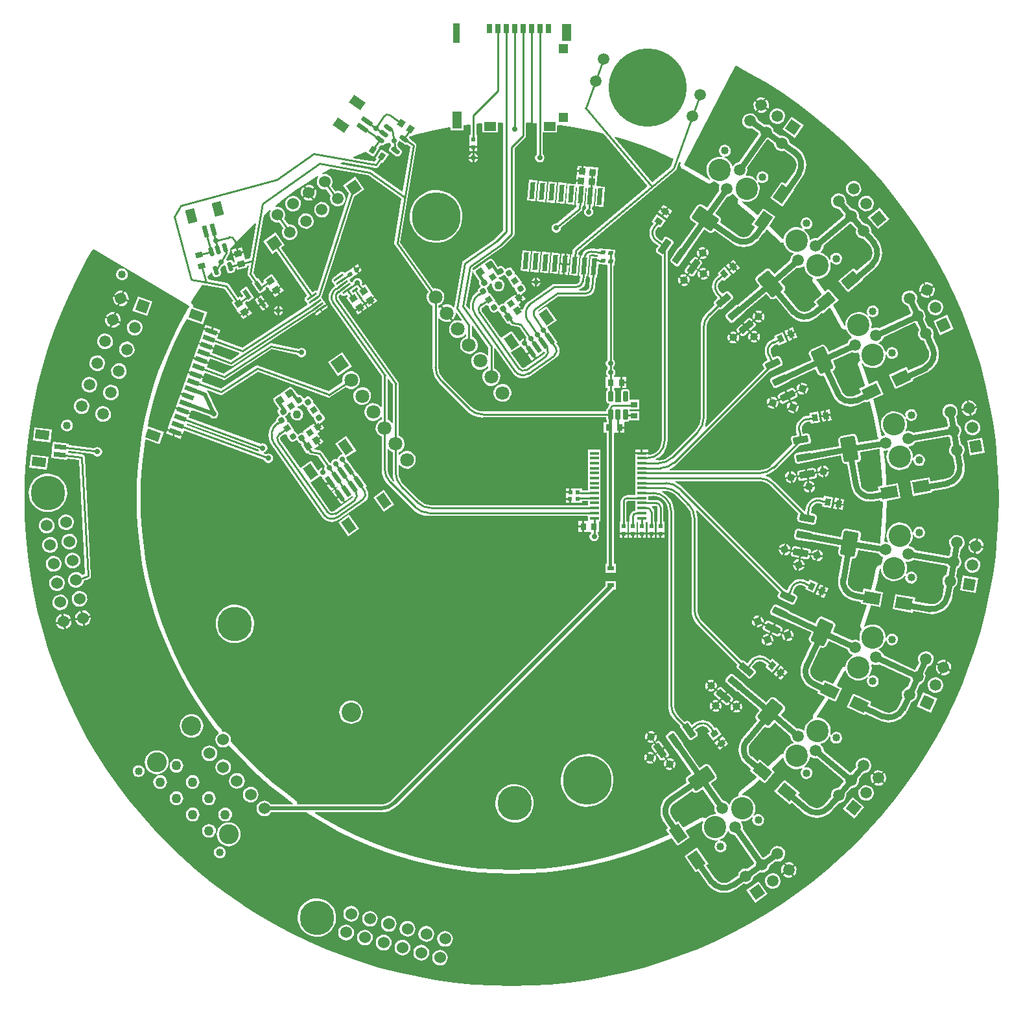
<source format=gtl>
G04*
G04 #@! TF.GenerationSoftware,Altium Limited,CircuitStudio,1.5.2 (30)*
G04*
G04 Layer_Physical_Order=1*
G04 Layer_Color=11767835*
%FSLAX25Y25*%
%MOIN*%
G70*
G01*
G75*
%ADD10C,0.01000*%
%ADD11C,0.03000*%
%ADD12C,0.02000*%
G04:AMPARAMS|DCode=13|XSize=19.69mil|YSize=23.62mil|CornerRadius=0mil|HoleSize=0mil|Usage=FLASHONLY|Rotation=265.000|XOffset=0mil|YOffset=0mil|HoleType=Round|Shape=Rectangle|*
%AMROTATEDRECTD13*
4,1,4,-0.01091,0.01083,0.01262,0.00878,0.01091,-0.01083,-0.01262,-0.00878,-0.01091,0.01083,0.0*
%
%ADD13ROTATEDRECTD13*%

G04:AMPARAMS|DCode=14|XSize=83.47mil|YSize=59.06mil|CornerRadius=0mil|HoleSize=0mil|Usage=FLASHONLY|Rotation=155.000|XOffset=0mil|YOffset=0mil|HoleType=Round|Shape=Rectangle|*
%AMROTATEDRECTD14*
4,1,4,0.05030,0.00912,0.02534,-0.04440,-0.05030,-0.00912,-0.02534,0.04440,0.05030,0.00912,0.0*
%
%ADD14ROTATEDRECTD14*%

G04:AMPARAMS|DCode=15|XSize=35.43mil|YSize=27.56mil|CornerRadius=0mil|HoleSize=0mil|Usage=FLASHONLY|Rotation=245.000|XOffset=0mil|YOffset=0mil|HoleType=Round|Shape=Rectangle|*
%AMROTATEDRECTD15*
4,1,4,-0.00500,0.02188,0.01998,0.01023,0.00500,-0.02188,-0.01998,-0.01023,-0.00500,0.02188,0.0*
%
%ADD15ROTATEDRECTD15*%

G04:AMPARAMS|DCode=16|XSize=77.56mil|YSize=125.59mil|CornerRadius=9.7mil|HoleSize=0mil|Usage=FLASHONLY|Rotation=335.000|XOffset=0mil|YOffset=0mil|HoleType=Round|Shape=RoundedRectangle|*
%AMROUNDEDRECTD16*
21,1,0.07756,0.10620,0,0,335.0*
21,1,0.05817,0.12559,0,0,335.0*
1,1,0.01939,0.00392,-0.06042*
1,1,0.01939,-0.04880,-0.03583*
1,1,0.01939,-0.00392,0.06042*
1,1,0.01939,0.04880,0.03583*
%
%ADD16ROUNDEDRECTD16*%
G04:AMPARAMS|DCode=17|XSize=77.56mil|YSize=35.04mil|CornerRadius=4.38mil|HoleSize=0mil|Usage=FLASHONLY|Rotation=335.000|XOffset=0mil|YOffset=0mil|HoleType=Round|Shape=RoundedRectangle|*
%AMROUNDEDRECTD17*
21,1,0.07756,0.02628,0,0,335.0*
21,1,0.06880,0.03504,0,0,335.0*
1,1,0.00876,0.02562,-0.02645*
1,1,0.00876,-0.03673,0.00263*
1,1,0.00876,-0.02562,0.02645*
1,1,0.00876,0.03673,-0.00263*
%
%ADD17ROUNDEDRECTD17*%
G04:AMPARAMS|DCode=18|XSize=35.43mil|YSize=27.56mil|CornerRadius=0mil|HoleSize=0mil|Usage=FLASHONLY|Rotation=230.000|XOffset=0mil|YOffset=0mil|HoleType=Round|Shape=Rectangle|*
%AMROTATEDRECTD18*
4,1,4,0.00083,0.02243,0.02194,0.00471,-0.00083,-0.02243,-0.02194,-0.00471,0.00083,0.02243,0.0*
%
%ADD18ROTATEDRECTD18*%

G04:AMPARAMS|DCode=19|XSize=83.47mil|YSize=59.06mil|CornerRadius=0mil|HoleSize=0mil|Usage=FLASHONLY|Rotation=140.000|XOffset=0mil|YOffset=0mil|HoleType=Round|Shape=Rectangle|*
%AMROTATEDRECTD19*
4,1,4,0.05095,-0.00421,0.01299,-0.04944,-0.05095,0.00421,-0.01299,0.04944,0.05095,-0.00421,0.0*
%
%ADD19ROTATEDRECTD19*%

G04:AMPARAMS|DCode=20|XSize=77.56mil|YSize=125.59mil|CornerRadius=9.7mil|HoleSize=0mil|Usage=FLASHONLY|Rotation=320.000|XOffset=0mil|YOffset=0mil|HoleType=Round|Shape=RoundedRectangle|*
%AMROUNDEDRECTD20*
21,1,0.07756,0.10620,0,0,320.0*
21,1,0.05817,0.12559,0,0,320.0*
1,1,0.01939,-0.01185,-0.05937*
1,1,0.01939,-0.05641,-0.02198*
1,1,0.01939,0.01185,0.05937*
1,1,0.01939,0.05641,0.02198*
%
%ADD20ROUNDEDRECTD20*%
G04:AMPARAMS|DCode=21|XSize=77.56mil|YSize=35.04mil|CornerRadius=4.38mil|HoleSize=0mil|Usage=FLASHONLY|Rotation=320.000|XOffset=0mil|YOffset=0mil|HoleType=Round|Shape=RoundedRectangle|*
%AMROUNDEDRECTD21*
21,1,0.07756,0.02628,0,0,320.0*
21,1,0.06880,0.03504,0,0,320.0*
1,1,0.00876,0.01791,-0.03218*
1,1,0.00876,-0.03480,0.01205*
1,1,0.00876,-0.01791,0.03218*
1,1,0.00876,0.03480,-0.01205*
%
%ADD21ROUNDEDRECTD21*%
G04:AMPARAMS|DCode=22|XSize=35.43mil|YSize=27.56mil|CornerRadius=0mil|HoleSize=0mil|Usage=FLASHONLY|Rotation=215.000|XOffset=0mil|YOffset=0mil|HoleType=Round|Shape=Rectangle|*
%AMROTATEDRECTD22*
4,1,4,0.00661,0.02145,0.02242,-0.00113,-0.00661,-0.02145,-0.02242,0.00113,0.00661,0.02145,0.0*
%
%ADD22ROTATEDRECTD22*%

G04:AMPARAMS|DCode=23|XSize=77.56mil|YSize=125.59mil|CornerRadius=9.7mil|HoleSize=0mil|Usage=FLASHONLY|Rotation=305.000|XOffset=0mil|YOffset=0mil|HoleType=Round|Shape=RoundedRectangle|*
%AMROUNDEDRECTD23*
21,1,0.07756,0.10620,0,0,305.0*
21,1,0.05817,0.12559,0,0,305.0*
1,1,0.01939,-0.02682,-0.05428*
1,1,0.01939,-0.06018,-0.00663*
1,1,0.01939,0.02682,0.05428*
1,1,0.01939,0.06018,0.00663*
%
%ADD23ROUNDEDRECTD23*%
G04:AMPARAMS|DCode=24|XSize=77.56mil|YSize=35.04mil|CornerRadius=4.38mil|HoleSize=0mil|Usage=FLASHONLY|Rotation=305.000|XOffset=0mil|YOffset=0mil|HoleType=Round|Shape=RoundedRectangle|*
%AMROUNDEDRECTD24*
21,1,0.07756,0.02628,0,0,305.0*
21,1,0.06880,0.03504,0,0,305.0*
1,1,0.00876,0.00897,-0.03572*
1,1,0.00876,-0.03049,0.02064*
1,1,0.00876,-0.00897,0.03572*
1,1,0.00876,0.03049,-0.02064*
%
%ADD24ROUNDEDRECTD24*%
G04:AMPARAMS|DCode=25|XSize=83.47mil|YSize=59.06mil|CornerRadius=0mil|HoleSize=0mil|Usage=FLASHONLY|Rotation=125.000|XOffset=0mil|YOffset=0mil|HoleType=Round|Shape=Rectangle|*
%AMROTATEDRECTD25*
4,1,4,0.04812,-0.01725,-0.00025,-0.05112,-0.04812,0.01725,0.00025,0.05112,0.04812,-0.01725,0.0*
%
%ADD25ROTATEDRECTD25*%

G04:AMPARAMS|DCode=26|XSize=23.62mil|YSize=61.02mil|CornerRadius=0mil|HoleSize=0mil|Usage=FLASHONLY|Rotation=83.000|XOffset=0mil|YOffset=0mil|HoleType=Round|Shape=Rectangle|*
%AMROTATEDRECTD26*
4,1,4,0.02884,-0.01544,-0.03172,-0.00800,-0.02884,0.01544,0.03172,0.00800,0.02884,-0.01544,0.0*
%
%ADD26ROTATEDRECTD26*%

G04:AMPARAMS|DCode=27|XSize=47.24mil|YSize=70.87mil|CornerRadius=0mil|HoleSize=0mil|Usage=FLASHONLY|Rotation=83.000|XOffset=0mil|YOffset=0mil|HoleType=Round|Shape=Rectangle|*
%AMROTATEDRECTD27*
4,1,4,0.03229,-0.02776,-0.03805,-0.01913,-0.03229,0.02776,0.03805,0.01913,0.03229,-0.02776,0.0*
%
%ADD27ROTATEDRECTD27*%

%ADD28R,0.03268X0.02461*%
%ADD29C,0.40158*%
%ADD30R,0.03150X0.04882*%
%ADD31R,0.03740X0.09843*%
%ADD32R,0.04528X0.08661*%
%ADD33R,0.04567X0.04921*%
%ADD34R,0.04567X0.04724*%
%ADD35R,0.05906X0.04528*%
G04:AMPARAMS|DCode=36|XSize=35.43mil|YSize=31.5mil|CornerRadius=0mil|HoleSize=0mil|Usage=FLASHONLY|Rotation=265.000|XOffset=0mil|YOffset=0mil|HoleType=Round|Shape=Rectangle|*
%AMROTATEDRECTD36*
4,1,4,-0.01414,0.01902,0.01723,0.01628,0.01414,-0.01902,-0.01723,-0.01628,-0.01414,0.01902,0.0*
%
%ADD36ROTATEDRECTD36*%

%ADD37R,0.02362X0.01969*%
%ADD38R,0.03150X0.03543*%
%ADD39R,0.03543X0.02756*%
G04:AMPARAMS|DCode=40|XSize=23.62mil|YSize=53.15mil|CornerRadius=1.77mil|HoleSize=0mil|Usage=FLASHONLY|Rotation=0.000|XOffset=0mil|YOffset=0mil|HoleType=Round|Shape=RoundedRectangle|*
%AMROUNDEDRECTD40*
21,1,0.02362,0.04961,0,0,0.0*
21,1,0.02008,0.05315,0,0,0.0*
1,1,0.00354,0.01004,-0.02480*
1,1,0.00354,-0.01004,-0.02480*
1,1,0.00354,-0.01004,0.02480*
1,1,0.00354,0.01004,0.02480*
%
%ADD40ROUNDEDRECTD40*%
%ADD41R,0.01969X0.02362*%
G04:AMPARAMS|DCode=42|XSize=35.43mil|YSize=31.5mil|CornerRadius=0mil|HoleSize=0mil|Usage=FLASHONLY|Rotation=125.000|XOffset=0mil|YOffset=0mil|HoleType=Round|Shape=Rectangle|*
%AMROTATEDRECTD42*
4,1,4,0.02306,-0.00548,-0.00274,-0.02355,-0.02306,0.00548,0.00274,0.02355,0.02306,-0.00548,0.0*
%
%ADD42ROTATEDRECTD42*%

G04:AMPARAMS|DCode=43|XSize=35.43mil|YSize=31.5mil|CornerRadius=0mil|HoleSize=0mil|Usage=FLASHONLY|Rotation=35.000|XOffset=0mil|YOffset=0mil|HoleType=Round|Shape=Rectangle|*
%AMROTATEDRECTD43*
4,1,4,-0.00548,-0.02306,-0.02355,0.00274,0.00548,0.02306,0.02355,-0.00274,-0.00548,-0.02306,0.0*
%
%ADD43ROTATEDRECTD43*%

G04:AMPARAMS|DCode=44|XSize=57.87mil|YSize=11.02mil|CornerRadius=1.38mil|HoleSize=0mil|Usage=FLASHONLY|Rotation=215.000|XOffset=0mil|YOffset=0mil|HoleType=Round|Shape=RoundedRectangle|*
%AMROUNDEDRECTD44*
21,1,0.05787,0.00827,0,0,215.0*
21,1,0.05512,0.01102,0,0,215.0*
1,1,0.00276,-0.02494,-0.01242*
1,1,0.00276,0.02020,0.01919*
1,1,0.00276,0.02494,0.01242*
1,1,0.00276,-0.02020,-0.01919*
%
%ADD44ROUNDEDRECTD44*%
G04:AMPARAMS|DCode=45|XSize=23.62mil|YSize=61.02mil|CornerRadius=0mil|HoleSize=0mil|Usage=FLASHONLY|Rotation=35.000|XOffset=0mil|YOffset=0mil|HoleType=Round|Shape=Rectangle|*
%AMROTATEDRECTD45*
4,1,4,0.00783,-0.03177,-0.02717,0.01822,-0.00783,0.03177,0.02717,-0.01822,0.00783,-0.03177,0.0*
%
%ADD45ROTATEDRECTD45*%

G04:AMPARAMS|DCode=46|XSize=47.24mil|YSize=70.87mil|CornerRadius=0mil|HoleSize=0mil|Usage=FLASHONLY|Rotation=35.000|XOffset=0mil|YOffset=0mil|HoleType=Round|Shape=Rectangle|*
%AMROTATEDRECTD46*
4,1,4,0.00098,-0.04258,-0.03967,0.01548,-0.00098,0.04258,0.03967,-0.01548,0.00098,-0.04258,0.0*
%
%ADD46ROTATEDRECTD46*%

G04:AMPARAMS|DCode=47|XSize=22mil|YSize=51mil|CornerRadius=0mil|HoleSize=0mil|Usage=FLASHONLY|Rotation=215.000|XOffset=0mil|YOffset=0mil|HoleType=Round|Shape=Rectangle|*
%AMROTATEDRECTD47*
4,1,4,-0.00562,0.02720,0.02364,-0.01458,0.00562,-0.02720,-0.02364,0.01458,-0.00562,0.02720,0.0*
%
%ADD47ROTATEDRECTD47*%

G04:AMPARAMS|DCode=48|XSize=23.62mil|YSize=61.02mil|CornerRadius=0mil|HoleSize=0mil|Usage=FLASHONLY|Rotation=70.000|XOffset=0mil|YOffset=0mil|HoleType=Round|Shape=Rectangle|*
%AMROTATEDRECTD48*
4,1,4,0.02463,-0.02153,-0.03271,-0.00066,-0.02463,0.02153,0.03271,0.00066,0.02463,-0.02153,0.0*
%
%ADD48ROTATEDRECTD48*%

G04:AMPARAMS|DCode=49|XSize=47.24mil|YSize=70.87mil|CornerRadius=0mil|HoleSize=0mil|Usage=FLASHONLY|Rotation=70.000|XOffset=0mil|YOffset=0mil|HoleType=Round|Shape=Rectangle|*
%AMROTATEDRECTD49*
4,1,4,0.02522,-0.03432,-0.04138,-0.01008,-0.02522,0.03432,0.04138,0.01008,0.02522,-0.03432,0.0*
%
%ADD49ROTATEDRECTD49*%

G04:AMPARAMS|DCode=50|XSize=35.43mil|YSize=27.56mil|CornerRadius=0mil|HoleSize=0mil|Usage=FLASHONLY|Rotation=195.000|XOffset=0mil|YOffset=0mil|HoleType=Round|Shape=Rectangle|*
%AMROTATEDRECTD50*
4,1,4,0.01355,0.01790,0.02068,-0.00873,-0.01355,-0.01790,-0.02068,0.00873,0.01355,0.01790,0.0*
%
%ADD50ROTATEDRECTD50*%

G04:AMPARAMS|DCode=51|XSize=35.43mil|YSize=31.5mil|CornerRadius=0mil|HoleSize=0mil|Usage=FLASHONLY|Rotation=15.000|XOffset=0mil|YOffset=0mil|HoleType=Round|Shape=Rectangle|*
%AMROTATEDRECTD51*
4,1,4,-0.01304,-0.01980,-0.02119,0.01063,0.01304,0.01980,0.02119,-0.01063,-0.01304,-0.01980,0.0*
%
%ADD51ROTATEDRECTD51*%

G04:AMPARAMS|DCode=52|XSize=47.64mil|YSize=23.23mil|CornerRadius=5.81mil|HoleSize=0mil|Usage=FLASHONLY|Rotation=285.000|XOffset=0mil|YOffset=0mil|HoleType=Round|Shape=RoundedRectangle|*
%AMROUNDEDRECTD52*
21,1,0.04764,0.01161,0,0,285.0*
21,1,0.03602,0.02323,0,0,285.0*
1,1,0.01161,-0.00095,-0.01890*
1,1,0.01161,-0.01027,0.01590*
1,1,0.01161,0.00095,0.01890*
1,1,0.01161,0.01027,-0.01590*
%
%ADD52ROUNDEDRECTD52*%
G04:AMPARAMS|DCode=53|XSize=23.62mil|YSize=61.02mil|CornerRadius=0mil|HoleSize=0mil|Usage=FLASHONLY|Rotation=15.000|XOffset=0mil|YOffset=0mil|HoleType=Round|Shape=Rectangle|*
%AMROTATEDRECTD53*
4,1,4,-0.00351,-0.03253,-0.01930,0.02641,0.00351,0.03253,0.01930,-0.02641,-0.00351,-0.03253,0.0*
%
%ADD53ROTATEDRECTD53*%

G04:AMPARAMS|DCode=54|XSize=47.24mil|YSize=70.87mil|CornerRadius=0mil|HoleSize=0mil|Usage=FLASHONLY|Rotation=15.000|XOffset=0mil|YOffset=0mil|HoleType=Round|Shape=Rectangle|*
%AMROTATEDRECTD54*
4,1,4,-0.01364,-0.04034,-0.03199,0.02811,0.01364,0.04034,0.03199,-0.02811,-0.01364,-0.04034,0.0*
%
%ADD54ROTATEDRECTD54*%

G04:AMPARAMS|DCode=55|XSize=35.43mil|YSize=27.56mil|CornerRadius=0mil|HoleSize=0mil|Usage=FLASHONLY|Rotation=235.000|XOffset=0mil|YOffset=0mil|HoleType=Round|Shape=Rectangle|*
%AMROTATEDRECTD55*
4,1,4,-0.00113,0.02242,0.02145,0.00661,0.00113,-0.02242,-0.02145,-0.00661,-0.00113,0.02242,0.0*
%
%ADD55ROTATEDRECTD55*%

G04:AMPARAMS|DCode=56|XSize=35.43mil|YSize=31.5mil|CornerRadius=0mil|HoleSize=0mil|Usage=FLASHONLY|Rotation=55.000|XOffset=0mil|YOffset=0mil|HoleType=Round|Shape=Rectangle|*
%AMROTATEDRECTD56*
4,1,4,0.00274,-0.02355,-0.02306,-0.00548,-0.00274,0.02355,0.02306,0.00548,0.00274,-0.02355,0.0*
%
%ADD56ROTATEDRECTD56*%

G04:AMPARAMS|DCode=57|XSize=47.64mil|YSize=23.23mil|CornerRadius=5.81mil|HoleSize=0mil|Usage=FLASHONLY|Rotation=325.000|XOffset=0mil|YOffset=0mil|HoleType=Round|Shape=RoundedRectangle|*
%AMROUNDEDRECTD57*
21,1,0.04764,0.01161,0,0,325.0*
21,1,0.03602,0.02323,0,0,325.0*
1,1,0.01161,0.01142,-0.01509*
1,1,0.01161,-0.01809,0.00557*
1,1,0.01161,-0.01142,0.01509*
1,1,0.01161,0.01809,-0.00557*
%
%ADD57ROUNDEDRECTD57*%
G04:AMPARAMS|DCode=58|XSize=23.62mil|YSize=61.02mil|CornerRadius=0mil|HoleSize=0mil|Usage=FLASHONLY|Rotation=55.000|XOffset=0mil|YOffset=0mil|HoleType=Round|Shape=Rectangle|*
%AMROTATEDRECTD58*
4,1,4,0.01822,-0.02717,-0.03177,0.00783,-0.01822,0.02717,0.03177,-0.00783,0.01822,-0.02717,0.0*
%
%ADD58ROTATEDRECTD58*%

G04:AMPARAMS|DCode=59|XSize=47.24mil|YSize=70.87mil|CornerRadius=0mil|HoleSize=0mil|Usage=FLASHONLY|Rotation=55.000|XOffset=0mil|YOffset=0mil|HoleType=Round|Shape=Rectangle|*
%AMROTATEDRECTD59*
4,1,4,0.01548,-0.03967,-0.04258,0.00098,-0.01548,0.03967,0.04258,-0.00098,0.01548,-0.03967,0.0*
%
%ADD59ROTATEDRECTD59*%

G04:AMPARAMS|DCode=60|XSize=35.43mil|YSize=27.56mil|CornerRadius=0mil|HoleSize=0mil|Usage=FLASHONLY|Rotation=260.000|XOffset=0mil|YOffset=0mil|HoleType=Round|Shape=Rectangle|*
%AMROTATEDRECTD60*
4,1,4,-0.01049,0.01984,0.01665,0.01506,0.01049,-0.01984,-0.01665,-0.01506,-0.01049,0.01984,0.0*
%
%ADD60ROTATEDRECTD60*%

G04:AMPARAMS|DCode=61|XSize=83.47mil|YSize=59.06mil|CornerRadius=0mil|HoleSize=0mil|Usage=FLASHONLY|Rotation=170.000|XOffset=0mil|YOffset=0mil|HoleType=Round|Shape=Rectangle|*
%AMROTATEDRECTD61*
4,1,4,0.04623,0.02183,0.03597,-0.03633,-0.04623,-0.02183,-0.03597,0.03633,0.04623,0.02183,0.0*
%
%ADD61ROTATEDRECTD61*%

G04:AMPARAMS|DCode=62|XSize=77.56mil|YSize=125.59mil|CornerRadius=9.7mil|HoleSize=0mil|Usage=FLASHONLY|Rotation=350.000|XOffset=0mil|YOffset=0mil|HoleType=Round|Shape=RoundedRectangle|*
%AMROUNDEDRECTD62*
21,1,0.07756,0.10620,0,0,350.0*
21,1,0.05817,0.12559,0,0,350.0*
1,1,0.01939,0.01942,-0.05734*
1,1,0.01939,-0.03786,-0.04724*
1,1,0.01939,-0.01942,0.05734*
1,1,0.01939,0.03786,0.04724*
%
%ADD62ROUNDEDRECTD62*%
G04:AMPARAMS|DCode=63|XSize=77.56mil|YSize=35.04mil|CornerRadius=4.38mil|HoleSize=0mil|Usage=FLASHONLY|Rotation=350.000|XOffset=0mil|YOffset=0mil|HoleType=Round|Shape=RoundedRectangle|*
%AMROUNDEDRECTD63*
21,1,0.07756,0.02628,0,0,350.0*
21,1,0.06880,0.03504,0,0,350.0*
1,1,0.00876,0.03160,-0.01891*
1,1,0.00876,-0.03616,-0.00697*
1,1,0.00876,-0.03160,0.01891*
1,1,0.00876,0.03616,0.00697*
%
%ADD63ROUNDEDRECTD63*%
G04:AMPARAMS|DCode=64|XSize=35.43mil|YSize=27.56mil|CornerRadius=0mil|HoleSize=0mil|Usage=FLASHONLY|Rotation=280.000|XOffset=0mil|YOffset=0mil|HoleType=Round|Shape=Rectangle|*
%AMROTATEDRECTD64*
4,1,4,-0.01665,0.01506,0.01049,0.01984,0.01665,-0.01506,-0.01049,-0.01984,-0.01665,0.01506,0.0*
%
%ADD64ROTATEDRECTD64*%

G04:AMPARAMS|DCode=65|XSize=83.47mil|YSize=59.06mil|CornerRadius=0mil|HoleSize=0mil|Usage=FLASHONLY|Rotation=190.000|XOffset=0mil|YOffset=0mil|HoleType=Round|Shape=Rectangle|*
%AMROTATEDRECTD65*
4,1,4,0.03597,0.03633,0.04623,-0.02183,-0.03597,-0.03633,-0.04623,0.02183,0.03597,0.03633,0.0*
%
%ADD65ROTATEDRECTD65*%

G04:AMPARAMS|DCode=66|XSize=77.56mil|YSize=35.04mil|CornerRadius=4.38mil|HoleSize=0mil|Usage=FLASHONLY|Rotation=10.000|XOffset=0mil|YOffset=0mil|HoleType=Round|Shape=RoundedRectangle|*
%AMROUNDEDRECTD66*
21,1,0.07756,0.02628,0,0,10.0*
21,1,0.06880,0.03504,0,0,10.0*
1,1,0.00876,0.03616,-0.00697*
1,1,0.00876,-0.03160,-0.01891*
1,1,0.00876,-0.03616,0.00697*
1,1,0.00876,0.03160,0.01891*
%
%ADD66ROUNDEDRECTD66*%
G04:AMPARAMS|DCode=67|XSize=77.56mil|YSize=125.59mil|CornerRadius=9.7mil|HoleSize=0mil|Usage=FLASHONLY|Rotation=10.000|XOffset=0mil|YOffset=0mil|HoleType=Round|Shape=RoundedRectangle|*
%AMROUNDEDRECTD67*
21,1,0.07756,0.10620,0,0,10.0*
21,1,0.05817,0.12559,0,0,10.0*
1,1,0.01939,0.03786,-0.04724*
1,1,0.01939,-0.01942,-0.05734*
1,1,0.01939,-0.03786,0.04724*
1,1,0.01939,0.01942,0.05734*
%
%ADD67ROUNDEDRECTD67*%
G04:AMPARAMS|DCode=68|XSize=35.43mil|YSize=27.56mil|CornerRadius=0mil|HoleSize=0mil|Usage=FLASHONLY|Rotation=295.000|XOffset=0mil|YOffset=0mil|HoleType=Round|Shape=Rectangle|*
%AMROTATEDRECTD68*
4,1,4,-0.01998,0.01023,0.00500,0.02188,0.01998,-0.01023,-0.00500,-0.02188,-0.01998,0.01023,0.0*
%
%ADD68ROTATEDRECTD68*%

G04:AMPARAMS|DCode=69|XSize=83.47mil|YSize=59.06mil|CornerRadius=0mil|HoleSize=0mil|Usage=FLASHONLY|Rotation=205.000|XOffset=0mil|YOffset=0mil|HoleType=Round|Shape=Rectangle|*
%AMROTATEDRECTD69*
4,1,4,0.02534,0.04440,0.05030,-0.00912,-0.02534,-0.04440,-0.05030,0.00912,0.02534,0.04440,0.0*
%
%ADD69ROTATEDRECTD69*%

G04:AMPARAMS|DCode=70|XSize=77.56mil|YSize=35.04mil|CornerRadius=4.38mil|HoleSize=0mil|Usage=FLASHONLY|Rotation=25.000|XOffset=0mil|YOffset=0mil|HoleType=Round|Shape=RoundedRectangle|*
%AMROUNDEDRECTD70*
21,1,0.07756,0.02628,0,0,25.0*
21,1,0.06880,0.03504,0,0,25.0*
1,1,0.00876,0.03673,0.00263*
1,1,0.00876,-0.02562,-0.02645*
1,1,0.00876,-0.03673,-0.00263*
1,1,0.00876,0.02562,0.02645*
%
%ADD70ROUNDEDRECTD70*%
G04:AMPARAMS|DCode=71|XSize=77.56mil|YSize=125.59mil|CornerRadius=9.7mil|HoleSize=0mil|Usage=FLASHONLY|Rotation=25.000|XOffset=0mil|YOffset=0mil|HoleType=Round|Shape=RoundedRectangle|*
%AMROUNDEDRECTD71*
21,1,0.07756,0.10620,0,0,25.0*
21,1,0.05817,0.12559,0,0,25.0*
1,1,0.01939,0.04880,-0.03583*
1,1,0.01939,-0.00392,-0.06042*
1,1,0.01939,-0.04880,0.03583*
1,1,0.01939,0.00392,0.06042*
%
%ADD71ROUNDEDRECTD71*%
G04:AMPARAMS|DCode=72|XSize=35.43mil|YSize=27.56mil|CornerRadius=0mil|HoleSize=0mil|Usage=FLASHONLY|Rotation=310.000|XOffset=0mil|YOffset=0mil|HoleType=Round|Shape=Rectangle|*
%AMROTATEDRECTD72*
4,1,4,-0.02194,0.00471,-0.00083,0.02243,0.02194,-0.00471,0.00083,-0.02243,-0.02194,0.00471,0.0*
%
%ADD72ROTATEDRECTD72*%

G04:AMPARAMS|DCode=73|XSize=83.47mil|YSize=59.06mil|CornerRadius=0mil|HoleSize=0mil|Usage=FLASHONLY|Rotation=220.000|XOffset=0mil|YOffset=0mil|HoleType=Round|Shape=Rectangle|*
%AMROTATEDRECTD73*
4,1,4,0.01299,0.04944,0.05095,0.00421,-0.01299,-0.04944,-0.05095,-0.00421,0.01299,0.04944,0.0*
%
%ADD73ROTATEDRECTD73*%

G04:AMPARAMS|DCode=74|XSize=77.56mil|YSize=35.04mil|CornerRadius=4.38mil|HoleSize=0mil|Usage=FLASHONLY|Rotation=40.000|XOffset=0mil|YOffset=0mil|HoleType=Round|Shape=RoundedRectangle|*
%AMROUNDEDRECTD74*
21,1,0.07756,0.02628,0,0,40.0*
21,1,0.06880,0.03504,0,0,40.0*
1,1,0.00876,0.03480,0.01205*
1,1,0.00876,-0.01791,-0.03218*
1,1,0.00876,-0.03480,-0.01205*
1,1,0.00876,0.01791,0.03218*
%
%ADD74ROUNDEDRECTD74*%
G04:AMPARAMS|DCode=75|XSize=77.56mil|YSize=125.59mil|CornerRadius=9.7mil|HoleSize=0mil|Usage=FLASHONLY|Rotation=40.000|XOffset=0mil|YOffset=0mil|HoleType=Round|Shape=RoundedRectangle|*
%AMROUNDEDRECTD75*
21,1,0.07756,0.10620,0,0,40.0*
21,1,0.05817,0.12559,0,0,40.0*
1,1,0.01939,0.05641,-0.02198*
1,1,0.01939,0.01185,-0.05937*
1,1,0.01939,-0.05641,0.02198*
1,1,0.01939,-0.01185,0.05937*
%
%ADD75ROUNDEDRECTD75*%
G04:AMPARAMS|DCode=76|XSize=77.56mil|YSize=35.04mil|CornerRadius=4.38mil|HoleSize=0mil|Usage=FLASHONLY|Rotation=55.000|XOffset=0mil|YOffset=0mil|HoleType=Round|Shape=RoundedRectangle|*
%AMROUNDEDRECTD76*
21,1,0.07756,0.02628,0,0,55.0*
21,1,0.06880,0.03504,0,0,55.0*
1,1,0.00876,0.03049,0.02064*
1,1,0.00876,-0.00897,-0.03572*
1,1,0.00876,-0.03049,-0.02064*
1,1,0.00876,0.00897,0.03572*
%
%ADD76ROUNDEDRECTD76*%
G04:AMPARAMS|DCode=77|XSize=77.56mil|YSize=125.59mil|CornerRadius=9.7mil|HoleSize=0mil|Usage=FLASHONLY|Rotation=55.000|XOffset=0mil|YOffset=0mil|HoleType=Round|Shape=RoundedRectangle|*
%AMROUNDEDRECTD77*
21,1,0.07756,0.10620,0,0,55.0*
21,1,0.05817,0.12559,0,0,55.0*
1,1,0.01939,0.06018,-0.00663*
1,1,0.01939,0.02682,-0.05428*
1,1,0.01939,-0.06018,0.00663*
1,1,0.01939,-0.02682,0.05428*
%
%ADD77ROUNDEDRECTD77*%
G04:AMPARAMS|DCode=78|XSize=83.47mil|YSize=59.06mil|CornerRadius=0mil|HoleSize=0mil|Usage=FLASHONLY|Rotation=235.000|XOffset=0mil|YOffset=0mil|HoleType=Round|Shape=Rectangle|*
%AMROTATEDRECTD78*
4,1,4,-0.00025,0.05112,0.04812,0.01725,0.00025,-0.05112,-0.04812,-0.01725,-0.00025,0.05112,0.0*
%
%ADD78ROTATEDRECTD78*%

G04:AMPARAMS|DCode=79|XSize=35.43mil|YSize=27.56mil|CornerRadius=0mil|HoleSize=0mil|Usage=FLASHONLY|Rotation=325.000|XOffset=0mil|YOffset=0mil|HoleType=Round|Shape=Rectangle|*
%AMROTATEDRECTD79*
4,1,4,-0.02242,-0.00113,-0.00661,0.02145,0.02242,0.00113,0.00661,-0.02145,-0.02242,-0.00113,0.0*
%
%ADD79ROTATEDRECTD79*%

G04:AMPARAMS|DCode=80|XSize=19.69mil|YSize=23.62mil|CornerRadius=0mil|HoleSize=0mil|Usage=FLASHONLY|Rotation=125.000|XOffset=0mil|YOffset=0mil|HoleType=Round|Shape=Rectangle|*
%AMROTATEDRECTD80*
4,1,4,0.01532,-0.00129,-0.00403,-0.01484,-0.01532,0.00129,0.00403,0.01484,0.01532,-0.00129,0.0*
%
%ADD80ROTATEDRECTD80*%

%ADD81R,0.04528X0.01575*%
G04:AMPARAMS|DCode=82|XSize=23.62mil|YSize=86.61mil|CornerRadius=0mil|HoleSize=0mil|Usage=FLASHONLY|Rotation=175.000|XOffset=0mil|YOffset=0mil|HoleType=Round|Shape=Rectangle|*
%AMROTATEDRECTD82*
4,1,4,0.01554,0.04211,0.00799,-0.04417,-0.01554,-0.04211,-0.00799,0.04417,0.01554,0.04211,0.0*
%
%ADD82ROTATEDRECTD82*%

G04:AMPARAMS|DCode=83|XSize=30mil|YSize=30mil|CornerRadius=7.5mil|HoleSize=0mil|Usage=FLASHONLY|Rotation=305.000|XOffset=0mil|YOffset=0mil|HoleType=Round|Shape=RoundedRectangle|*
%AMROUNDEDRECTD83*
21,1,0.03000,0.01500,0,0,305.0*
21,1,0.01500,0.03000,0,0,305.0*
1,1,0.01500,-0.00184,-0.01045*
1,1,0.01500,-0.01045,0.00184*
1,1,0.01500,0.00184,0.01045*
1,1,0.01500,0.01045,-0.00184*
%
%ADD83ROUNDEDRECTD83*%
%ADD84P,0.04243X4X350.0*%
G04:AMPARAMS|DCode=85|XSize=30mil|YSize=30mil|CornerRadius=7.5mil|HoleSize=0mil|Usage=FLASHONLY|Rotation=215.000|XOffset=0mil|YOffset=0mil|HoleType=Round|Shape=RoundedRectangle|*
%AMROUNDEDRECTD85*
21,1,0.03000,0.01500,0,0,215.0*
21,1,0.01500,0.03000,0,0,215.0*
1,1,0.01500,-0.01045,0.00184*
1,1,0.01500,0.00184,0.01045*
1,1,0.01500,0.01045,-0.00184*
1,1,0.01500,-0.00184,-0.01045*
%
%ADD85ROUNDEDRECTD85*%
%ADD86P,0.04243X4X260.0*%
%ADD87C,0.01200*%
%ADD88C,0.01500*%
%ADD89P,0.08352X4X260.0*%
%ADD90C,0.05906*%
%ADD91C,0.17716*%
%ADD92C,0.06000*%
%ADD93C,0.05984*%
%ADD94C,0.04016*%
%ADD95C,0.11457*%
%ADD96P,0.08352X4X110.0*%
%ADD97P,0.08352X4X95.0*%
%ADD98C,0.04000*%
%ADD99C,0.25000*%
%ADD100C,0.05937*%
%ADD101C,0.07087*%
%ADD102P,0.09704X4X80.0*%
%ADD103C,0.05000*%
%ADD104C,0.10236*%
%ADD105C,0.10000*%
%ADD106P,0.08463X4X115.0*%
%ADD107P,0.08352X4X125.0*%
%ADD108P,0.08352X4X145.0*%
%ADD109P,0.08352X4X160.0*%
%ADD110P,0.08352X4X175.0*%
%ADD111P,0.08352X4X190.0*%
%ADD112C,0.04331*%
%ADD113C,0.02756*%
G36*
X1032676Y552396D02*
X1032755Y552302D01*
X1032705Y551762D01*
X1032540Y551620D01*
X1028947Y551934D01*
X1028018Y541314D01*
X1028315Y541288D01*
X1028636Y540905D01*
X1028192Y535833D01*
X1028182Y535834D01*
X1028181Y535831D01*
X1028079Y535317D01*
X1027701Y534751D01*
X1027135Y534373D01*
X1026808Y534308D01*
X1026454Y534281D01*
X1026352Y534273D01*
X1026352Y534273D01*
X1026320Y534270D01*
X1026320Y534270D01*
X1026352Y534273D01*
X1026316Y534270D01*
X1025824Y534266D01*
X1025691Y534266D01*
X1023183D01*
X1023084Y534766D01*
X1024114Y535192D01*
X1025108Y535955D01*
X1025871Y536950D01*
X1026351Y538108D01*
X1026410Y538554D01*
X1026469Y538759D01*
X1026703Y541429D01*
X1027382Y541369D01*
X1028311Y551990D01*
X1028311Y551990D01*
X1028311Y551990D01*
X1028393Y552468D01*
X1028549Y552572D01*
X1028892Y552640D01*
X1029366Y552675D01*
Y552675D01*
X1029377Y552684D01*
X1032676Y552396D01*
D02*
G37*
G36*
X857054Y568621D02*
X853917Y550832D01*
X851503Y550185D01*
X851268Y551062D01*
X851233Y551195D01*
X851139Y551545D01*
X851103Y551678D01*
X850602Y553549D01*
X847925Y552832D01*
X845248Y552115D01*
X845749Y550244D01*
X845749Y550244D01*
X845785Y550110D01*
Y550110D01*
X845878Y549761D01*
X845914Y549627D01*
X846050Y549119D01*
X845786Y548687D01*
X845334Y548605D01*
X845282Y548800D01*
X845004Y549364D01*
X844531Y549779D01*
X843936Y549981D01*
X843308Y549939D01*
X842186Y549639D01*
X841673Y549900D01*
X841566Y550256D01*
X843052Y552830D01*
X843195Y553252D01*
X843222Y553330D01*
X843496Y553643D01*
X843698Y554238D01*
X843657Y554865D01*
X843517Y555386D01*
X845839Y558033D01*
X851672Y564127D01*
X856613Y568857D01*
X857054Y568621D01*
D02*
G37*
G36*
X996834Y620578D02*
X1001437Y620276D01*
Y604367D01*
X1001208Y604214D01*
X1000683Y603428D01*
X1000498Y602500D01*
X1000683Y601572D01*
X1001208Y600786D01*
X1001995Y600260D01*
X1002923Y600075D01*
X1003851Y600260D01*
X1004637Y600786D01*
X1005163Y601572D01*
X1005347Y602500D01*
X1005163Y603428D01*
X1004637Y604214D01*
X1004496Y604309D01*
Y615345D01*
X1011802D01*
Y618934D01*
X1012174Y619268D01*
X1013639Y619108D01*
X1021977Y617824D01*
X1030251Y616178D01*
X1035648Y614858D01*
X1058134Y588059D01*
X1058091Y587561D01*
X1020360Y555901D01*
X1020360Y555901D01*
X1019986Y555436D01*
X1019819Y554863D01*
X1019634Y552749D01*
X1018985Y552806D01*
X1018056Y542185D01*
X1022401Y541805D01*
X1023330Y552425D01*
X1023033Y552451D01*
X1022712Y552834D01*
X1022811Y553965D01*
X1072649Y595784D01*
X1073022Y596249D01*
X1073182Y596797D01*
X1074392Y600123D01*
X1074856Y600309D01*
X1074903Y600286D01*
X1075313Y600027D01*
X1075219Y599666D01*
X1075116Y599307D01*
X1075119Y599282D01*
X1075113Y599257D01*
X1075086Y598796D01*
X1075127Y598501D01*
X1075139Y598203D01*
X1075182Y598110D01*
X1075196Y598007D01*
X1075347Y597751D01*
X1075471Y597480D01*
X1075547Y597410D01*
X1075599Y597322D01*
X1075837Y597142D01*
X1076055Y596940D01*
X1076470Y596685D01*
X1076517Y596668D01*
X1076556Y596635D01*
X1076968Y596409D01*
X1083810Y592656D01*
X1088988Y589514D01*
X1089192Y589439D01*
X1089380Y589330D01*
X1089562Y589305D01*
X1089736Y589242D01*
X1089953Y589251D01*
X1090168Y589221D01*
X1090346Y589268D01*
X1090530Y589276D01*
X1090728Y589368D01*
X1090938Y589423D01*
X1091084Y589535D01*
X1091252Y589612D01*
X1091398Y589773D01*
X1091572Y589904D01*
X1091909Y590284D01*
X1091975Y590399D01*
X1092608Y590043D01*
X1093273Y589825D01*
X1095361Y588430D01*
X1095093Y587916D01*
X1094866Y586890D01*
X1094912Y585839D01*
X1095025Y585481D01*
X1088858Y576674D01*
X1086596Y578258D01*
X1085879Y578573D01*
X1085096Y578590D01*
X1084366Y578306D01*
X1083800Y577765D01*
X1080463Y573000D01*
X1080148Y572282D01*
X1080131Y571499D01*
X1080415Y570769D01*
X1080956Y570203D01*
X1083218Y568619D01*
X1074774Y556559D01*
X1074573Y556481D01*
X1074160Y556086D01*
X1070214Y550450D01*
X1069983Y549926D01*
X1069971Y549355D01*
X1070178Y548821D01*
X1070574Y548408D01*
X1072727Y546901D01*
X1073250Y546670D01*
X1073822Y546658D01*
X1074355Y546865D01*
X1074768Y547261D01*
X1078715Y552896D01*
X1078945Y553420D01*
X1078950Y553635D01*
X1087191Y565406D01*
X1087684Y565492D01*
X1089656Y564112D01*
X1090373Y563796D01*
X1091156Y563779D01*
X1091887Y564063D01*
X1092453Y564605D01*
X1092456Y564609D01*
X1092948Y564696D01*
X1102028Y558338D01*
X1102098Y558308D01*
X1102206Y558219D01*
X1103898Y557315D01*
X1105735Y556757D01*
X1107645Y556569D01*
X1109555Y556757D01*
X1111392Y557315D01*
X1113085Y558219D01*
X1114568Y559437D01*
X1115544Y560625D01*
X1115667Y560743D01*
X1117863Y563880D01*
X1118194Y563648D01*
X1119483Y565489D01*
X1119980Y565538D01*
X1123331Y562330D01*
X1126185Y559349D01*
X1126444Y559168D01*
X1126687Y558966D01*
X1126767Y558941D01*
X1126836Y558893D01*
X1127145Y558824D01*
X1127447Y558731D01*
X1127531Y558739D01*
X1127613Y558720D01*
X1127924Y558775D01*
X1128238Y558805D01*
X1128418Y557948D01*
X1128939Y556729D01*
X1129687Y555635D01*
X1130634Y554708D01*
X1131744Y553984D01*
X1132974Y553490D01*
X1133331Y553423D01*
X1133426Y552932D01*
X1133195Y552785D01*
X1132485Y552010D01*
X1131999Y551078D01*
X1131772Y550051D01*
X1131788Y549676D01*
X1123552Y542765D01*
X1121778Y544880D01*
X1121167Y545371D01*
X1120414Y545590D01*
X1119635Y545505D01*
X1118949Y545128D01*
X1114493Y541389D01*
X1114002Y540777D01*
X1113783Y540025D01*
X1113868Y539247D01*
X1114245Y538560D01*
X1115793Y536715D01*
X1115749Y536217D01*
X1104742Y526981D01*
X1104528Y526958D01*
X1104026Y526683D01*
X1098756Y522260D01*
X1098398Y521814D01*
X1098238Y521265D01*
X1098300Y520696D01*
X1098575Y520195D01*
X1100265Y518182D01*
X1100711Y517823D01*
X1101260Y517663D01*
X1101829Y517726D01*
X1102330Y518001D01*
X1107600Y522423D01*
X1107959Y522869D01*
X1108019Y523076D01*
X1119297Y532539D01*
X1121072Y530424D01*
X1121683Y529934D01*
X1122435Y529714D01*
X1123214Y529800D01*
X1123901Y530177D01*
X1124176Y530408D01*
X1131528Y521646D01*
X1131712Y521498D01*
X1132107Y521017D01*
X1133590Y519799D01*
X1135283Y518895D01*
X1137120Y518337D01*
X1139030Y518149D01*
X1140940Y518337D01*
X1142777Y518895D01*
X1144470Y519799D01*
X1145094Y520312D01*
X1145325Y520439D01*
X1147987Y522673D01*
X1148485Y522629D01*
X1148609Y522481D01*
X1151791Y525151D01*
X1152285Y525070D01*
X1153656Y522810D01*
X1157660Y515511D01*
X1157727Y515376D01*
X1157812Y515265D01*
X1157866Y515136D01*
X1158052Y514952D01*
X1158211Y514745D01*
X1158332Y514675D01*
X1158432Y514576D01*
X1158674Y514477D01*
X1158900Y514347D01*
X1159039Y514328D01*
X1159169Y514276D01*
X1159430Y514277D01*
X1159689Y514243D01*
X1159824Y514279D01*
X1159964Y514280D01*
X1160398Y514369D01*
X1160676Y513579D01*
X1161351Y512439D01*
X1162236Y511452D01*
X1162646Y511144D01*
X1163269Y509882D01*
X1162440Y509354D01*
X1161730Y508579D01*
X1161245Y507647D01*
X1161163Y507280D01*
X1151740Y502885D01*
X1151270Y503056D01*
X1150253Y505238D01*
X1149789Y505870D01*
X1149119Y506277D01*
X1148345Y506396D01*
X1147584Y506210D01*
X1142312Y503751D01*
X1141680Y503288D01*
X1141274Y502618D01*
X1141155Y501844D01*
X1141341Y501083D01*
X1142508Y498580D01*
X1129165Y492358D01*
X1128952Y492391D01*
X1128396Y492255D01*
X1122161Y489348D01*
X1121700Y489009D01*
X1121403Y488520D01*
X1121316Y487955D01*
X1121452Y487399D01*
X1122562Y485017D01*
X1122901Y484556D01*
X1123390Y484259D01*
X1123955Y484172D01*
X1124511Y484308D01*
X1130746Y487216D01*
X1131207Y487554D01*
X1131319Y487738D01*
X1144342Y493811D01*
X1144812Y493640D01*
X1145829Y491458D01*
X1146292Y490826D01*
X1146962Y490419D01*
X1147737Y490300D01*
X1148498Y490486D01*
X1148503Y490489D01*
X1148973Y490318D01*
X1153657Y480272D01*
X1153802Y480075D01*
X1154392Y478971D01*
X1155609Y477487D01*
X1157093Y476269D01*
X1158786Y475365D01*
X1160623Y474808D01*
X1162533Y474619D01*
X1164443Y474808D01*
X1166280Y475365D01*
X1166537Y475502D01*
X1166671Y475535D01*
X1170142Y477153D01*
X1170433Y476529D01*
X1172164Y477336D01*
X1172619Y477129D01*
X1172719Y476788D01*
X1174697Y468701D01*
X1176322Y460536D01*
X1176470Y459568D01*
X1176563Y459314D01*
X1176622Y459051D01*
X1176698Y458944D01*
X1176743Y458821D01*
X1176925Y458622D01*
X1177043Y458454D01*
X1176999Y458180D01*
X1176914Y457952D01*
X1176890Y457919D01*
X1166560Y456098D01*
X1166081Y458817D01*
X1165797Y459547D01*
X1165255Y460113D01*
X1164538Y460429D01*
X1163754Y460446D01*
X1158026Y459436D01*
X1157296Y459152D01*
X1156730Y458610D01*
X1156414Y457893D01*
X1156397Y457109D01*
X1156815Y454739D01*
X1156528Y454329D01*
X1142378Y451834D01*
X1142181Y451921D01*
X1141609Y451933D01*
X1134833Y450738D01*
X1134300Y450531D01*
X1133887Y450136D01*
X1133657Y449612D01*
X1133644Y449040D01*
X1134100Y446452D01*
X1134308Y445919D01*
X1134703Y445506D01*
X1135227Y445275D01*
X1135799Y445263D01*
X1142574Y446457D01*
X1143107Y446665D01*
X1143263Y446813D01*
X1157762Y449370D01*
X1158241Y446651D01*
X1158525Y445921D01*
X1159067Y445355D01*
X1159784Y445039D01*
X1160567Y445022D01*
X1160573Y445023D01*
X1160983Y444736D01*
X1162908Y433820D01*
X1162935Y433749D01*
X1162949Y433610D01*
X1163506Y431774D01*
X1164411Y430081D01*
X1165628Y428597D01*
X1167112Y427380D01*
X1168805Y426475D01*
X1170641Y425918D01*
X1172552Y425730D01*
X1174081Y425880D01*
X1174252Y425877D01*
X1177675Y426480D01*
X1178084Y426193D01*
X1178168Y425722D01*
X1178800Y425833D01*
X1179179Y425508D01*
X1179039Y419076D01*
X1178494Y410769D01*
X1177931Y405623D01*
X1177949Y405421D01*
X1177927Y405219D01*
X1177983Y405028D01*
X1178000Y404830D01*
X1178094Y404650D01*
X1178125Y404545D01*
X1177954Y404256D01*
X1177798Y404097D01*
X1167793Y405861D01*
X1167507Y406271D01*
X1167925Y408642D01*
X1167908Y409425D01*
X1167592Y410142D01*
X1167026Y410684D01*
X1166296Y410968D01*
X1160567Y411978D01*
X1159784Y411961D01*
X1159067Y411645D01*
X1158525Y411079D01*
X1158241Y410349D01*
X1157762Y407630D01*
X1143263Y410186D01*
X1143107Y410335D01*
X1142574Y410543D01*
X1135799Y411737D01*
X1135227Y411725D01*
X1134703Y411494D01*
X1134308Y411081D01*
X1134100Y410548D01*
X1133644Y407960D01*
X1133657Y407388D01*
X1133887Y406865D01*
X1134300Y406469D01*
X1134833Y406262D01*
X1141609Y405067D01*
X1142181Y405079D01*
X1142378Y405166D01*
X1156528Y402671D01*
X1156815Y402261D01*
X1156397Y399890D01*
X1156414Y399107D01*
X1156730Y398390D01*
X1157296Y397848D01*
X1158026Y397564D01*
X1158380Y397502D01*
X1156394Y386237D01*
X1156397Y386067D01*
X1156247Y384537D01*
X1156435Y382627D01*
X1156992Y380790D01*
X1157897Y379097D01*
X1159114Y377614D01*
X1160598Y376396D01*
X1162291Y375491D01*
X1164127Y374934D01*
X1164266Y374920D01*
X1164337Y374893D01*
X1168108Y374228D01*
X1167939Y373268D01*
X1170801Y372763D01*
X1171065Y372338D01*
X1170389Y370019D01*
X1167816Y362439D01*
X1167803Y362344D01*
X1167763Y362257D01*
X1167752Y361952D01*
X1167712Y361650D01*
X1167737Y361558D01*
X1167733Y361462D01*
X1167839Y361176D01*
X1167918Y360881D01*
X1167976Y360806D01*
X1168009Y360716D01*
X1168216Y360492D01*
X1168402Y360250D01*
X1168412Y359746D01*
X1167830Y358764D01*
X1167391Y357513D01*
X1167204Y356201D01*
X1167276Y354878D01*
X1167353Y354576D01*
X1166918Y354260D01*
X1166730Y354380D01*
X1165728Y354696D01*
X1164678Y354742D01*
X1163651Y354514D01*
X1163318Y354341D01*
X1153574Y358884D01*
X1154741Y361387D01*
X1154927Y362148D01*
X1154808Y362922D01*
X1154401Y363592D01*
X1153769Y364055D01*
X1148498Y366514D01*
X1147736Y366700D01*
X1146962Y366581D01*
X1146292Y366174D01*
X1145829Y365542D01*
X1144812Y363360D01*
X1144342Y363189D01*
X1131319Y369262D01*
X1131207Y369446D01*
X1130746Y369784D01*
X1124511Y372692D01*
X1123955Y372828D01*
X1123390Y372741D01*
X1122901Y372444D01*
X1122562Y371983D01*
X1121452Y369601D01*
X1121316Y369045D01*
X1121403Y368480D01*
X1121700Y367991D01*
X1122161Y367653D01*
X1128396Y364745D01*
X1128952Y364609D01*
X1129165Y364642D01*
X1142508Y358420D01*
X1141341Y355917D01*
X1141155Y355156D01*
X1141274Y354382D01*
X1141680Y353712D01*
X1142312Y353249D01*
X1142638Y353097D01*
X1137804Y342730D01*
X1137771Y342596D01*
X1137634Y342339D01*
X1137076Y340502D01*
X1136888Y338592D01*
X1137076Y336682D01*
X1137634Y334845D01*
X1138538Y333152D01*
X1139756Y331668D01*
X1141240Y330451D01*
X1142344Y329860D01*
X1142541Y329716D01*
X1146011Y328098D01*
X1145539Y327085D01*
X1149206Y325375D01*
X1149245Y325246D01*
X1149280Y324788D01*
X1144711Y317950D01*
X1143595Y316428D01*
X1143462Y316142D01*
X1143305Y315867D01*
X1143295Y315783D01*
X1143259Y315707D01*
X1143245Y315391D01*
X1143206Y315078D01*
X1143228Y314996D01*
X1143224Y314912D01*
X1143332Y314615D01*
X1143416Y314310D01*
X1143412Y314300D01*
X1142626Y313985D01*
X1141516Y313261D01*
X1140569Y312334D01*
X1139820Y311240D01*
X1139300Y310021D01*
X1139027Y308724D01*
X1139023Y308361D01*
X1138556Y308182D01*
X1138371Y308384D01*
X1137485Y308949D01*
X1136482Y309265D01*
X1135432Y309311D01*
X1135065Y309229D01*
X1127100Y315913D01*
X1127057Y316411D01*
X1128604Y318255D01*
X1128981Y318942D01*
X1129066Y319721D01*
X1128847Y320473D01*
X1128357Y321084D01*
X1123901Y324823D01*
X1123214Y325200D01*
X1122435Y325286D01*
X1121683Y325066D01*
X1121072Y324576D01*
X1119297Y322461D01*
X1108019Y331924D01*
X1107959Y332131D01*
X1107600Y332577D01*
X1102330Y336999D01*
X1101829Y337274D01*
X1101260Y337337D01*
X1100711Y337177D01*
X1100264Y336819D01*
X1098575Y334805D01*
X1098300Y334304D01*
X1098238Y333735D01*
X1098398Y333186D01*
X1098756Y332740D01*
X1104026Y328317D01*
X1104528Y328042D01*
X1104742Y328019D01*
X1115749Y318783D01*
X1115793Y318285D01*
X1114245Y316440D01*
X1113868Y315753D01*
X1113783Y314975D01*
X1114002Y314222D01*
X1114493Y313611D01*
X1114497Y313608D01*
X1114541Y313109D01*
X1107416Y304618D01*
X1107289Y304388D01*
X1106777Y303763D01*
X1105872Y302070D01*
X1105315Y300234D01*
X1105126Y298323D01*
X1105315Y296413D01*
X1105872Y294577D01*
X1106777Y292884D01*
X1107994Y291400D01*
X1108491Y290992D01*
X1108654Y290796D01*
X1111318Y288632D01*
X1111366Y288134D01*
X1110746Y287395D01*
X1114207Y284490D01*
X1114213Y283990D01*
X1111057Y281223D01*
X1105719Y276939D01*
X1105708Y276926D01*
X1105693Y276918D01*
X1105453Y276621D01*
X1105208Y276329D01*
X1105203Y276313D01*
X1105192Y276300D01*
X1105083Y275934D01*
X1104969Y275571D01*
X1104970Y275554D01*
X1104965Y275537D01*
X1105005Y275158D01*
X1105038Y274778D01*
X1104695Y274454D01*
X1104202Y274293D01*
X1103047Y273643D01*
X1102042Y272780D01*
X1101223Y271737D01*
X1100624Y270555D01*
X1100540Y270255D01*
X1100006Y270199D01*
X1099903Y270396D01*
X1099193Y271171D01*
X1098306Y271736D01*
X1097304Y272052D01*
X1096928Y272069D01*
X1090964Y280586D01*
X1091051Y281078D01*
X1093023Y282459D01*
X1093565Y283025D01*
X1093849Y283755D01*
X1093832Y284539D01*
X1093516Y285256D01*
X1090180Y290021D01*
X1089614Y290563D01*
X1088884Y290847D01*
X1088100Y290829D01*
X1087383Y290514D01*
X1085121Y288930D01*
X1076677Y300990D01*
X1076672Y301205D01*
X1076442Y301729D01*
X1072496Y307365D01*
X1072083Y307760D01*
X1071549Y307967D01*
X1070977Y307955D01*
X1070454Y307725D01*
X1068301Y306217D01*
X1067905Y305804D01*
X1067698Y305271D01*
X1067711Y304699D01*
X1067941Y304175D01*
X1071887Y298540D01*
X1072300Y298144D01*
X1072501Y298066D01*
X1080743Y286296D01*
X1080656Y285803D01*
X1078684Y284422D01*
X1078142Y283857D01*
X1077858Y283126D01*
X1077875Y282343D01*
X1078191Y281626D01*
X1078397Y281331D01*
X1069027Y274771D01*
X1068909Y274647D01*
X1067721Y273672D01*
X1066503Y272188D01*
X1065598Y270496D01*
X1065041Y268659D01*
X1064853Y266749D01*
X1065041Y264839D01*
X1065598Y263002D01*
X1066503Y261309D01*
X1066592Y261202D01*
X1066622Y261132D01*
X1068616Y258285D01*
X1068529Y257793D01*
X1067669Y257190D01*
X1069224Y254969D01*
X1069131Y254608D01*
X1068989Y254433D01*
X1061424Y251105D01*
X1053664Y248087D01*
X1045781Y245411D01*
X1037788Y243081D01*
X1029701Y241103D01*
X1021536Y239478D01*
X1013307Y238212D01*
X1005031Y237305D01*
X996723Y236761D01*
X988400Y236579D01*
X980077Y236761D01*
X971769Y237305D01*
X963493Y238212D01*
X955264Y239478D01*
X947099Y241103D01*
X939012Y243081D01*
X931019Y245411D01*
X923135Y248087D01*
X915376Y251105D01*
X907756Y254458D01*
X900289Y258140D01*
X892990Y262144D01*
X887329Y265579D01*
X887464Y266061D01*
X921185D01*
X921202Y266064D01*
X923068Y266211D01*
X924904Y266652D01*
X926649Y267375D01*
X928260Y268362D01*
X929683Y269577D01*
X929698Y269587D01*
X1040600Y380490D01*
X1041934D01*
Y384950D01*
X1036666D01*
Y382323D01*
X926814Y272471D01*
X926761Y272392D01*
X925623Y271458D01*
X924242Y270720D01*
X922743Y270265D01*
X921278Y270121D01*
X921185Y270139D01*
X878498D01*
X878166Y270639D01*
X878182Y270770D01*
X878160Y270846D01*
X878164Y270925D01*
X878054Y271227D01*
X877967Y271536D01*
X877919Y271598D01*
X877892Y271672D01*
X877674Y271909D01*
X877476Y272162D01*
X877407Y272201D01*
X877354Y272259D01*
X872236Y276012D01*
X865743Y281223D01*
X859484Y286712D01*
X853469Y292469D01*
X847712Y298483D01*
X844669Y301954D01*
X844589Y302015D01*
X844530Y302097D01*
X844276Y302256D01*
X844038Y302438D01*
X843989Y302451D01*
X844121Y303455D01*
X843984Y304500D01*
X843581Y305473D01*
X842940Y306308D01*
X842104Y306949D01*
X841131Y307352D01*
X840087Y307490D01*
X840086Y307490D01*
X839660Y307688D01*
X839481Y308032D01*
X839306Y308377D01*
X839298Y308384D01*
X839292Y308394D01*
X837012Y311236D01*
X832089Y317950D01*
X827464Y324872D01*
X823144Y331990D01*
X819140Y339289D01*
X815458Y346756D01*
X812105Y354376D01*
X809087Y362136D01*
X806411Y370019D01*
X804082Y378012D01*
X802103Y386099D01*
X800478Y394264D01*
X799212Y402493D01*
X798306Y410769D01*
X797761Y419076D01*
X797579Y427400D01*
X797761Y435723D01*
X798306Y444031D01*
X799212Y452307D01*
X800010Y457493D01*
X800440Y457748D01*
X807228Y455277D01*
X809527Y461596D01*
X801286Y464596D01*
X802103Y468701D01*
X804082Y476788D01*
X806411Y484781D01*
X809087Y492664D01*
X812105Y500424D01*
X815458Y508044D01*
X819140Y515511D01*
X821420Y519667D01*
X829582Y516696D01*
X831882Y523014D01*
X824732Y525617D01*
X824680Y525731D01*
X824675Y525946D01*
X824710Y526159D01*
X824667Y526340D01*
X824663Y526526D01*
X824576Y526723D01*
X824526Y526933D01*
X824417Y527084D01*
X824342Y527254D01*
X824090Y527614D01*
X824066Y527637D01*
X824052Y527667D01*
X823780Y527911D01*
X823515Y528165D01*
X823701Y528626D01*
X825320Y531293D01*
X829277Y537216D01*
X830952Y536920D01*
X831097Y536871D01*
X831195Y536877D01*
X840803Y535183D01*
X845223Y528871D01*
X844206Y528158D01*
X847080Y524053D01*
X847159Y523940D01*
X847367Y523643D01*
X847446Y523530D01*
X848557Y521944D01*
X850828Y523533D01*
X853098Y525123D01*
X851987Y526710D01*
X851908Y526823D01*
X851700Y527119D01*
X851621Y527232D01*
X851621Y527232D01*
X851303Y527686D01*
X851390Y528178D01*
X852238Y528772D01*
X852654Y528177D01*
X856095Y530586D01*
X852023Y536402D01*
X848582Y533993D01*
X850281Y531567D01*
X850194Y531075D01*
X849346Y530481D01*
X848747Y531338D01*
X847729Y530625D01*
X842945Y537457D01*
X842514Y537869D01*
X841958Y538086D01*
X832515Y539751D01*
X832127Y541199D01*
X833915Y543637D01*
X834406Y543545D01*
X834754Y542249D01*
X835032Y541685D01*
X835505Y541271D01*
X836100Y541069D01*
X836728Y541110D01*
X837849Y541410D01*
X838413Y541688D01*
X838828Y542161D01*
X839030Y542757D01*
X838989Y543384D01*
X838548Y545029D01*
X839467Y546621D01*
X840064Y546739D01*
X840669Y547144D01*
X841226Y546996D01*
X841979Y544185D01*
X842257Y543621D01*
X842730Y543207D01*
X843325Y543005D01*
X843953Y543046D01*
X845075Y543346D01*
X845639Y543624D01*
X846053Y544097D01*
X846255Y544693D01*
X846214Y545320D01*
X846407Y545653D01*
X846941Y545796D01*
X847211Y544787D01*
X852566Y546221D01*
X852454Y546637D01*
X852768Y547137D01*
X853192Y546720D01*
X852599Y543354D01*
X852528Y543174D01*
X852542Y542577D01*
X852782Y542031D01*
X855177Y538611D01*
X854710Y538283D01*
X858782Y532467D01*
X862222Y534876D01*
X862008Y535182D01*
X862095Y535674D01*
X862653Y536065D01*
X863146Y535978D01*
X863463Y535524D01*
X863542Y535411D01*
X863688Y535203D01*
X863750Y535115D01*
X863829Y535002D01*
X864940Y533415D01*
X867211Y535005D01*
X869481Y536594D01*
X868370Y538181D01*
X868291Y538294D01*
X868145Y538503D01*
X868083Y538591D01*
X868004Y538704D01*
X865130Y542809D01*
X860589Y539630D01*
X860986Y539063D01*
X860899Y538570D01*
X860051Y537977D01*
X858150Y540692D01*
X857972Y540568D01*
X857480Y540655D01*
X855681Y543223D01*
X860877Y572689D01*
X864109Y575524D01*
X864255Y575640D01*
X864632Y575302D01*
X864356Y574869D01*
X864039Y573864D01*
X863993Y572812D01*
X864221Y571784D01*
X864708Y570850D01*
X865419Y570073D01*
X866307Y569507D01*
X867312Y569191D01*
X868364Y569144D01*
X868969Y569278D01*
X871042Y566335D01*
X870778Y565921D01*
X870465Y564928D01*
X870420Y563888D01*
X870645Y562872D01*
X871126Y561949D01*
X871829Y561182D01*
X872707Y560622D01*
X873699Y560310D01*
X874739Y560264D01*
X875755Y560489D01*
X876678Y560970D01*
X877446Y561673D01*
X878005Y562551D01*
X878318Y563544D01*
X878363Y564583D01*
X878138Y565599D01*
X877657Y566523D01*
X876954Y567290D01*
X876076Y567849D01*
X875084Y568162D01*
X874044Y568207D01*
X873543Y568096D01*
X871434Y571090D01*
X871669Y571459D01*
X871986Y572463D01*
X872032Y573515D01*
X871804Y574544D01*
X871317Y575478D01*
X870606Y576254D01*
X869718Y576820D01*
X868713Y577137D01*
X867661Y577183D01*
X867188Y577078D01*
X866657Y577472D01*
X866651Y577563D01*
X870689Y580804D01*
X877492Y585793D01*
X884507Y590480D01*
X888790Y593079D01*
X889109Y592693D01*
X888544Y591805D01*
X888227Y590801D01*
X888181Y589748D01*
X888409Y588720D01*
X888895Y587786D01*
X889607Y587009D01*
X890495Y586444D01*
X891499Y586127D01*
X892552Y586081D01*
X893078Y586198D01*
X895343Y582983D01*
X895082Y582157D01*
X895037Y581117D01*
X895262Y580101D01*
X895743Y579178D01*
X896446Y578410D01*
X897324Y577851D01*
X898316Y577538D01*
X899356Y577493D01*
X900372Y577718D01*
X901295Y578198D01*
X902063Y578901D01*
X902622Y579779D01*
X902935Y580772D01*
X902980Y581812D01*
X902755Y582828D01*
X902274Y583751D01*
X901571Y584518D01*
X900693Y585078D01*
X899701Y585391D01*
X898661Y585436D01*
X897645Y585211D01*
X897550Y585161D01*
X895579Y587959D01*
X895856Y588395D01*
X896173Y589399D01*
X896219Y590452D01*
X895991Y591480D01*
X895505Y592414D01*
X894793Y593191D01*
X893905Y593756D01*
X892901Y594073D01*
X891848Y594119D01*
X891249Y593986D01*
X891060Y594457D01*
X891719Y594856D01*
X895326Y596835D01*
X914715Y593416D01*
X931819Y581440D01*
X927997Y558848D01*
X928014Y558252D01*
X928258Y557707D01*
X945540Y533387D01*
X945114Y532719D01*
X944754Y531578D01*
X944702Y530382D01*
X944961Y529214D01*
X945513Y528153D01*
X946322Y527271D01*
X947330Y526628D01*
X947738Y526500D01*
Y494875D01*
X947732D01*
X947874Y493070D01*
X948296Y491310D01*
X948989Y489638D01*
X949935Y488094D01*
X951110Y486718D01*
X951115Y486722D01*
X965452Y472385D01*
X965447Y472381D01*
X966824Y471205D01*
X968367Y470260D01*
X970040Y469567D01*
X971800Y469144D01*
X973604Y469002D01*
Y469008D01*
X1037169D01*
Y468057D01*
X1037260Y467598D01*
X1037316Y467515D01*
Y466572D01*
X1035769D01*
Y461028D01*
X1037316D01*
Y393710D01*
X1036666D01*
Y389250D01*
X1041934D01*
Y393710D01*
X1040884D01*
Y460779D01*
X1041281Y461028D01*
X1041419Y461028D01*
X1043356D01*
Y463800D01*
X1043856D01*
Y464300D01*
X1046431D01*
Y466357D01*
X1046431Y466572D01*
X1046812Y466857D01*
X1047857D01*
X1048317Y466949D01*
X1048706Y467209D01*
X1048813Y467369D01*
X1053972D01*
Y472125D01*
X1049058D01*
Y473018D01*
X1049268Y473275D01*
X1053972D01*
Y478031D01*
X1049058D01*
Y482349D01*
X1048966Y482808D01*
X1048706Y483197D01*
X1048317Y483458D01*
X1047857Y483549D01*
X1045850D01*
X1045390Y483458D01*
X1045001Y483197D01*
X1044741Y482808D01*
X1044649Y482349D01*
Y477388D01*
X1044690Y477182D01*
X1044350Y476682D01*
X1041877D01*
X1041536Y477182D01*
X1041577Y477388D01*
Y482349D01*
X1041486Y482808D01*
X1041226Y483198D01*
X1041020Y483335D01*
X1040981Y483883D01*
X1041227Y484128D01*
X1041781D01*
X1041919Y484128D01*
X1042146Y484128D01*
X1042281Y484128D01*
X1042419Y484128D01*
X1044356D01*
Y486900D01*
Y489672D01*
X1042419D01*
X1042281Y489672D01*
X1042054Y489672D01*
X1041919Y489672D01*
X1041781Y489672D01*
X1040874D01*
Y490391D01*
X1041014Y490486D01*
X1041540Y491272D01*
X1041724Y492200D01*
X1041540Y493128D01*
X1041014Y493914D01*
X1040829Y494038D01*
Y495091D01*
X1040970Y495186D01*
X1041496Y495972D01*
X1041681Y496900D01*
X1041496Y497828D01*
X1040970Y498614D01*
X1040829Y498709D01*
Y546672D01*
X1041198Y547010D01*
X1041256Y547005D01*
X1041602Y550958D01*
X1041602D01*
X1041282Y551488D01*
X1041602Y555142D01*
X1037256Y555522D01*
X1033334Y555865D01*
X1033325Y555764D01*
X1032942Y555443D01*
X1029633Y555732D01*
X1029529Y555721D01*
X1029216Y555762D01*
X1027973Y555599D01*
X1026815Y555119D01*
X1025821Y554356D01*
X1025058Y553362D01*
X1024623Y552312D01*
X1023966Y552370D01*
X1023037Y541749D01*
X1023303Y541726D01*
X1023625Y541343D01*
X1023438Y539207D01*
X1023426Y539197D01*
X1023426D01*
X1023426Y539197D01*
X1023324Y538683D01*
X1022946Y538118D01*
X1022380Y537740D01*
X1022053Y537674D01*
X1021699Y537647D01*
X1021597Y537639D01*
X1021597Y537639D01*
X1021565Y537637D01*
X1021565Y537637D01*
X1021597Y537639D01*
X1021561Y537637D01*
X1021069Y537632D01*
X1020936Y537632D01*
X1010476D01*
X1010252Y537587D01*
X1010145Y537585D01*
X1010066Y537551D01*
X1009890Y537516D01*
X1009705Y537392D01*
X1009598Y537345D01*
X997597Y528941D01*
X997565Y528908D01*
X996499Y528033D01*
X995481Y526793D01*
X994725Y525378D01*
X994455Y524488D01*
X993961Y524409D01*
X993653Y524848D01*
X991544Y523371D01*
X990971Y524190D01*
X993080Y525667D01*
X992120Y527037D01*
X992207Y527530D01*
X993119Y528168D01*
X991685Y530216D01*
X990251Y532264D01*
X988612Y531116D01*
X984517Y528249D01*
X984700Y527987D01*
X984435Y527622D01*
X984383Y527568D01*
X983701Y527553D01*
X983064Y527273D01*
X982155Y526637D01*
X981662Y526723D01*
X981026Y527632D01*
X980523Y528114D01*
X979887Y528361D01*
X979856Y528429D01*
X979733Y528863D01*
X979994Y529046D01*
X977126Y533142D01*
X976865Y532959D01*
X976499Y533223D01*
X976446Y533276D01*
X976431Y533958D01*
X976151Y534595D01*
X975514Y535504D01*
X975601Y535996D01*
X976510Y536632D01*
X976991Y537135D01*
X977238Y537771D01*
X977307Y537802D01*
X977741Y537926D01*
X977924Y537664D01*
X977960Y537689D01*
X978358Y537358D01*
X978326Y536628D01*
X978506Y535814D01*
X978891Y535075D01*
X979454Y534460D01*
X980157Y534012D01*
X980952Y533762D01*
X981785Y533725D01*
X982599Y533906D01*
X983338Y534291D01*
X983952Y534854D01*
X984400Y535557D01*
X984651Y536351D01*
X984687Y537184D01*
X984507Y537998D01*
X984122Y538737D01*
X983559Y539352D01*
X982856Y539799D01*
X982159Y540019D01*
X981983Y540507D01*
X982019Y540532D01*
X981836Y540794D01*
X982101Y541159D01*
X982153Y541213D01*
X982835Y541227D01*
X983473Y541508D01*
X984381Y542144D01*
X984874Y542057D01*
X985510Y541149D01*
X986013Y540667D01*
X986649Y540420D01*
X986680Y540352D01*
X986803Y539918D01*
X986542Y539735D01*
X989410Y535639D01*
X989671Y535822D01*
X990037Y535558D01*
X990090Y535505D01*
X990105Y534823D01*
X990386Y534186D01*
X991244Y532959D01*
X991070Y532837D01*
X992217Y531199D01*
X993970Y532427D01*
X994023Y532723D01*
X994960Y533379D01*
X995441Y533882D01*
X995693Y534531D01*
X995678Y535227D01*
X995398Y535864D01*
X994537Y537093D01*
X994034Y537574D01*
X993399Y537822D01*
X993368Y537890D01*
X993244Y538324D01*
X993506Y538507D01*
X990638Y542603D01*
X990376Y542419D01*
X990011Y542684D01*
X989957Y542736D01*
X989942Y543419D01*
X989662Y544056D01*
X988802Y545285D01*
X988299Y545766D01*
X987650Y546018D01*
X986954Y546003D01*
X986317Y545723D01*
X985408Y545086D01*
X984916Y545173D01*
X984279Y546082D01*
X983776Y546563D01*
X983127Y546816D01*
X982431Y546801D01*
X981794Y546520D01*
X981490Y546307D01*
X979070Y549762D01*
X978567Y550244D01*
X977918Y550496D01*
X977761Y550493D01*
X977518Y550839D01*
X976644Y550227D01*
X976585Y550201D01*
X976540Y550154D01*
X973300Y547885D01*
X973300Y547885D01*
X973003Y547677D01*
X972891Y547598D01*
X972891D01*
X969600Y545294D01*
X969540Y545268D01*
X969495Y545221D01*
X968843Y544764D01*
X968362Y544920D01*
X968504Y545723D01*
X983677Y556347D01*
X983770Y556444D01*
X983881Y556519D01*
X989481Y562119D01*
X989813Y562615D01*
X989929Y563200D01*
Y607267D01*
X995387Y612724D01*
X995718Y613220D01*
X995835Y613805D01*
Y620242D01*
X996192Y620592D01*
X996834Y620578D01*
D02*
G37*
G36*
X1103804Y582496D02*
X1104314Y581846D01*
X1105070Y581198D01*
X1105056Y581181D01*
X1104814Y580734D01*
X1104750Y580527D01*
X1104649Y580334D01*
X1104633Y580151D01*
X1104579Y579974D01*
X1104599Y579758D01*
X1104580Y579541D01*
X1104635Y579366D01*
X1104652Y579182D01*
X1104754Y578990D01*
X1104819Y578783D01*
X1104938Y578641D01*
X1105024Y578478D01*
X1105191Y578340D01*
X1105331Y578173D01*
X1111057Y573577D01*
X1113357Y571560D01*
X1113406Y571532D01*
X1113443Y571489D01*
X1113608Y570881D01*
X1111718Y568183D01*
X1113398Y567007D01*
X1113484Y566514D01*
X1111491Y563667D01*
X1111485Y563654D01*
X1110993Y563013D01*
X1110012Y562260D01*
X1108871Y561787D01*
X1107645Y561626D01*
X1106420Y561787D01*
X1105278Y562260D01*
X1104968Y562498D01*
X1104952Y562514D01*
X1095583Y569075D01*
X1095789Y569370D01*
X1096105Y570087D01*
X1096122Y570870D01*
X1095838Y571600D01*
X1095296Y572166D01*
X1093324Y573547D01*
X1093237Y574040D01*
X1099201Y582557D01*
X1099576Y582573D01*
X1100579Y582889D01*
X1101465Y583454D01*
X1101880Y583907D01*
X1103804Y582496D01*
D02*
G37*
G36*
X1046545Y611812D02*
X1054534Y609101D01*
X1062396Y606043D01*
X1070118Y602645D01*
X1071761Y601835D01*
X1070291Y597799D01*
X1060705Y589755D01*
X1041342Y612831D01*
X1041615Y613249D01*
X1046545Y611812D01*
D02*
G37*
G36*
X1103876Y649747D02*
X1104271Y649474D01*
X1104271Y649474D01*
X1104287Y649479D01*
X1110816Y645989D01*
X1119303Y641015D01*
X1127589Y635711D01*
X1135660Y630086D01*
X1143504Y624148D01*
X1151108Y617907D01*
X1158462Y611372D01*
X1165554Y604554D01*
X1172372Y597462D01*
X1178907Y590108D01*
X1185148Y582504D01*
X1191086Y574660D01*
X1196711Y566589D01*
X1202015Y558303D01*
X1206989Y549816D01*
X1211627Y541140D01*
X1215920Y532288D01*
X1219863Y523275D01*
X1223448Y514114D01*
X1226671Y504819D01*
X1229527Y495405D01*
X1232011Y485886D01*
X1234120Y476277D01*
X1235849Y466592D01*
X1237197Y456847D01*
X1238161Y447057D01*
X1238740Y437236D01*
X1238933Y427400D01*
X1238740Y417564D01*
X1238161Y407743D01*
X1237197Y397953D01*
X1235849Y388208D01*
X1234120Y378523D01*
X1232011Y368914D01*
X1229527Y359395D01*
X1226671Y349981D01*
X1223448Y340686D01*
X1219863Y331525D01*
X1215920Y322512D01*
X1211627Y313660D01*
X1206989Y304984D01*
X1202015Y296497D01*
X1196711Y288211D01*
X1191086Y280140D01*
X1185148Y272296D01*
X1178907Y264692D01*
X1172372Y257338D01*
X1165554Y250246D01*
X1158462Y243428D01*
X1151108Y236893D01*
X1143504Y230652D01*
X1135660Y224714D01*
X1127589Y219089D01*
X1119303Y213785D01*
X1110816Y208811D01*
X1102140Y204173D01*
X1093288Y199880D01*
X1084275Y195937D01*
X1075114Y192352D01*
X1065819Y189129D01*
X1056405Y186273D01*
X1046886Y183789D01*
X1037277Y181681D01*
X1027592Y179951D01*
X1017847Y178603D01*
X1008057Y177639D01*
X998236Y177060D01*
X988400Y176867D01*
X978564Y177060D01*
X968743Y177639D01*
X958953Y178603D01*
X949208Y179951D01*
X939523Y181681D01*
X929914Y183789D01*
X920395Y186273D01*
X910981Y189129D01*
X901686Y192352D01*
X892525Y195937D01*
X883512Y199880D01*
X874660Y204173D01*
X865984Y208811D01*
X857497Y213785D01*
X851117Y217869D01*
X849211Y219089D01*
X841140Y224714D01*
X833296Y230652D01*
X825692Y236893D01*
X818338Y243428D01*
X811246Y250246D01*
X804428Y257338D01*
X797893Y264692D01*
X791652Y272296D01*
X785714Y280140D01*
X780089Y288211D01*
X774785Y296497D01*
X769811Y304984D01*
X765173Y313660D01*
X760880Y322512D01*
X756937Y331525D01*
X753352Y340686D01*
X750129Y349981D01*
X747273Y359395D01*
X744789Y368914D01*
X742681Y378523D01*
X740951Y388208D01*
X739603Y397953D01*
X738639Y407743D01*
X738060Y417564D01*
X737867Y427400D01*
X738060Y437236D01*
X738639Y447057D01*
X739603Y456847D01*
X740951Y466592D01*
X742681Y476277D01*
X744789Y485886D01*
X747273Y495405D01*
X750129Y504819D01*
X753352Y514114D01*
X756937Y523275D01*
X760880Y532288D01*
X765173Y541140D01*
X769811Y549816D01*
X772803Y554922D01*
X772803D01*
X772822Y555000D01*
X772930Y555260D01*
X773389Y555450D01*
X773654Y555373D01*
X774086Y555123D01*
X774087Y555123D01*
X822392Y526461D01*
X822395Y526460D01*
X822420Y526445D01*
X822672Y526085D01*
X822568Y525806D01*
X822470Y525630D01*
X822470Y525630D01*
X821378Y523830D01*
X817331Y516453D01*
X813609Y508906D01*
X810220Y501204D01*
X807171Y493362D01*
X804466Y485394D01*
X802111Y477316D01*
X800111Y469143D01*
X798470Y460890D01*
X797190Y452573D01*
X796274Y444209D01*
X795723Y435812D01*
X795540Y427400D01*
X795723Y418988D01*
X796274Y410591D01*
X797190Y402227D01*
X798470Y393910D01*
X800111Y385657D01*
X802111Y377484D01*
X804466Y369406D01*
X807171Y361438D01*
X810220Y353596D01*
X813609Y345894D01*
X817331Y338347D01*
X821378Y330970D01*
X825743Y323776D01*
X830418Y316780D01*
X835394Y309994D01*
X837702Y307118D01*
X837642Y306621D01*
X837234Y306308D01*
X836593Y305473D01*
X836190Y304500D01*
X836052Y303455D01*
X836190Y302411D01*
X836593Y301438D01*
X837234Y300603D01*
X838070Y299961D01*
X839043Y299558D01*
X840087Y299421D01*
X841131Y299558D01*
X842104Y299961D01*
X842940Y300603D01*
X843136Y300609D01*
X846208Y297106D01*
X852027Y291027D01*
X858105Y285209D01*
X864432Y279660D01*
X870994Y274394D01*
X876148Y270614D01*
X875993Y270139D01*
X864777D01*
X864153Y270953D01*
X863317Y271594D01*
X862344Y271997D01*
X861300Y272134D01*
X860256Y271997D01*
X859283Y271594D01*
X858447Y270953D01*
X857806Y270117D01*
X857403Y269144D01*
X857265Y268100D01*
X857403Y267056D01*
X857806Y266083D01*
X858447Y265247D01*
X859283Y264606D01*
X860256Y264203D01*
X861300Y264066D01*
X862344Y264203D01*
X863317Y264606D01*
X864153Y265247D01*
X864777Y266061D01*
X882804D01*
X884776Y264743D01*
X891970Y260378D01*
X899347Y256331D01*
X906894Y252609D01*
X914596Y249220D01*
X922438Y246171D01*
X930406Y243466D01*
X938484Y241111D01*
X946657Y239111D01*
X954910Y237470D01*
X963227Y236190D01*
X971591Y235274D01*
X979988Y234723D01*
X988400Y234540D01*
X996812Y234723D01*
X1005209Y235274D01*
X1013573Y236190D01*
X1021890Y237470D01*
X1030143Y239111D01*
X1038316Y241111D01*
X1046394Y243466D01*
X1054362Y246171D01*
X1062204Y249220D01*
X1069906Y252609D01*
X1070627Y252965D01*
X1073603Y248715D01*
X1080079Y253249D01*
X1078006Y256210D01*
X1078120Y256697D01*
X1084830Y260378D01*
X1086492Y261387D01*
X1086859Y261047D01*
X1086757Y260845D01*
X1086400Y259568D01*
X1086299Y258247D01*
X1086457Y256931D01*
X1086870Y255671D01*
X1087520Y254516D01*
X1088383Y253510D01*
X1089425Y252692D01*
X1090607Y252093D01*
X1091884Y251736D01*
X1093205Y251635D01*
X1094303Y251767D01*
X1094453Y251282D01*
X1094086Y251091D01*
X1093503Y250556D01*
X1093077Y249888D01*
X1092839Y249133D01*
X1092804Y248341D01*
X1092976Y247568D01*
X1093341Y246866D01*
X1093876Y246282D01*
X1094544Y245856D01*
X1095300Y245618D01*
X1096091Y245584D01*
X1096864Y245755D01*
X1097567Y246121D01*
X1098151Y246656D01*
X1098576Y247324D01*
X1098814Y248079D01*
X1098849Y248870D01*
X1098677Y249643D01*
X1098312Y250346D01*
X1097777Y250930D01*
X1097109Y251355D01*
X1096353Y251593D01*
X1095562Y251628D01*
X1095488Y252110D01*
X1095781Y252206D01*
X1096936Y252856D01*
X1097942Y253719D01*
X1098760Y254762D01*
X1099359Y255944D01*
X1099457Y256293D01*
X1099954Y256345D01*
X1100081Y256102D01*
X1100791Y255327D01*
X1101677Y254763D01*
X1102680Y254446D01*
X1103055Y254430D01*
X1113142Y240024D01*
X1113040Y239699D01*
X1113025Y239359D01*
X1109792Y237095D01*
X1109467Y237197D01*
X1108427Y237243D01*
X1107411Y237018D01*
X1106488Y236537D01*
X1105721Y235834D01*
X1105161Y234956D01*
X1104848Y233963D01*
X1104834Y233623D01*
X1100760Y230771D01*
X1100741Y230751D01*
X1100381Y230475D01*
X1099056Y229926D01*
X1097633Y229739D01*
X1096210Y229926D01*
X1094884Y230475D01*
X1093746Y231349D01*
X1093175Y232093D01*
X1093168Y232109D01*
X1088481Y238802D01*
X1089631Y239608D01*
X1083697Y248083D01*
X1077221Y243548D01*
X1083155Y235073D01*
X1084015Y235676D01*
X1084508Y235589D01*
X1088992Y229185D01*
X1089075Y229105D01*
X1089112Y229045D01*
X1090185Y227788D01*
X1091442Y226715D01*
X1092851Y225851D01*
X1094378Y225219D01*
X1095985Y224833D01*
X1097633Y224703D01*
X1099281Y224833D01*
X1100888Y225219D01*
X1102415Y225851D01*
X1103485Y226507D01*
X1103684Y226595D01*
X1107758Y229447D01*
X1108082Y229345D01*
X1109122Y229299D01*
X1110138Y229525D01*
X1111062Y230005D01*
X1111829Y230709D01*
X1112388Y231586D01*
X1112701Y232579D01*
X1112716Y232919D01*
X1115949Y235183D01*
X1116274Y235081D01*
X1117314Y235035D01*
X1118330Y235261D01*
X1119253Y235741D01*
X1120020Y236444D01*
X1120580Y237322D01*
X1120893Y238315D01*
X1120907Y238655D01*
X1124141Y240919D01*
X1124466Y240816D01*
X1125505Y240771D01*
X1126521Y240996D01*
X1127445Y241477D01*
X1128212Y242180D01*
X1128771Y243058D01*
X1129084Y244050D01*
X1129130Y245090D01*
X1128904Y246106D01*
X1128424Y247029D01*
X1127721Y247797D01*
X1126843Y248356D01*
X1125850Y248669D01*
X1124810Y248714D01*
X1123794Y248489D01*
X1122871Y248008D01*
X1122104Y247305D01*
X1121544Y246428D01*
X1121232Y245435D01*
X1121217Y245095D01*
X1117983Y242831D01*
X1117659Y242933D01*
X1117318Y242948D01*
X1107231Y257354D01*
X1107344Y257713D01*
X1107390Y258763D01*
X1107163Y259789D01*
X1106677Y260721D01*
X1106492Y260923D01*
X1106711Y261373D01*
X1107073Y261345D01*
X1108389Y261504D01*
X1109648Y261916D01*
X1110803Y262566D01*
X1111809Y263429D01*
X1111999Y263671D01*
X1112427Y263437D01*
X1112189Y262682D01*
X1112154Y261890D01*
X1112326Y261117D01*
X1112691Y260415D01*
X1113227Y259831D01*
X1113894Y259405D01*
X1114650Y259167D01*
X1115441Y259133D01*
X1116214Y259304D01*
X1116917Y259670D01*
X1117501Y260205D01*
X1117926Y260873D01*
X1118164Y261628D01*
X1118199Y262419D01*
X1118027Y263193D01*
X1117662Y263895D01*
X1117127Y264479D01*
X1116459Y264904D01*
X1115703Y265143D01*
X1114912Y265177D01*
X1114139Y265006D01*
X1113437Y264640D01*
X1113132Y264361D01*
X1112727Y264668D01*
X1113227Y265654D01*
X1113584Y266930D01*
X1113685Y268252D01*
X1113526Y269568D01*
X1113114Y270827D01*
X1112464Y271982D01*
X1111601Y272988D01*
X1110558Y273807D01*
X1109376Y274406D01*
X1108099Y274763D01*
X1107154Y274835D01*
X1106996Y275348D01*
X1112368Y279660D01*
X1116082Y282917D01*
X1118671Y280744D01*
X1123753Y286800D01*
X1122230Y288078D01*
X1122214Y288577D01*
X1124773Y291027D01*
X1127689Y294074D01*
X1128228Y293913D01*
X1128375Y293127D01*
X1128869Y291898D01*
X1129593Y290788D01*
X1130520Y289840D01*
X1131614Y289092D01*
X1132833Y288571D01*
X1134130Y288299D01*
X1135455Y288284D01*
X1136758Y288528D01*
X1137784Y288940D01*
X1138055Y288510D01*
X1137750Y288231D01*
X1137324Y287563D01*
X1137086Y286808D01*
X1137052Y286017D01*
X1137223Y285243D01*
X1137589Y284541D01*
X1138124Y283957D01*
X1138792Y283531D01*
X1139547Y283293D01*
X1140338Y283259D01*
X1141111Y283430D01*
X1141814Y283796D01*
X1142398Y284331D01*
X1142824Y284999D01*
X1143062Y285754D01*
X1143096Y286545D01*
X1142925Y287319D01*
X1142559Y288021D01*
X1142024Y288605D01*
X1141356Y289031D01*
X1140601Y289269D01*
X1139810Y289303D01*
X1139036Y289132D01*
X1138840Y289578D01*
X1139098Y289747D01*
X1140045Y290673D01*
X1140794Y291767D01*
X1141314Y292986D01*
X1141587Y294283D01*
X1141591Y294646D01*
X1142058Y294825D01*
X1142243Y294623D01*
X1143129Y294058D01*
X1144132Y293742D01*
X1145182Y293696D01*
X1145549Y293778D01*
X1159021Y282473D01*
X1159006Y282133D01*
X1159080Y281801D01*
X1156542Y278777D01*
X1156202Y278792D01*
X1155186Y278567D01*
X1154263Y278086D01*
X1153496Y277383D01*
X1152936Y276505D01*
X1152624Y275512D01*
X1152578Y274473D01*
X1152652Y274140D01*
X1149455Y270330D01*
X1149442Y270306D01*
X1149166Y269947D01*
X1148028Y269074D01*
X1146702Y268524D01*
X1145279Y268337D01*
X1143857Y268524D01*
X1142531Y269074D01*
X1141786Y269645D01*
X1141775Y269658D01*
X1135516Y274910D01*
X1136510Y276095D01*
X1128584Y282746D01*
X1123503Y276690D01*
X1131429Y270039D01*
X1132012Y270734D01*
X1132510Y270778D01*
X1138498Y265753D01*
X1138708Y265638D01*
X1139088Y265313D01*
X1140498Y264450D01*
X1142025Y263817D01*
X1143632Y263431D01*
X1145279Y263302D01*
X1146927Y263431D01*
X1148534Y263817D01*
X1150061Y264450D01*
X1151470Y265313D01*
X1152727Y266387D01*
X1153157Y266890D01*
X1153360Y267053D01*
X1156557Y270863D01*
X1156897Y270848D01*
X1157913Y271074D01*
X1158837Y271554D01*
X1159604Y272257D01*
X1160163Y273135D01*
X1160476Y274128D01*
X1160522Y275168D01*
X1160448Y275500D01*
X1162985Y278524D01*
X1163325Y278509D01*
X1164341Y278734D01*
X1165265Y279215D01*
X1166032Y279918D01*
X1166591Y280796D01*
X1166904Y281788D01*
X1166949Y282828D01*
X1166876Y283161D01*
X1169413Y286184D01*
X1169753Y286169D01*
X1170769Y286395D01*
X1171692Y286875D01*
X1172460Y287578D01*
X1173019Y288456D01*
X1173332Y289449D01*
X1173377Y290489D01*
X1173152Y291505D01*
X1172672Y292428D01*
X1171968Y293195D01*
X1171091Y293754D01*
X1170098Y294067D01*
X1169058Y294113D01*
X1168042Y293887D01*
X1167119Y293407D01*
X1166352Y292704D01*
X1165792Y291826D01*
X1165479Y290833D01*
X1165434Y289794D01*
X1165508Y289461D01*
X1162971Y286437D01*
X1162630Y286452D01*
X1162298Y286379D01*
X1148826Y297683D01*
X1148842Y298059D01*
X1148615Y299085D01*
X1148129Y300017D01*
X1147419Y300792D01*
X1147188Y300939D01*
X1147283Y301430D01*
X1147640Y301497D01*
X1148870Y301991D01*
X1149980Y302715D01*
X1150927Y303642D01*
X1151675Y304736D01*
X1151796Y305019D01*
X1152270Y304903D01*
X1152236Y304112D01*
X1152407Y303339D01*
X1152773Y302636D01*
X1153308Y302052D01*
X1153976Y301627D01*
X1154731Y301389D01*
X1155522Y301354D01*
X1156295Y301526D01*
X1156998Y301891D01*
X1157582Y302426D01*
X1158008Y303094D01*
X1158246Y303850D01*
X1158280Y304641D01*
X1158109Y305414D01*
X1157743Y306117D01*
X1157208Y306701D01*
X1156540Y307126D01*
X1155785Y307364D01*
X1154994Y307399D01*
X1154220Y307227D01*
X1153518Y306862D01*
X1152934Y306327D01*
X1152712Y305978D01*
X1152241Y306170D01*
X1152469Y307252D01*
X1152483Y308577D01*
X1152239Y309880D01*
X1151745Y311110D01*
X1151021Y312220D01*
X1150094Y313167D01*
X1149000Y313915D01*
X1147781Y314436D01*
X1146484Y314708D01*
X1145491Y314719D01*
X1145240Y315222D01*
X1146382Y316780D01*
X1151057Y323776D01*
X1151405Y324349D01*
X1154916Y322712D01*
X1158257Y329877D01*
X1155853Y330998D01*
X1155698Y331473D01*
X1159469Y338347D01*
X1159759Y338934D01*
X1160289Y338879D01*
X1160450Y338251D01*
X1161023Y337056D01*
X1161819Y335996D01*
X1162806Y335111D01*
X1163946Y334436D01*
X1165196Y333996D01*
X1166508Y333809D01*
X1167832Y333881D01*
X1169116Y334210D01*
X1170311Y334783D01*
X1171195Y335447D01*
X1171568Y335101D01*
X1171346Y334753D01*
X1171108Y333997D01*
X1171073Y333206D01*
X1171245Y332433D01*
X1171610Y331730D01*
X1172145Y331147D01*
X1172813Y330721D01*
X1173569Y330483D01*
X1174360Y330448D01*
X1175133Y330620D01*
X1175836Y330985D01*
X1176419Y331521D01*
X1176845Y332188D01*
X1177083Y332944D01*
X1177118Y333735D01*
X1176946Y334508D01*
X1176581Y335211D01*
X1176046Y335795D01*
X1175377Y336220D01*
X1174622Y336458D01*
X1173831Y336493D01*
X1173058Y336321D01*
X1172355Y335956D01*
X1172050Y336336D01*
X1172256Y336565D01*
X1172931Y337706D01*
X1173370Y338956D01*
X1173558Y340268D01*
X1173486Y341592D01*
X1173396Y341943D01*
X1173800Y342237D01*
X1174031Y342090D01*
X1175034Y341774D01*
X1176084Y341728D01*
X1177110Y341955D01*
X1177444Y342129D01*
X1193382Y334697D01*
X1193456Y334364D01*
X1193613Y334062D01*
X1191945Y330485D01*
X1191613Y330411D01*
X1190689Y329930D01*
X1189922Y329227D01*
X1189363Y328349D01*
X1189050Y327357D01*
X1189005Y326317D01*
X1189230Y325301D01*
X1189387Y324999D01*
X1187285Y320491D01*
X1187279Y320465D01*
X1187105Y320046D01*
X1186232Y318908D01*
X1185093Y318035D01*
X1183768Y317485D01*
X1182345Y317298D01*
X1180922Y317485D01*
X1180055Y317844D01*
X1180041Y317855D01*
X1172636Y321308D01*
X1173350Y322839D01*
X1163973Y327212D01*
X1160632Y320047D01*
X1170009Y315674D01*
X1170332Y316367D01*
X1170802Y316538D01*
X1177887Y313234D01*
X1178135Y313174D01*
X1179090Y312778D01*
X1180697Y312392D01*
X1182345Y312263D01*
X1183992Y312392D01*
X1185600Y312778D01*
X1187126Y313410D01*
X1188536Y314274D01*
X1189792Y315347D01*
X1190866Y316604D01*
X1191729Y318013D01*
X1191809Y318205D01*
X1191905Y318337D01*
X1194007Y322844D01*
X1194340Y322918D01*
X1195263Y323399D01*
X1196030Y324102D01*
X1196589Y324980D01*
X1196902Y325972D01*
X1196948Y327012D01*
X1196723Y328028D01*
X1196565Y328330D01*
X1198234Y331908D01*
X1198566Y331981D01*
X1199489Y332462D01*
X1200257Y333165D01*
X1200816Y334043D01*
X1201129Y335035D01*
X1201174Y336075D01*
X1200949Y337091D01*
X1200792Y337393D01*
X1202460Y340970D01*
X1202792Y341044D01*
X1203715Y341525D01*
X1204483Y342228D01*
X1205042Y343106D01*
X1205355Y344098D01*
X1205400Y345138D01*
X1205175Y346154D01*
X1204694Y347077D01*
X1203991Y347845D01*
X1203113Y348404D01*
X1202121Y348717D01*
X1201081Y348762D01*
X1200065Y348537D01*
X1199142Y348057D01*
X1198374Y347353D01*
X1197815Y346476D01*
X1197502Y345483D01*
X1197457Y344443D01*
X1197682Y343427D01*
X1197839Y343125D01*
X1196171Y339548D01*
X1195839Y339474D01*
X1195537Y339317D01*
X1179598Y346749D01*
X1179517Y347116D01*
X1179031Y348048D01*
X1178321Y348823D01*
X1177435Y349388D01*
X1177174Y349471D01*
X1177138Y349969D01*
X1177465Y350126D01*
X1178526Y350922D01*
X1179410Y351908D01*
X1180085Y353049D01*
X1180525Y354299D01*
X1180569Y354604D01*
X1181056Y354615D01*
X1181228Y353842D01*
X1181593Y353139D01*
X1182128Y352555D01*
X1182796Y352130D01*
X1183552Y351892D01*
X1184343Y351857D01*
X1185116Y352028D01*
X1185819Y352394D01*
X1186403Y352929D01*
X1186828Y353597D01*
X1187066Y354353D01*
X1187101Y355144D01*
X1186929Y355917D01*
X1186564Y356620D01*
X1186029Y357204D01*
X1185361Y357629D01*
X1184605Y357867D01*
X1183814Y357902D01*
X1183041Y357730D01*
X1182338Y357365D01*
X1181754Y356830D01*
X1181329Y356161D01*
X1181205Y355767D01*
X1180700Y355831D01*
X1180640Y356935D01*
X1180311Y358219D01*
X1179738Y359414D01*
X1178943Y360474D01*
X1177956Y361359D01*
X1176815Y362034D01*
X1175565Y362473D01*
X1174253Y362661D01*
X1172929Y362589D01*
X1171646Y362260D01*
X1170451Y361686D01*
X1170170Y361476D01*
X1169747Y361783D01*
X1172334Y369406D01*
X1173190Y372342D01*
X1178128Y371471D01*
X1179501Y379256D01*
X1175664Y379933D01*
X1175390Y380352D01*
X1176689Y385657D01*
X1177759Y391038D01*
X1178265Y391018D01*
X1178365Y390186D01*
X1178778Y388927D01*
X1179428Y387772D01*
X1180291Y386766D01*
X1181333Y385948D01*
X1182515Y385349D01*
X1183792Y384992D01*
X1185113Y384891D01*
X1186429Y385049D01*
X1187689Y385461D01*
X1188844Y386111D01*
X1189850Y386975D01*
X1190532Y387844D01*
X1190981Y387607D01*
X1190857Y387213D01*
X1190823Y386422D01*
X1190994Y385648D01*
X1191360Y384946D01*
X1191895Y384362D01*
X1192563Y383937D01*
X1193318Y383698D01*
X1194109Y383664D01*
X1194883Y383835D01*
X1195585Y384201D01*
X1196169Y384736D01*
X1196595Y385404D01*
X1196833Y386159D01*
X1196867Y386950D01*
X1196696Y387724D01*
X1196330Y388426D01*
X1195795Y389010D01*
X1195127Y389436D01*
X1194372Y389674D01*
X1193581Y389708D01*
X1192807Y389537D01*
X1192105Y389171D01*
X1191521Y388636D01*
X1191128Y388925D01*
X1191267Y389199D01*
X1191624Y390476D01*
X1191725Y391797D01*
X1191566Y393113D01*
X1191154Y394373D01*
X1190976Y394689D01*
X1191291Y395077D01*
X1191552Y394995D01*
X1192602Y394949D01*
X1193629Y395177D01*
X1194561Y395662D01*
X1194838Y395916D01*
X1212158Y392862D01*
X1212315Y392560D01*
X1212545Y392309D01*
X1211859Y388422D01*
X1211557Y388264D01*
X1210790Y387561D01*
X1210231Y386684D01*
X1209918Y385691D01*
X1209872Y384651D01*
X1210098Y383635D01*
X1210578Y382712D01*
X1210808Y382461D01*
X1209945Y377563D01*
X1209945Y377535D01*
X1209886Y377087D01*
X1209337Y375761D01*
X1208463Y374622D01*
X1207325Y373749D01*
X1205999Y373200D01*
X1204576Y373012D01*
X1203646Y373135D01*
X1203630Y373141D01*
X1195583Y374560D01*
X1195901Y376364D01*
X1185712Y378161D01*
X1184339Y370376D01*
X1194528Y368579D01*
X1194637Y369191D01*
X1195046Y369478D01*
X1202745Y368121D01*
X1202860Y368123D01*
X1202929Y368107D01*
X1204576Y367977D01*
X1206224Y368107D01*
X1207831Y368492D01*
X1209358Y369125D01*
X1210767Y369988D01*
X1212024Y371062D01*
X1213097Y372319D01*
X1213961Y373728D01*
X1214593Y375255D01*
X1214886Y376475D01*
X1214965Y376677D01*
X1215829Y381575D01*
X1216131Y381733D01*
X1216898Y382436D01*
X1217457Y383314D01*
X1217770Y384306D01*
X1217816Y385346D01*
X1217591Y386362D01*
X1217110Y387285D01*
X1216880Y387537D01*
X1217565Y391424D01*
X1217867Y391581D01*
X1218635Y392284D01*
X1219194Y393162D01*
X1219507Y394154D01*
X1219552Y395194D01*
X1219327Y396210D01*
X1218846Y397133D01*
X1218616Y397385D01*
X1219302Y401272D01*
X1219604Y401429D01*
X1220371Y402132D01*
X1220930Y403010D01*
X1221243Y404003D01*
X1221289Y405042D01*
X1221063Y406058D01*
X1220583Y406982D01*
X1219880Y407749D01*
X1219002Y408308D01*
X1218009Y408621D01*
X1216969Y408667D01*
X1215953Y408441D01*
X1215030Y407961D01*
X1214263Y407258D01*
X1213704Y406380D01*
X1213391Y405387D01*
X1213345Y404347D01*
X1213571Y403331D01*
X1214051Y402408D01*
X1214281Y402157D01*
X1213596Y398270D01*
X1213294Y398113D01*
X1213043Y397883D01*
X1195723Y400936D01*
X1195550Y401270D01*
X1194840Y402045D01*
X1193953Y402610D01*
X1192951Y402926D01*
X1192677Y402938D01*
X1192514Y403410D01*
X1192789Y403647D01*
X1193608Y404689D01*
X1194207Y405871D01*
X1194564Y407148D01*
X1194665Y408469D01*
X1194628Y408775D01*
X1195096Y408912D01*
X1195462Y408209D01*
X1195997Y407625D01*
X1196665Y407200D01*
X1197420Y406961D01*
X1198211Y406927D01*
X1198985Y407098D01*
X1199687Y407464D01*
X1200271Y407999D01*
X1200697Y408667D01*
X1200935Y409422D01*
X1200969Y410214D01*
X1200798Y410987D01*
X1200432Y411689D01*
X1199897Y412273D01*
X1199229Y412699D01*
X1198474Y412937D01*
X1197683Y412971D01*
X1196909Y412800D01*
X1196207Y412434D01*
X1195623Y411899D01*
X1195197Y411231D01*
X1194959Y410476D01*
X1194941Y410063D01*
X1194438Y409994D01*
X1194094Y411045D01*
X1193444Y412200D01*
X1192581Y413206D01*
X1191538Y414024D01*
X1190356Y414623D01*
X1189079Y414980D01*
X1187758Y415081D01*
X1186442Y414922D01*
X1185183Y414510D01*
X1184028Y413860D01*
X1183022Y412997D01*
X1182203Y411954D01*
X1181604Y410772D01*
X1181247Y409496D01*
X1181146Y408174D01*
X1181305Y406858D01*
X1181717Y405599D01*
X1181895Y405282D01*
X1181580Y404894D01*
X1181319Y404977D01*
X1180419Y405016D01*
X1179958Y405401D01*
X1180526Y410591D01*
X1181077Y418988D01*
X1181236Y426263D01*
X1188357Y427518D01*
X1186984Y435304D01*
X1181489Y434335D01*
X1181102Y434652D01*
X1181077Y435812D01*
X1180526Y444209D01*
X1179708Y451686D01*
X1180080Y452019D01*
X1180269Y451977D01*
X1181319Y452023D01*
X1181580Y452106D01*
X1181895Y451718D01*
X1181717Y451401D01*
X1181305Y450142D01*
X1181146Y448826D01*
X1181247Y447504D01*
X1181604Y446228D01*
X1182203Y445046D01*
X1183022Y444003D01*
X1184028Y443140D01*
X1185183Y442490D01*
X1186442Y442078D01*
X1187758Y441919D01*
X1189080Y442020D01*
X1190356Y442377D01*
X1191538Y442976D01*
X1192581Y443794D01*
X1193444Y444800D01*
X1194094Y445955D01*
X1194438Y447006D01*
X1194941Y446937D01*
X1194959Y446524D01*
X1195197Y445769D01*
X1195623Y445101D01*
X1196207Y444566D01*
X1196909Y444200D01*
X1197683Y444029D01*
X1198474Y444063D01*
X1199229Y444301D01*
X1199897Y444727D01*
X1200432Y445311D01*
X1200798Y446013D01*
X1200969Y446786D01*
X1200935Y447578D01*
X1200697Y448333D01*
X1200271Y449001D01*
X1199687Y449536D01*
X1198985Y449902D01*
X1198211Y450073D01*
X1197420Y450038D01*
X1196665Y449800D01*
X1195997Y449375D01*
X1195462Y448791D01*
X1195096Y448088D01*
X1194628Y448225D01*
X1194665Y448531D01*
X1194564Y449852D01*
X1194207Y451129D01*
X1193608Y452311D01*
X1192789Y453354D01*
X1192514Y453590D01*
X1192677Y454062D01*
X1192951Y454074D01*
X1193953Y454390D01*
X1194840Y454955D01*
X1195550Y455730D01*
X1195723Y456064D01*
X1213043Y459118D01*
X1213294Y458887D01*
X1213596Y458730D01*
X1214281Y454843D01*
X1214051Y454592D01*
X1213571Y453669D01*
X1213345Y452653D01*
X1213391Y451613D01*
X1213704Y450620D01*
X1214263Y449743D01*
X1215030Y449039D01*
X1215332Y448882D01*
X1216196Y443984D01*
X1216202Y443968D01*
X1216325Y443038D01*
X1216138Y441615D01*
X1215588Y440289D01*
X1214715Y439151D01*
X1213576Y438277D01*
X1212251Y437728D01*
X1211802Y437669D01*
X1211774Y437669D01*
X1204076Y436312D01*
X1203666Y436599D01*
X1203385Y438196D01*
X1193195Y436399D01*
X1194568Y428614D01*
X1204757Y430410D01*
X1204613Y431230D01*
X1212659Y432649D01*
X1212862Y432728D01*
X1214083Y433021D01*
X1215609Y433653D01*
X1217019Y434517D01*
X1218275Y435590D01*
X1219349Y436847D01*
X1220212Y438256D01*
X1220845Y439783D01*
X1221231Y441390D01*
X1221360Y443038D01*
X1221231Y444685D01*
X1221214Y444754D01*
X1221216Y444869D01*
X1220353Y449767D01*
X1220583Y450018D01*
X1221063Y450942D01*
X1221289Y451958D01*
X1221243Y452997D01*
X1220930Y453990D01*
X1220371Y454868D01*
X1219604Y455571D01*
X1219302Y455728D01*
X1218616Y459615D01*
X1218846Y459867D01*
X1219327Y460790D01*
X1219552Y461806D01*
X1219507Y462846D01*
X1219194Y463838D01*
X1218635Y464716D01*
X1217867Y465419D01*
X1217565Y465576D01*
X1216880Y469463D01*
X1217110Y469715D01*
X1217591Y470638D01*
X1217816Y471654D01*
X1217770Y472694D01*
X1217457Y473686D01*
X1216898Y474564D01*
X1216131Y475267D01*
X1215208Y475748D01*
X1214192Y475973D01*
X1213152Y475928D01*
X1212159Y475615D01*
X1211281Y475056D01*
X1210578Y474288D01*
X1210098Y473365D01*
X1209872Y472349D01*
X1209918Y471309D01*
X1210231Y470316D01*
X1210790Y469439D01*
X1211557Y468736D01*
X1211859Y468578D01*
X1212545Y464691D01*
X1212315Y464440D01*
X1212158Y464138D01*
X1194838Y461084D01*
X1194561Y461338D01*
X1193629Y461824D01*
X1192602Y462051D01*
X1191552Y462005D01*
X1191291Y461923D01*
X1190976Y462311D01*
X1191154Y462627D01*
X1191566Y463887D01*
X1191725Y465203D01*
X1191624Y466524D01*
X1191267Y467801D01*
X1191128Y468075D01*
X1191521Y468364D01*
X1192105Y467829D01*
X1192807Y467463D01*
X1193581Y467292D01*
X1194372Y467326D01*
X1195127Y467564D01*
X1195795Y467990D01*
X1196330Y468574D01*
X1196696Y469276D01*
X1196867Y470049D01*
X1196833Y470841D01*
X1196595Y471596D01*
X1196169Y472264D01*
X1195585Y472799D01*
X1194883Y473165D01*
X1194110Y473336D01*
X1193318Y473302D01*
X1192563Y473064D01*
X1191895Y472638D01*
X1191360Y472054D01*
X1190994Y471352D01*
X1190823Y470578D01*
X1190857Y469787D01*
X1190982Y469393D01*
X1190532Y469156D01*
X1189850Y470025D01*
X1188844Y470888D01*
X1187689Y471539D01*
X1186429Y471951D01*
X1185113Y472110D01*
X1183792Y472008D01*
X1182515Y471651D01*
X1181333Y471052D01*
X1180291Y470234D01*
X1179428Y469228D01*
X1178777Y468073D01*
X1178365Y466814D01*
X1178207Y465498D01*
X1178308Y464176D01*
X1178665Y462900D01*
X1179264Y461718D01*
X1180082Y460675D01*
X1180357Y460439D01*
X1180194Y459966D01*
X1179921Y459954D01*
X1179024Y459671D01*
X1178486Y459878D01*
X1178330Y460890D01*
X1176689Y469143D01*
X1174689Y477316D01*
X1174382Y478370D01*
X1179810Y480901D01*
X1176469Y488066D01*
X1172456Y486195D01*
X1171996Y486391D01*
X1169629Y493362D01*
X1168440Y496420D01*
X1168873Y496686D01*
X1169390Y496109D01*
X1170451Y495314D01*
X1171646Y494740D01*
X1172929Y494412D01*
X1174253Y494339D01*
X1175565Y494526D01*
X1176815Y494966D01*
X1177956Y495641D01*
X1178943Y496526D01*
X1179738Y497586D01*
X1180311Y498781D01*
X1180640Y500065D01*
X1180700Y501169D01*
X1181205Y501232D01*
X1181329Y500838D01*
X1181754Y500170D01*
X1182338Y499635D01*
X1183041Y499270D01*
X1183814Y499098D01*
X1184605Y499133D01*
X1185361Y499371D01*
X1186029Y499796D01*
X1186564Y500380D01*
X1186929Y501083D01*
X1187101Y501856D01*
X1187066Y502647D01*
X1186828Y503403D01*
X1186403Y504071D01*
X1185819Y504606D01*
X1185116Y504971D01*
X1184343Y505143D01*
X1183552Y505108D01*
X1182796Y504870D01*
X1182128Y504445D01*
X1181593Y503861D01*
X1181228Y503158D01*
X1181056Y502385D01*
X1180569Y502396D01*
X1180525Y502701D01*
X1180085Y503951D01*
X1179410Y505091D01*
X1178526Y506078D01*
X1177465Y506874D01*
X1177138Y507031D01*
X1177174Y507529D01*
X1177435Y507612D01*
X1178321Y508176D01*
X1179031Y508951D01*
X1179517Y509884D01*
X1179598Y510251D01*
X1195537Y517683D01*
X1195839Y517526D01*
X1196171Y517452D01*
X1197839Y513875D01*
X1197682Y513573D01*
X1197457Y512557D01*
X1197502Y511517D01*
X1197815Y510524D01*
X1198374Y509647D01*
X1199142Y508943D01*
X1200065Y508463D01*
X1200397Y508389D01*
X1202499Y503882D01*
X1202510Y503867D01*
X1202869Y503001D01*
X1203056Y501578D01*
X1202869Y500155D01*
X1202320Y498829D01*
X1201446Y497691D01*
X1200308Y496817D01*
X1199889Y496644D01*
X1199863Y496638D01*
X1192457Y493184D01*
X1191562Y495104D01*
X1182185Y490731D01*
X1185526Y483567D01*
X1194903Y487939D01*
X1194761Y488244D01*
X1194932Y488714D01*
X1202017Y492017D01*
X1202149Y492114D01*
X1202341Y492193D01*
X1203750Y493057D01*
X1205007Y494130D01*
X1206080Y495387D01*
X1206944Y496796D01*
X1207576Y498323D01*
X1207962Y499930D01*
X1208092Y501578D01*
X1207962Y503226D01*
X1207576Y504833D01*
X1207181Y505787D01*
X1207120Y506036D01*
X1205018Y510544D01*
X1205175Y510846D01*
X1205400Y511862D01*
X1205355Y512902D01*
X1205042Y513894D01*
X1204483Y514772D01*
X1203715Y515475D01*
X1202792Y515956D01*
X1202460Y516029D01*
X1200792Y519607D01*
X1200949Y519909D01*
X1201174Y520925D01*
X1201129Y521965D01*
X1200816Y522957D01*
X1200257Y523835D01*
X1199489Y524538D01*
X1198566Y525019D01*
X1198234Y525093D01*
X1196565Y528670D01*
X1196723Y528972D01*
X1196948Y529988D01*
X1196902Y531028D01*
X1196589Y532020D01*
X1196030Y532898D01*
X1195263Y533601D01*
X1194340Y534082D01*
X1193324Y534307D01*
X1192284Y534262D01*
X1191291Y533949D01*
X1190413Y533390D01*
X1189710Y532622D01*
X1189230Y531699D01*
X1189005Y530683D01*
X1189050Y529643D01*
X1189363Y528651D01*
X1189922Y527773D01*
X1190689Y527070D01*
X1191613Y526589D01*
X1191945Y526515D01*
X1193613Y522938D01*
X1193456Y522636D01*
X1193382Y522303D01*
X1177444Y514871D01*
X1177110Y515045D01*
X1176084Y515272D01*
X1175034Y515226D01*
X1174031Y514910D01*
X1173800Y514763D01*
X1173396Y515057D01*
X1173486Y515408D01*
X1173558Y516732D01*
X1173370Y518044D01*
X1172931Y519294D01*
X1172256Y520435D01*
X1172050Y520664D01*
X1172355Y521044D01*
X1173058Y520679D01*
X1173831Y520507D01*
X1174622Y520542D01*
X1175377Y520780D01*
X1176046Y521205D01*
X1176581Y521789D01*
X1176946Y522492D01*
X1177118Y523265D01*
X1177083Y524056D01*
X1176845Y524812D01*
X1176419Y525480D01*
X1175836Y526015D01*
X1175133Y526380D01*
X1174360Y526552D01*
X1173569Y526517D01*
X1172813Y526279D01*
X1172145Y525853D01*
X1171610Y525270D01*
X1171245Y524567D01*
X1171073Y523794D01*
X1171108Y523003D01*
X1171346Y522247D01*
X1171568Y521899D01*
X1171195Y521553D01*
X1170311Y522217D01*
X1169116Y522790D01*
X1167832Y523119D01*
X1166508Y523191D01*
X1165196Y523004D01*
X1163946Y522564D01*
X1162806Y521889D01*
X1161819Y521004D01*
X1161023Y519944D01*
X1160450Y518749D01*
X1160121Y517465D01*
X1160062Y516381D01*
X1159556Y516278D01*
X1159469Y516453D01*
X1155422Y523830D01*
X1153666Y526724D01*
X1156535Y529132D01*
X1151453Y535188D01*
X1149703Y533719D01*
X1149209Y533790D01*
X1146382Y538020D01*
X1145064Y539817D01*
X1145346Y540279D01*
X1146484Y540291D01*
X1147781Y540564D01*
X1149000Y541085D01*
X1150094Y541833D01*
X1151021Y542780D01*
X1151745Y543890D01*
X1152239Y545120D01*
X1152483Y546423D01*
X1152469Y547748D01*
X1152241Y548830D01*
X1152712Y549022D01*
X1152934Y548673D01*
X1153518Y548138D01*
X1154220Y547773D01*
X1154994Y547601D01*
X1155785Y547636D01*
X1156540Y547874D01*
X1157208Y548299D01*
X1157743Y548883D01*
X1158109Y549586D01*
X1158280Y550359D01*
X1158246Y551150D01*
X1158008Y551906D01*
X1157582Y552573D01*
X1156998Y553109D01*
X1156295Y553474D01*
X1155522Y553646D01*
X1154731Y553611D01*
X1153976Y553373D01*
X1153308Y552948D01*
X1152773Y552364D01*
X1152407Y551661D01*
X1152236Y550888D01*
X1152270Y550097D01*
X1151796Y549981D01*
X1151675Y550264D01*
X1150927Y551358D01*
X1149980Y552285D01*
X1148870Y553009D01*
X1147640Y553503D01*
X1147283Y553570D01*
X1147188Y554061D01*
X1147419Y554208D01*
X1148129Y554983D01*
X1148615Y555915D01*
X1148842Y556941D01*
X1148826Y557317D01*
X1162298Y568621D01*
X1162630Y568548D01*
X1162970Y568563D01*
X1165508Y565539D01*
X1165434Y565206D01*
X1165479Y564167D01*
X1165792Y563174D01*
X1166352Y562296D01*
X1167119Y561593D01*
X1168042Y561112D01*
X1169058Y560887D01*
X1169398Y560902D01*
X1172595Y557092D01*
X1172609Y557081D01*
X1173180Y556337D01*
X1173729Y555011D01*
X1173917Y553588D01*
X1173729Y552166D01*
X1173180Y550840D01*
X1172307Y549701D01*
X1171947Y549426D01*
X1171923Y549412D01*
X1165935Y544388D01*
X1165437Y544431D01*
X1164211Y545892D01*
X1156285Y539242D01*
X1161367Y533186D01*
X1169292Y539836D01*
X1168941Y540255D01*
X1175200Y545507D01*
X1175363Y545710D01*
X1175867Y546141D01*
X1176941Y547397D01*
X1177804Y548807D01*
X1178436Y550334D01*
X1178822Y551941D01*
X1178952Y553588D01*
X1178822Y555236D01*
X1178436Y556843D01*
X1177804Y558370D01*
X1176941Y559779D01*
X1176615Y560160D01*
X1176501Y560369D01*
X1173304Y564179D01*
X1173377Y564511D01*
X1173332Y565551D01*
X1173019Y566544D01*
X1172460Y567422D01*
X1171692Y568125D01*
X1170769Y568605D01*
X1169753Y568831D01*
X1169413Y568816D01*
X1166876Y571839D01*
X1166949Y572172D01*
X1166904Y573212D01*
X1166591Y574204D01*
X1166032Y575082D01*
X1165265Y575785D01*
X1164341Y576266D01*
X1163325Y576491D01*
X1162985Y576476D01*
X1160448Y579500D01*
X1160522Y579832D01*
X1160476Y580872D01*
X1160163Y581865D01*
X1159604Y582743D01*
X1158837Y583446D01*
X1157913Y583926D01*
X1156897Y584152D01*
X1155858Y584106D01*
X1154865Y583793D01*
X1153987Y583234D01*
X1153284Y582467D01*
X1152803Y581543D01*
X1152578Y580527D01*
X1152624Y579488D01*
X1152936Y578495D01*
X1153496Y577617D01*
X1154263Y576914D01*
X1155186Y576433D01*
X1156202Y576208D01*
X1156543Y576223D01*
X1159080Y573199D01*
X1159006Y572867D01*
X1159021Y572527D01*
X1145549Y561222D01*
X1145182Y561304D01*
X1144132Y561258D01*
X1143129Y560942D01*
X1142243Y560377D01*
X1142058Y560175D01*
X1141591Y560354D01*
X1141587Y560717D01*
X1141314Y562014D01*
X1140794Y563233D01*
X1140045Y564326D01*
X1139098Y565253D01*
X1138840Y565421D01*
X1139036Y565868D01*
X1139810Y565697D01*
X1140601Y565731D01*
X1141356Y565969D01*
X1142024Y566395D01*
X1142559Y566979D01*
X1142925Y567681D01*
X1143096Y568455D01*
X1143062Y569246D01*
X1142824Y570001D01*
X1142398Y570669D01*
X1141814Y571204D01*
X1141112Y571570D01*
X1140338Y571741D01*
X1139547Y571707D01*
X1138792Y571468D01*
X1138124Y571043D01*
X1137589Y570459D01*
X1137223Y569757D01*
X1137052Y568983D01*
X1137086Y568192D01*
X1137324Y567437D01*
X1137750Y566769D01*
X1138054Y566490D01*
X1137784Y566060D01*
X1136758Y566471D01*
X1135455Y566716D01*
X1134130Y566701D01*
X1132833Y566429D01*
X1131614Y565908D01*
X1130520Y565160D01*
X1129593Y564212D01*
X1128869Y563102D01*
X1128375Y561872D01*
X1128197Y560919D01*
X1127658Y560759D01*
X1124773Y563773D01*
X1120886Y567493D01*
X1124128Y572124D01*
X1117653Y576658D01*
X1115198Y573153D01*
X1114702Y573093D01*
X1112368Y575140D01*
X1106607Y579764D01*
X1106849Y580210D01*
X1107735Y579920D01*
X1109051Y579762D01*
X1110372Y579863D01*
X1111649Y580220D01*
X1112831Y580819D01*
X1113873Y581637D01*
X1114736Y582643D01*
X1115386Y583798D01*
X1115799Y585058D01*
X1115957Y586374D01*
X1115856Y587695D01*
X1115499Y588971D01*
X1115000Y589957D01*
X1115405Y590265D01*
X1115709Y589985D01*
X1116412Y589620D01*
X1117185Y589448D01*
X1117976Y589483D01*
X1118731Y589721D01*
X1119399Y590146D01*
X1119934Y590730D01*
X1120300Y591433D01*
X1120472Y592206D01*
X1120437Y592997D01*
X1120199Y593753D01*
X1119773Y594421D01*
X1119189Y594956D01*
X1118487Y595321D01*
X1117714Y595493D01*
X1116922Y595458D01*
X1116167Y595220D01*
X1115499Y594795D01*
X1114964Y594211D01*
X1114598Y593508D01*
X1114427Y592735D01*
X1114462Y591944D01*
X1114700Y591188D01*
X1114272Y590954D01*
X1114082Y591196D01*
X1113076Y592059D01*
X1111921Y592709D01*
X1110662Y593122D01*
X1109346Y593280D01*
X1108984Y593253D01*
X1108765Y593702D01*
X1108950Y593904D01*
X1109435Y594836D01*
X1109663Y595863D01*
X1109617Y596913D01*
X1109504Y597271D01*
X1119591Y611677D01*
X1119931Y611692D01*
X1120256Y611795D01*
X1123489Y609531D01*
X1123504Y609190D01*
X1123817Y608198D01*
X1124376Y607320D01*
X1125144Y606617D01*
X1126067Y606136D01*
X1127083Y605911D01*
X1128123Y605956D01*
X1128448Y606059D01*
X1132522Y603206D01*
X1132538Y603199D01*
X1133282Y602628D01*
X1134156Y601489D01*
X1134705Y600164D01*
X1134892Y598741D01*
X1134705Y597318D01*
X1134156Y595992D01*
X1133880Y595633D01*
X1133860Y595614D01*
X1129377Y589211D01*
X1128884Y589124D01*
X1127205Y590300D01*
X1121270Y581825D01*
X1127746Y577290D01*
X1133681Y585766D01*
X1133350Y585997D01*
X1138036Y592690D01*
X1138124Y592889D01*
X1138780Y593959D01*
X1139412Y595486D01*
X1139798Y597093D01*
X1139928Y598741D01*
X1139798Y600388D01*
X1139412Y601996D01*
X1138780Y603522D01*
X1137916Y604932D01*
X1136843Y606188D01*
X1135586Y607262D01*
X1135525Y607299D01*
X1135446Y607382D01*
X1131372Y610235D01*
X1131357Y610575D01*
X1131044Y611568D01*
X1130485Y612445D01*
X1129717Y613149D01*
X1128794Y613629D01*
X1127778Y613854D01*
X1126738Y613809D01*
X1126414Y613707D01*
X1123180Y615971D01*
X1123165Y616311D01*
X1122852Y617303D01*
X1122293Y618181D01*
X1121526Y618884D01*
X1120603Y619365D01*
X1119586Y619590D01*
X1118547Y619545D01*
X1118222Y619442D01*
X1114989Y621706D01*
X1114974Y622047D01*
X1114661Y623039D01*
X1114102Y623917D01*
X1113334Y624620D01*
X1112411Y625101D01*
X1111395Y625326D01*
X1110355Y625281D01*
X1109363Y624968D01*
X1108485Y624408D01*
X1107782Y623641D01*
X1107301Y622718D01*
X1107076Y621702D01*
X1107121Y620662D01*
X1107434Y619669D01*
X1107993Y618792D01*
X1108761Y618088D01*
X1109684Y617608D01*
X1110700Y617383D01*
X1111740Y617428D01*
X1112065Y617530D01*
X1115298Y615266D01*
X1115313Y614926D01*
X1115415Y614601D01*
X1105328Y600195D01*
X1104952Y600179D01*
X1103950Y599863D01*
X1103063Y599298D01*
X1102353Y598523D01*
X1102227Y598280D01*
X1101729Y598332D01*
X1101632Y598682D01*
X1101033Y599864D01*
X1100214Y600906D01*
X1099209Y601769D01*
X1098053Y602420D01*
X1097761Y602515D01*
X1097835Y602997D01*
X1098626Y603032D01*
X1099382Y603270D01*
X1100049Y603696D01*
X1100585Y604280D01*
X1100950Y604982D01*
X1101122Y605755D01*
X1101087Y606546D01*
X1100849Y607302D01*
X1100423Y607970D01*
X1099839Y608505D01*
X1099137Y608871D01*
X1098364Y609042D01*
X1097573Y609007D01*
X1096817Y608769D01*
X1096149Y608344D01*
X1095614Y607760D01*
X1095248Y607057D01*
X1095077Y606284D01*
X1095112Y605493D01*
X1095350Y604738D01*
X1095775Y604070D01*
X1096359Y603535D01*
X1096726Y603344D01*
X1096576Y602858D01*
X1095478Y602990D01*
X1094157Y602889D01*
X1092880Y602532D01*
X1091698Y601933D01*
X1090655Y601115D01*
X1089792Y600109D01*
X1089142Y598954D01*
X1088730Y597694D01*
X1088571Y596379D01*
X1088672Y595057D01*
X1089029Y593781D01*
X1089629Y592598D01*
X1090383Y591637D01*
X1090046Y591257D01*
X1084830Y594422D01*
X1077949Y598197D01*
X1077537Y598423D01*
X1077122Y598678D01*
X1077148Y599139D01*
X1077377Y599583D01*
X1077377Y599584D01*
X1103355Y649531D01*
X1103722Y649810D01*
X1103876Y649747D01*
D02*
G37*
G36*
X1092752Y269145D02*
X1092639Y268786D01*
X1092593Y267736D01*
X1092821Y266710D01*
X1093306Y265777D01*
X1093456Y265613D01*
X1093221Y265130D01*
X1092910Y265154D01*
X1091595Y264995D01*
X1090335Y264583D01*
X1089180Y263932D01*
X1088174Y263070D01*
X1087698Y263031D01*
X1087442Y263151D01*
X1087200Y263299D01*
X1087084Y263318D01*
X1086977Y263368D01*
X1086694Y263380D01*
X1086415Y263424D01*
X1086300Y263397D01*
X1086182Y263402D01*
X1085916Y263305D01*
X1085641Y263240D01*
X1085545Y263170D01*
X1085435Y263130D01*
X1083810Y262144D01*
X1077139Y258484D01*
X1077096Y258448D01*
X1077043Y258428D01*
X1076416Y258481D01*
X1074144Y261725D01*
X1072995Y260919D01*
X1070798Y264056D01*
X1070782Y264072D01*
X1070544Y264382D01*
X1070071Y265524D01*
X1069910Y266749D01*
X1070071Y267974D01*
X1070544Y269116D01*
X1071296Y270097D01*
X1071938Y270589D01*
X1071951Y270595D01*
X1081031Y276953D01*
X1081524Y276866D01*
X1081527Y276861D01*
X1082093Y276319D01*
X1082823Y276035D01*
X1083607Y276052D01*
X1084324Y276368D01*
X1086585Y277951D01*
X1092752Y269145D01*
D02*
G37*
G36*
X1139023Y546639D02*
X1139027Y546276D01*
X1139300Y544979D01*
X1139820Y543760D01*
X1140569Y542666D01*
X1141516Y541739D01*
X1142626Y541015D01*
X1143277Y540754D01*
X1143185Y540500D01*
X1143049Y540131D01*
X1143049Y540129D01*
X1143049Y540127D01*
X1143066Y539732D01*
X1143083Y539336D01*
X1143083Y539334D01*
X1143084Y539332D01*
X1143250Y538975D01*
X1143418Y538614D01*
X1143419Y538613D01*
X1143420Y538611D01*
X1144711Y536850D01*
X1147513Y532657D01*
X1147553Y532617D01*
X1147577Y532566D01*
X1147579Y531937D01*
X1143528Y528537D01*
X1144981Y526805D01*
X1142048Y524344D01*
X1142039Y524333D01*
X1141397Y523840D01*
X1140255Y523367D01*
X1139030Y523206D01*
X1137805Y523367D01*
X1136663Y523840D01*
X1135682Y524593D01*
X1135444Y524903D01*
X1135433Y524923D01*
X1128308Y533414D01*
X1128352Y533912D01*
X1128357Y533916D01*
X1128847Y534527D01*
X1129066Y535279D01*
X1128981Y536058D01*
X1128604Y536745D01*
X1127057Y538589D01*
X1127100Y539087D01*
X1135065Y545771D01*
X1135432Y545689D01*
X1136482Y545735D01*
X1137485Y546051D01*
X1138371Y546616D01*
X1138556Y546818D01*
X1139023Y546639D01*
D02*
G37*
G36*
X975898Y526178D02*
X976160Y526361D01*
X976525Y526097D01*
X976579Y526044D01*
X976594Y525362D01*
X976874Y524725D01*
X977734Y523496D01*
X978237Y523015D01*
X978886Y522762D01*
X979582Y522778D01*
X980219Y523058D01*
X981128Y523694D01*
X981621Y523607D01*
X982257Y522699D01*
X982760Y522217D01*
X983120Y522077D01*
X983188Y521514D01*
X983044Y521413D01*
X986223Y516872D01*
X986749Y517240D01*
X987242Y517154D01*
X987537Y516731D01*
X987997Y516291D01*
X988591Y516060D01*
X989113Y516072D01*
X992206Y515527D01*
X995855Y510314D01*
X995788Y509957D01*
X995564Y509807D01*
Y507247D01*
X994564D01*
Y509572D01*
X994136Y509487D01*
X993349Y508962D01*
X992852Y508217D01*
X992335Y508084D01*
X988438Y513648D01*
X983271Y510030D01*
X982594Y510124D01*
X973415Y523232D01*
X973152Y523644D01*
X973152Y523644D01*
X972942Y524071D01*
X972861Y524476D01*
X972974Y525042D01*
X973168Y525333D01*
X973508Y525664D01*
X973508Y525664D01*
X973878Y525948D01*
X975342Y526973D01*
X975898Y526178D01*
D02*
G37*
G36*
X968829Y544175D02*
X968806Y544116D01*
X968822Y543420D01*
X969102Y542783D01*
X971737Y539020D01*
X971640Y538772D01*
X971655Y538076D01*
X971665Y538053D01*
X971674Y537665D01*
X971914Y537119D01*
X972345Y536706D01*
X972488Y536651D01*
X972775Y536240D01*
X971576Y535401D01*
X971095Y534899D01*
X970843Y534250D01*
X970855Y533670D01*
X970708Y533567D01*
X970691Y533548D01*
X969494Y532566D01*
X968370Y531197D01*
X967535Y529635D01*
X967021Y527940D01*
X966847Y526177D01*
X967000Y524624D01*
X966516Y524445D01*
X965107Y526457D01*
X968230Y544172D01*
X968758Y544282D01*
X968829Y544175D01*
D02*
G37*
G36*
X1161163Y349720D02*
X1161245Y349353D01*
X1161730Y348421D01*
X1162440Y347646D01*
X1163327Y347081D01*
X1163539Y347014D01*
X1163577Y346478D01*
X1163296Y346343D01*
X1162236Y345548D01*
X1161351Y344561D01*
X1160676Y343421D01*
X1160236Y342170D01*
X1160125Y341392D01*
X1159892Y340969D01*
X1159536Y340922D01*
X1159178Y340889D01*
X1159143Y340871D01*
X1159103Y340865D01*
X1158792Y340686D01*
X1158474Y340518D01*
X1158449Y340487D01*
X1158414Y340468D01*
X1158195Y340182D01*
X1157966Y339906D01*
X1157954Y339868D01*
X1157930Y339836D01*
X1157660Y339289D01*
X1153910Y332454D01*
X1153875Y332393D01*
X1153302Y332188D01*
X1148880Y334250D01*
X1148315Y333039D01*
X1147845Y332868D01*
X1144695Y334337D01*
X1144673Y334342D01*
X1144312Y334492D01*
X1143332Y335244D01*
X1142579Y336225D01*
X1142106Y337366D01*
X1141945Y338592D01*
X1142106Y339817D01*
X1142416Y340564D01*
X1142424Y340576D01*
X1147109Y350622D01*
X1147579Y350793D01*
X1147584Y350790D01*
X1148345Y350604D01*
X1149119Y350723D01*
X1149789Y351130D01*
X1150253Y351762D01*
X1151270Y353944D01*
X1151740Y354115D01*
X1161163Y349720D01*
D02*
G37*
G36*
X1131788Y305324D02*
X1131772Y304949D01*
X1131999Y303922D01*
X1132485Y302990D01*
X1133195Y302215D01*
X1133426Y302068D01*
X1133331Y301577D01*
X1132974Y301510D01*
X1131744Y301016D01*
X1130634Y300292D01*
X1129687Y299365D01*
X1128939Y298271D01*
X1128418Y297052D01*
X1128204Y296034D01*
X1127956Y296057D01*
X1127645Y296112D01*
X1127562Y296094D01*
X1127478Y296102D01*
X1127176Y296008D01*
X1126868Y295940D01*
X1126799Y295892D01*
X1126718Y295867D01*
X1126475Y295665D01*
X1126216Y295484D01*
X1123331Y292469D01*
X1120804Y290051D01*
X1120771Y290004D01*
X1120726Y289971D01*
X1120106Y289860D01*
X1115827Y293451D01*
X1114872Y292313D01*
X1111868Y294753D01*
X1111843Y294766D01*
X1111570Y294976D01*
X1110817Y295956D01*
X1110344Y297098D01*
X1110183Y298323D01*
X1110344Y299549D01*
X1110817Y300691D01*
X1111310Y301332D01*
X1111321Y301341D01*
X1118673Y310103D01*
X1118949Y309872D01*
X1119635Y309495D01*
X1120414Y309410D01*
X1121167Y309629D01*
X1121778Y310120D01*
X1123552Y312235D01*
X1131788Y305324D01*
D02*
G37*
G36*
X1163651Y502486D02*
X1164678Y502258D01*
X1165728Y502304D01*
X1166532Y502558D01*
X1167043Y501396D01*
X1167212Y500961D01*
X1167204Y500799D01*
X1167391Y499487D01*
X1167772Y498403D01*
X1167373Y498157D01*
X1167214Y498009D01*
X1167030Y497893D01*
X1166924Y497742D01*
X1166789Y497616D01*
X1166698Y497419D01*
X1166574Y497241D01*
X1166534Y497061D01*
X1166457Y496894D01*
X1166449Y496676D01*
X1166402Y496464D01*
X1166434Y496283D01*
X1166427Y496099D01*
X1166502Y495895D01*
X1166540Y495681D01*
X1167713Y492664D01*
X1170065Y485735D01*
X1170093Y485686D01*
X1170103Y485631D01*
X1169942Y485022D01*
X1167092Y483693D01*
X1167838Y482094D01*
X1167667Y481624D01*
X1164517Y480156D01*
X1164505Y480147D01*
X1163758Y479837D01*
X1162533Y479676D01*
X1161307Y479837D01*
X1160166Y480310D01*
X1159185Y481063D01*
X1158433Y482043D01*
X1158283Y482404D01*
X1158278Y482426D01*
X1153444Y492793D01*
X1153769Y492945D01*
X1154401Y493408D01*
X1154808Y494078D01*
X1154927Y494852D01*
X1154741Y495613D01*
X1153574Y498116D01*
X1163318Y502659D01*
X1163651Y502486D01*
D02*
G37*
G36*
X1177148Y399035D02*
X1177322Y398702D01*
X1178032Y397927D01*
X1178918Y397362D01*
X1179348Y397226D01*
X1178955Y394674D01*
X1178665Y394100D01*
X1178371Y393049D01*
X1178343Y393056D01*
X1177837Y393075D01*
X1177600Y393038D01*
X1177361D01*
X1177211Y392976D01*
X1177051Y392950D01*
X1176847Y392825D01*
X1176626Y392733D01*
X1176511Y392618D01*
X1176373Y392534D01*
X1176233Y392340D01*
X1176063Y392171D01*
X1176001Y392021D01*
X1175906Y391889D01*
X1175850Y391657D01*
X1175759Y391436D01*
X1174697Y386099D01*
X1173410Y380836D01*
X1173391Y380769D01*
X1172891Y380422D01*
X1169312Y381053D01*
X1169055Y379597D01*
X1168645Y379310D01*
X1165222Y379913D01*
X1165200Y379913D01*
X1164812Y379964D01*
X1163670Y380437D01*
X1162690Y381189D01*
X1161938Y382170D01*
X1161465Y383312D01*
X1161303Y384537D01*
X1161409Y385339D01*
X1161414Y385352D01*
X1163339Y396268D01*
X1163748Y396555D01*
X1163754Y396554D01*
X1164538Y396571D01*
X1165255Y396887D01*
X1165797Y397453D01*
X1166081Y398183D01*
X1166560Y400902D01*
X1177148Y399035D01*
D02*
G37*
G36*
X993338Y505549D02*
X993349Y505533D01*
X993776Y505248D01*
X994075Y504858D01*
Y504858D01*
D01*
X994361Y504448D01*
X996111Y501949D01*
X997898Y503200D01*
X998185Y502790D01*
X998594Y503077D01*
X1000918Y499759D01*
X1001947Y500479D01*
X1001947Y500479D01*
X1001947Y500479D01*
X1005129Y502707D01*
X1005259Y502668D01*
X1005580Y502413D01*
X1005548Y502251D01*
X1005253Y501810D01*
X1005057Y501679D01*
X1005068Y501662D01*
X995639Y495060D01*
X995227Y494796D01*
X995227Y494796D01*
X994800Y494586D01*
X994395Y494506D01*
X993829Y494618D01*
X993538Y494812D01*
X993207Y495152D01*
X993019Y495345D01*
X992915Y495414D01*
X992859Y495465D01*
X988340Y501918D01*
X988142Y502348D01*
X992847Y505642D01*
X993338Y505549D01*
D02*
G37*
G36*
X933173Y609419D02*
X933748Y609166D01*
X934377Y609152D01*
X934591Y609235D01*
X936318Y608026D01*
X932462Y585240D01*
X932001Y585047D01*
X916192Y596116D01*
X916161Y596130D01*
X916136Y596153D01*
X915889Y596250D01*
X915646Y596357D01*
X915612Y596357D01*
X915580Y596370D01*
X900443Y599039D01*
X900372Y599534D01*
X901608Y600143D01*
X918334Y597194D01*
X918600Y597200D01*
X918866Y597194D01*
X918897Y597206D01*
X918931Y597207D01*
X919174Y597314D01*
X919422Y597410D01*
X919446Y597434D01*
X919477Y597447D01*
X919661Y597639D01*
X919853Y597823D01*
X921226Y599785D01*
X921719Y599871D01*
X922124Y599588D01*
X925303Y604128D01*
X921408Y606856D01*
X918228Y602316D01*
X918924Y601828D01*
X917906Y600375D01*
X907096Y602282D01*
X907034Y602800D01*
X913483Y605638D01*
X917286Y602975D01*
X920466Y607516D01*
X920146Y607740D01*
X920214Y608303D01*
X921311Y608729D01*
X921363Y608706D01*
X921992Y608693D01*
X922577Y608920D01*
X923032Y609355D01*
X923037Y609362D01*
X925572Y610223D01*
X925660Y610172D01*
X926186Y609386D01*
X926281Y609322D01*
X926337Y608683D01*
X926201Y608554D01*
X925535Y607602D01*
X925282Y607027D01*
X925268Y606398D01*
X925496Y605812D01*
X925931Y605358D01*
X928882Y603292D01*
X929457Y603038D01*
X930086Y603024D01*
X930672Y603252D01*
X931127Y603687D01*
X931793Y604639D01*
X932046Y605214D01*
X932060Y605843D01*
X931832Y606429D01*
X931397Y606883D01*
X930002Y607860D01*
X929708Y609526D01*
X930140Y610172D01*
X930273Y610839D01*
X930799Y611081D01*
X933173Y609419D01*
D02*
G37*
G36*
X1177555Y452781D02*
X1177820Y452416D01*
X1177825Y452400D01*
X1177750Y452256D01*
X1177729Y452023D01*
X1177671Y451797D01*
X1177695Y451631D01*
X1177680Y451464D01*
X1178494Y444031D01*
X1179039Y435723D01*
X1179063Y434608D01*
X1179080Y434531D01*
X1179073Y434452D01*
X1179083Y434418D01*
X1178801Y433861D01*
X1176795Y433507D01*
X1177138Y431562D01*
X1173367Y430897D01*
X1173353Y430892D01*
X1172552Y430786D01*
X1171326Y430948D01*
X1170184Y431421D01*
X1169204Y432173D01*
X1168451Y433153D01*
X1167979Y434295D01*
X1167928Y434683D01*
X1167928Y434705D01*
X1165942Y445970D01*
X1166296Y446032D01*
X1167026Y446316D01*
X1167592Y446858D01*
X1167908Y447575D01*
X1167925Y448358D01*
X1167507Y450729D01*
X1167793Y451139D01*
X1177463Y452844D01*
X1177555Y452781D01*
D02*
G37*
G36*
X984115Y620311D02*
Y565223D01*
X979533Y560641D01*
X963565Y549460D01*
X963153Y549029D01*
X962936Y548473D01*
X958933Y525767D01*
X958397Y525611D01*
X957949Y526101D01*
X956940Y526744D01*
X955799Y527103D01*
X954604Y527156D01*
X953436Y526897D01*
X952822Y526577D01*
X955413Y522877D01*
X958003Y519177D01*
X958514Y519645D01*
X959156Y520654D01*
X959516Y521795D01*
X959558Y522764D01*
X960065Y522912D01*
X962773Y519046D01*
X962461Y518620D01*
X961535Y518912D01*
X960339Y518964D01*
X959171Y518705D01*
X958110Y518153D01*
X957228Y517345D01*
X956585Y516335D01*
X956226Y515195D01*
X956174Y513999D01*
X956433Y512831D01*
X956985Y511770D01*
X957793Y510888D01*
X958802Y510246D01*
X959943Y509886D01*
X961138Y509833D01*
X962306Y510092D01*
X963367Y510645D01*
X964249Y511453D01*
X964445Y511761D01*
X964945Y511615D01*
Y510522D01*
X964907Y510514D01*
X963846Y509961D01*
X962964Y509153D01*
X962321Y508144D01*
X961961Y507003D01*
X961909Y505808D01*
X962168Y504640D01*
X962721Y503579D01*
X963529Y502697D01*
X964538Y502054D01*
X965679Y501694D01*
X966874Y501642D01*
X968042Y501901D01*
X969103Y502453D01*
X969985Y503262D01*
X970628Y504271D01*
X970988Y505411D01*
X971040Y506607D01*
X970781Y507775D01*
X970228Y508836D01*
X969420Y509718D01*
X968411Y510361D01*
X968004Y510489D01*
Y516115D01*
X968504Y516272D01*
X976417Y504972D01*
Y500755D01*
X976393Y500749D01*
X975917Y500696D01*
X975156Y501526D01*
X974147Y502169D01*
X973006Y502529D01*
X971811Y502581D01*
X970643Y502322D01*
X969582Y501770D01*
X968700Y500961D01*
X968057Y499953D01*
X967697Y498812D01*
X967645Y497616D01*
X967904Y496448D01*
X968456Y495387D01*
X969265Y494505D01*
X970274Y493862D01*
X971415Y493503D01*
X972610Y493450D01*
X973778Y493709D01*
X974839Y494262D01*
X975721Y495070D01*
X975917Y495377D01*
X976417Y495232D01*
Y494139D01*
X976379Y494131D01*
X975317Y493578D01*
X974436Y492770D01*
X973793Y491761D01*
X973433Y490620D01*
X973381Y489425D01*
X973640Y488257D01*
X974192Y487196D01*
X975000Y486314D01*
X976009Y485671D01*
X977150Y485311D01*
X978345Y485259D01*
X979513Y485518D01*
X980575Y486070D01*
X981457Y486878D01*
X982099Y487887D01*
X982459Y489029D01*
X982511Y490224D01*
X982252Y491392D01*
X981700Y492453D01*
X980892Y493335D01*
X979883Y493978D01*
X979475Y494106D01*
Y504486D01*
X979952Y504636D01*
X988911Y491842D01*
X989342Y491430D01*
X989389Y491411D01*
X989695Y491038D01*
X990663Y490244D01*
X991766Y489654D01*
X992964Y489291D01*
X994209Y489169D01*
X995455Y489291D01*
X996652Y489654D01*
X997756Y490244D01*
X997823Y490300D01*
X997872Y490321D01*
X1011254Y499692D01*
X1011369Y499811D01*
X1011849Y500180D01*
X1012552Y501096D01*
X1012994Y502162D01*
X1013144Y503306D01*
X1012994Y504451D01*
X1012552Y505517D01*
X1012381Y505740D01*
X1012338Y505837D01*
X1011437Y507124D01*
X1011971Y507498D01*
X1007324Y514135D01*
X1007324D01*
X1007178Y514193D01*
X1007047Y514855D01*
X1006714Y515352D01*
X1011711Y518851D01*
X1006499Y526294D01*
X1002372Y523405D01*
X1001920Y523698D01*
X1001942Y523813D01*
X1001999Y523864D01*
X1002390Y524162D01*
X1012451Y531207D01*
X1026184D01*
X1026224Y531215D01*
X1026468Y531183D01*
X1027711Y531347D01*
X1028869Y531826D01*
X1029863Y532589D01*
X1030626Y533583D01*
X1031106Y534741D01*
X1031165Y535188D01*
X1031224Y535393D01*
X1031714Y540990D01*
X1032363Y540933D01*
X1032915Y547245D01*
X1033456Y547687D01*
X1036910Y547385D01*
X1036910Y547385D01*
Y547385D01*
X1037771Y547309D01*
Y498768D01*
X1037541Y498614D01*
X1037016Y497828D01*
X1036831Y496900D01*
X1037016Y495972D01*
X1037541Y495186D01*
X1037771Y495033D01*
Y494038D01*
X1037586Y493914D01*
X1037060Y493128D01*
X1036876Y492200D01*
X1037060Y491272D01*
X1037586Y490486D01*
X1037815Y490333D01*
Y489672D01*
X1036769D01*
Y484128D01*
X1037815D01*
Y483394D01*
X1037521Y483198D01*
X1037260Y482808D01*
X1037169Y482349D01*
Y477388D01*
X1037260Y476929D01*
X1037521Y476540D01*
X1037910Y476279D01*
X1038369Y476188D01*
X1038631D01*
X1038792Y475714D01*
X1038762Y475691D01*
X1038224Y474991D01*
X1037886Y474175D01*
X1037877Y474105D01*
X1037521Y473867D01*
X1037260Y473478D01*
X1037169Y473018D01*
Y472067D01*
X973604D01*
X973536Y472054D01*
X971948Y472210D01*
X970355Y472693D01*
X968887Y473478D01*
X967653Y474490D01*
X967615Y474548D01*
X953278Y488885D01*
X953220Y488924D01*
X952207Y490158D01*
X951423Y491626D01*
X950939Y493218D01*
X950783Y494807D01*
X950797Y494875D01*
Y519851D01*
X950820Y519857D01*
X951297Y519910D01*
X952057Y519080D01*
X953066Y518437D01*
X954207Y518077D01*
X955402Y518025D01*
X956570Y518284D01*
X957184Y518604D01*
X954593Y522303D01*
X952003Y526004D01*
X951493Y525536D01*
X951297Y525229D01*
X950797Y525374D01*
Y526467D01*
X950835Y526475D01*
X951896Y527028D01*
X952778Y527836D01*
X953421Y528845D01*
X953780Y529986D01*
X953833Y531181D01*
X953574Y532349D01*
X953021Y533410D01*
X952213Y534292D01*
X951204Y534935D01*
X950063Y535295D01*
X948868Y535347D01*
X948031Y535162D01*
X931119Y558963D01*
X939503Y608514D01*
X939485Y609110D01*
X939241Y609655D01*
X938807Y610065D01*
X938658Y610122D01*
X936345Y611741D01*
X936350Y611970D01*
X936122Y612557D01*
X935789Y612905D01*
X935835Y613304D01*
X935915Y613462D01*
X936437Y613615D01*
X936852Y613324D01*
X937213Y613841D01*
X938354Y614173D01*
X946549Y616178D01*
X954823Y617824D01*
X956627Y618102D01*
X957006Y617776D01*
Y616408D01*
X963534D01*
Y619148D01*
X966813Y619508D01*
X967186Y619174D01*
Y614050D01*
X966716D01*
Y609687D01*
Y608431D01*
X968700D01*
X970684D01*
Y609687D01*
Y614050D01*
X970244D01*
Y619883D01*
X971547Y620026D01*
X972901Y620115D01*
X973266Y619773D01*
Y615345D01*
X981172D01*
Y620604D01*
X983757Y620661D01*
X984115Y620311D01*
D02*
G37*
%LPC*%
G36*
X1149610Y382003D02*
X1148650Y379945D01*
X1150352Y379151D01*
X1151312Y381210D01*
X1149610Y382003D01*
D02*
G37*
G36*
X754961Y387875D02*
X753909Y387829D01*
X752904Y387512D01*
X752016Y386946D01*
X751305Y386170D01*
X750818Y385236D01*
X750590Y384207D01*
X750636Y383155D01*
X750953Y382151D01*
X751519Y381262D01*
X752295Y380551D01*
X753230Y380065D01*
X754258Y379837D01*
X755310Y379883D01*
X756315Y380199D01*
X757203Y380765D01*
X757914Y381542D01*
X758401Y382476D01*
X758629Y383504D01*
X758583Y384556D01*
X758266Y385561D01*
X757700Y386449D01*
X756924Y387161D01*
X755989Y387647D01*
X754961Y387875D01*
D02*
G37*
G36*
X1225081Y397082D02*
X1224065Y396857D01*
X1223142Y396376D01*
X1222375Y395673D01*
X1221815Y394795D01*
X1221502Y393802D01*
X1221457Y392763D01*
X1221682Y391747D01*
X1222163Y390824D01*
X1222866Y390056D01*
X1223744Y389497D01*
X1224736Y389184D01*
X1225776Y389139D01*
X1226792Y389364D01*
X1227715Y389844D01*
X1228483Y390547D01*
X1229042Y391425D01*
X1229355Y392418D01*
X1229400Y393458D01*
X1229175Y394474D01*
X1228694Y395397D01*
X1227991Y396164D01*
X1227114Y396724D01*
X1226121Y397037D01*
X1225081Y397082D01*
D02*
G37*
G36*
X1147002Y383220D02*
X1146041Y381161D01*
X1147744Y380367D01*
X1148704Y382426D01*
X1147002Y383220D01*
D02*
G37*
G36*
X1220486Y387841D02*
X1219113Y380056D01*
X1226898Y378683D01*
X1228271Y386468D01*
X1220486Y387841D01*
D02*
G37*
G36*
X756698Y378027D02*
X755645Y377981D01*
X754641Y377664D01*
X753753Y377098D01*
X753041Y376322D01*
X752555Y375388D01*
X752327Y374359D01*
X752373Y373307D01*
X752689Y372303D01*
X753255Y371414D01*
X754032Y370703D01*
X754966Y370216D01*
X755994Y369988D01*
X757047Y370035D01*
X758051Y370351D01*
X758939Y370917D01*
X759651Y371694D01*
X760137Y372628D01*
X760365Y373656D01*
X760319Y374708D01*
X760003Y375713D01*
X759437Y376601D01*
X758660Y377313D01*
X757726Y377799D01*
X756698Y378027D01*
D02*
G37*
G36*
X768282Y369915D02*
X767734Y369891D01*
X768336Y366475D01*
X771752Y367078D01*
X771587Y367601D01*
X771021Y368489D01*
X770245Y369201D01*
X769310Y369687D01*
X768282Y369915D01*
D02*
G37*
G36*
X766546Y379763D02*
X765493Y379717D01*
X764489Y379401D01*
X763601Y378835D01*
X762889Y378058D01*
X762403Y377124D01*
X762175Y376096D01*
X762221Y375044D01*
X762537Y374039D01*
X763103Y373151D01*
X763880Y372439D01*
X764814Y371953D01*
X765842Y371725D01*
X766895Y371771D01*
X767899Y372088D01*
X768787Y372654D01*
X769499Y373430D01*
X769985Y374364D01*
X770213Y375393D01*
X770167Y376445D01*
X769850Y377449D01*
X769285Y378338D01*
X768508Y379049D01*
X767574Y379535D01*
X766546Y379763D01*
D02*
G37*
G36*
X1145619Y380255D02*
X1144659Y378196D01*
X1146361Y377402D01*
X1147321Y379461D01*
X1145619Y380255D01*
D02*
G37*
G36*
X1148227Y379038D02*
X1147267Y376980D01*
X1148969Y376186D01*
X1149929Y378245D01*
X1148227Y379038D01*
D02*
G37*
G36*
X1145893Y397555D02*
X1145466Y395132D01*
X1145751Y395120D01*
X1146270Y395235D01*
X1146522Y395291D01*
X1147223Y395656D01*
X1147805Y396189D01*
X1148230Y396856D01*
X1148316Y397128D01*
X1145893Y397555D01*
D02*
G37*
G36*
X1135761Y396222D02*
X1134990Y396051D01*
X1134289Y395687D01*
X1133707Y395153D01*
X1133282Y394487D01*
X1133196Y394214D01*
X1135619Y393787D01*
X1136046Y396210D01*
X1135761Y396222D01*
D02*
G37*
G36*
X1148184Y440690D02*
X1145762Y440263D01*
X1145848Y439991D01*
X1146272Y439324D01*
X1146854Y438791D01*
X1147555Y438426D01*
X1148326Y438255D01*
X1148612Y438268D01*
X1148184Y440690D01*
D02*
G37*
G36*
X1137537Y398905D02*
X1137141Y396660D01*
X1140036Y396149D01*
X1140608Y396162D01*
X1141132Y396392D01*
X1141527Y396806D01*
X1141735Y397339D01*
X1141876Y398140D01*
X1137537Y398905D01*
D02*
G37*
G36*
X1142485Y398156D02*
X1142473Y397871D01*
X1142644Y397099D01*
X1143009Y396399D01*
X1143542Y395816D01*
X1144208Y395392D01*
X1144481Y395306D01*
X1144908Y397729D01*
X1142485Y398156D01*
D02*
G37*
G36*
X1137031Y396036D02*
X1136604Y393614D01*
X1139027Y393186D01*
X1139039Y393472D01*
X1138868Y394243D01*
X1138503Y394943D01*
X1137970Y395526D01*
X1137303Y395950D01*
X1137031Y396036D01*
D02*
G37*
G36*
X753225Y397723D02*
X752172Y397677D01*
X751168Y397360D01*
X750280Y396795D01*
X749568Y396018D01*
X749082Y395084D01*
X748854Y394056D01*
X748900Y393003D01*
X749216Y391999D01*
X749782Y391110D01*
X750559Y390399D01*
X751493Y389913D01*
X752521Y389685D01*
X753574Y389731D01*
X754578Y390047D01*
X755466Y390613D01*
X756178Y391390D01*
X756664Y392324D01*
X756892Y393352D01*
X756846Y394404D01*
X756530Y395409D01*
X755964Y396297D01*
X755187Y397009D01*
X754253Y397495D01*
X753225Y397723D01*
D02*
G37*
G36*
X1130914Y441158D02*
X1130641Y441073D01*
X1130537Y441006D01*
X1130016Y440674D01*
X1129975Y440648D01*
X1129442Y440066D01*
X1129077Y439365D01*
X1128906Y438594D01*
X1128918Y438308D01*
X1131341Y438736D01*
X1131328Y438812D01*
X1130914Y441158D01*
D02*
G37*
G36*
X1136430Y392629D02*
X1136003Y390206D01*
X1136288Y390194D01*
X1137059Y390364D01*
X1137760Y390729D01*
X1138152Y391088D01*
D01*
X1138343Y391263D01*
X1138767Y391929D01*
X1138789Y391999D01*
X1138853Y392201D01*
X1136430Y392629D01*
D02*
G37*
G36*
X763073Y399460D02*
X762020Y399414D01*
X761016Y399097D01*
X760128Y398531D01*
X759416Y397754D01*
X758930Y396820D01*
X758702Y395792D01*
X758748Y394740D01*
X759064Y393735D01*
X759630Y392847D01*
X760407Y392135D01*
X761341Y391649D01*
X762369Y391421D01*
X763422Y391467D01*
X764426Y391784D01*
X765314Y392350D01*
X766026Y393126D01*
X766512Y394060D01*
X766740Y395089D01*
X766694Y396141D01*
X766378Y397145D01*
X765812Y398034D01*
X765035Y398745D01*
X764101Y399232D01*
X763073Y399460D01*
D02*
G37*
G36*
X1133023Y393230D02*
X1133010Y392944D01*
X1133181Y392173D01*
X1133546Y391472D01*
X1134080Y390890D01*
X1134746Y390465D01*
X1135018Y390380D01*
X1135445Y392802D01*
X1134463Y392976D01*
X1133023Y393230D01*
D02*
G37*
G36*
X1117969Y362132D02*
X1117625Y361394D01*
X1117489Y360839D01*
X1117576Y360273D01*
X1117873Y359784D01*
X1118334Y359446D01*
X1120999Y358203D01*
X1121962Y360270D01*
X1117969Y362132D01*
D02*
G37*
G36*
X1130085Y360059D02*
X1129313Y359888D01*
X1128613Y359524D01*
X1128030Y358990D01*
X1127877Y358749D01*
X1130107Y357709D01*
X1131146Y359939D01*
X1130874Y360025D01*
X1130085Y360059D01*
D02*
G37*
G36*
X1132184Y441344D02*
X1131899Y441332D01*
X1132326Y438909D01*
X1134749Y439336D01*
X1134663Y439609D01*
X1134238Y440275D01*
X1133656Y440809D01*
X1132955Y441174D01*
X1132184Y441344D01*
D02*
G37*
G36*
X757677Y363580D02*
X754261Y362978D01*
X754426Y362455D01*
X754992Y361566D01*
X755768Y360855D01*
X756703Y360368D01*
X757731Y360140D01*
X758279Y360164D01*
X757677Y363580D01*
D02*
G37*
G36*
X1124255Y362820D02*
X1123291Y360753D01*
X1127285Y358891D01*
X1127629Y359629D01*
X1127765Y360185D01*
X1127677Y360750D01*
X1127381Y361239D01*
X1126919Y361578D01*
X1124255Y362820D01*
D02*
G37*
G36*
X1122869Y359847D02*
X1121905Y357781D01*
X1124569Y356538D01*
X1125125Y356402D01*
X1125690Y356489D01*
X1126180Y356786D01*
X1126518Y357247D01*
X1126862Y357985D01*
X1122869Y359847D01*
D02*
G37*
G36*
X1127454Y357843D02*
X1127368Y357570D01*
X1127334Y356781D01*
X1127505Y356010D01*
X1127870Y355309D01*
X1128403Y354727D01*
X1128644Y354573D01*
X1129684Y356803D01*
X1127454Y357843D01*
D02*
G37*
G36*
X1130590Y356380D02*
X1129550Y354151D01*
X1129823Y354065D01*
X1130354Y354042D01*
X1130612Y354030D01*
X1131383Y354201D01*
X1132084Y354566D01*
X1132666Y355100D01*
X1132820Y355341D01*
X1130590Y356380D01*
D02*
G37*
G36*
X1119669Y357750D02*
X1118898Y357579D01*
X1118198Y357214D01*
X1117615Y356680D01*
X1117462Y356439D01*
X1119691Y355400D01*
X1120731Y357629D01*
X1120459Y357715D01*
X1119669Y357750D01*
D02*
G37*
G36*
X1132052Y359516D02*
X1131013Y357287D01*
X1133242Y356247D01*
X1133328Y356519D01*
X1133363Y357309D01*
X1133192Y358080D01*
X1132827Y358780D01*
X1132652Y358971D01*
D01*
X1132293Y359363D01*
X1132052Y359516D01*
D02*
G37*
G36*
X1139301Y442331D02*
X1136406Y441821D01*
X1135873Y441613D01*
X1135459Y441218D01*
X1135229Y440694D01*
X1135216Y440122D01*
X1135358Y439321D01*
X1139697Y440086D01*
X1139301Y442331D01*
D02*
G37*
G36*
X1151592Y441291D02*
X1149169Y440864D01*
X1149596Y438441D01*
X1149869Y438527D01*
X1149974Y438594D01*
X1150317Y438812D01*
X1150535Y438951D01*
X1151069Y439534D01*
X1151433Y440235D01*
X1151604Y441006D01*
X1151592Y441291D01*
D02*
G37*
G36*
X756901Y367981D02*
X756377Y367816D01*
X755489Y367250D01*
X754777Y366474D01*
X754291Y365540D01*
X754063Y364511D01*
X754087Y363963D01*
X757503Y364565D01*
X756901Y367981D01*
D02*
G37*
G36*
X1116712Y366670D02*
X1116042Y365233D01*
X1115672Y364440D01*
X1117902Y363401D01*
X1117988Y363673D01*
X1118022Y364462D01*
X1117851Y365233D01*
X1117486Y365934D01*
X1116953Y366516D01*
X1116712Y366670D01*
D02*
G37*
G36*
X758434Y368179D02*
X757886Y368155D01*
X758488Y364739D01*
X761904Y365341D01*
X761739Y365865D01*
X761173Y366753D01*
X760396Y367464D01*
X759462Y367951D01*
X758434Y368179D01*
D02*
G37*
G36*
X766749Y369718D02*
X766225Y369553D01*
X765337Y368987D01*
X764626Y368210D01*
X764139Y367276D01*
X763911Y366248D01*
X763935Y365699D01*
X767351Y366302D01*
X766749Y369718D01*
D02*
G37*
G36*
X1114744Y367213D02*
X1113973Y367042D01*
X1113272Y366677D01*
X1112690Y366143D01*
X1112536Y365902D01*
X1114766Y364863D01*
X1115805Y367092D01*
X1115533Y367178D01*
X1114792Y367211D01*
X1114744Y367213D01*
D02*
G37*
G36*
X771926Y366093D02*
X768510Y365491D01*
X769112Y362074D01*
X769635Y362240D01*
X770524Y362806D01*
X771235Y363582D01*
X771722Y364516D01*
X771950Y365545D01*
X771926Y366093D01*
D02*
G37*
G36*
X1120128Y364621D02*
X1119563Y364534D01*
X1119074Y364237D01*
X1118736Y363776D01*
X1118392Y363038D01*
X1122385Y361176D01*
X1123349Y363243D01*
X1120684Y364485D01*
X1120128Y364621D01*
D02*
G37*
G36*
X762078Y364356D02*
X758662Y363754D01*
X759264Y360338D01*
X759788Y360503D01*
X760676Y361069D01*
X761387Y361845D01*
X761874Y362780D01*
X762102Y363808D01*
X762078Y364356D01*
D02*
G37*
G36*
X1115249Y363534D02*
X1114210Y361304D01*
X1114482Y361218D01*
X1115271Y361184D01*
X1116043Y361355D01*
X1116743Y361720D01*
X1117325Y362253D01*
X1117383Y362344D01*
X1117479Y362494D01*
X1115249Y363534D01*
D02*
G37*
G36*
X767525Y365317D02*
X764109Y364715D01*
X764274Y364191D01*
X764840Y363303D01*
X765616Y362591D01*
X766551Y362105D01*
X767579Y361877D01*
X768127Y361901D01*
X767525Y365317D01*
D02*
G37*
G36*
X1112113Y364996D02*
X1112028Y364724D01*
X1111993Y363935D01*
X1112164Y363163D01*
X1112529Y362463D01*
X1112561Y362427D01*
X1113062Y361880D01*
X1113303Y361727D01*
X1114343Y363956D01*
X1112113Y364996D01*
D02*
G37*
G36*
X1132213Y399844D02*
X1132072Y399043D01*
X1132084Y398471D01*
X1132314Y397947D01*
X1132728Y397551D01*
X1133261Y397344D01*
X1136156Y396833D01*
X1136552Y399079D01*
X1132213Y399844D01*
D02*
G37*
G36*
X904768Y419130D02*
X899260Y415273D01*
X904472Y407830D01*
X909980Y411687D01*
X904768Y419130D01*
D02*
G37*
G36*
X1066884Y408732D02*
X1065400D01*
Y407050D01*
X1066884D01*
Y408732D01*
D02*
G37*
G36*
X749752Y417419D02*
X748699Y417373D01*
X747695Y417057D01*
X746807Y416491D01*
X746095Y415714D01*
X745609Y414780D01*
X745381Y413752D01*
X745427Y412699D01*
X745744Y411695D01*
X746309Y410807D01*
X747086Y410095D01*
X748020Y409609D01*
X749048Y409381D01*
X750101Y409427D01*
X751105Y409743D01*
X751993Y410309D01*
X752705Y411086D01*
X753191Y412020D01*
X753419Y413048D01*
X753373Y414101D01*
X753056Y415105D01*
X752491Y415993D01*
X751714Y416705D01*
X750780Y417191D01*
X749752Y417419D01*
D02*
G37*
G36*
X759600Y419156D02*
X758547Y419110D01*
X757543Y418793D01*
X756655Y418227D01*
X755943Y417451D01*
X755457Y416516D01*
X755229Y415488D01*
X755275Y414436D01*
X755592Y413431D01*
X756157Y412543D01*
X756934Y411832D01*
X757868Y411345D01*
X758896Y411117D01*
X759949Y411163D01*
X760953Y411480D01*
X761841Y412046D01*
X762553Y412822D01*
X763039Y413757D01*
X763267Y414785D01*
X763221Y415837D01*
X762905Y416842D01*
X762339Y417730D01*
X761562Y418441D01*
X760628Y418928D01*
X759600Y419156D01*
D02*
G37*
G36*
X1024744Y412400D02*
X1022669D01*
Y410128D01*
X1024744D01*
Y412400D01*
D02*
G37*
G36*
X1064400Y408732D02*
X1062916D01*
Y407050D01*
X1064400D01*
Y408732D01*
D02*
G37*
G36*
X1047984D02*
X1046500D01*
Y407050D01*
X1047984D01*
Y408732D01*
D02*
G37*
G36*
X1141647Y436418D02*
X1141361Y436406D01*
X1141789Y433983D01*
X1144211Y434410D01*
X1144125Y434682D01*
X1143701Y435349D01*
X1143118Y435882D01*
X1142418Y436247D01*
X1141647Y436418D01*
D02*
G37*
G36*
X1140377Y436232D02*
X1140104Y436146D01*
X1139438Y435721D01*
X1138904Y435139D01*
X1138540Y434439D01*
X1138369Y433667D01*
X1138381Y433382D01*
X1140804Y433809D01*
X1140377Y436232D01*
D02*
G37*
G36*
X1062159Y408732D02*
X1060675D01*
Y407050D01*
X1062159D01*
Y408732D01*
D02*
G37*
G36*
X1059675D02*
X1058191D01*
Y407050D01*
X1059675D01*
Y408732D01*
D02*
G37*
G36*
X1154798Y427728D02*
X1154404Y425490D01*
X1156253Y425164D01*
X1156648Y427401D01*
X1154798Y427728D01*
D02*
G37*
G36*
X1017992Y426628D02*
X1016311D01*
Y425144D01*
X1017992D01*
Y426628D01*
D02*
G37*
G36*
X1140977Y432824D02*
X1138555Y432397D01*
X1138640Y432125D01*
X1139065Y431459D01*
X1139647Y430925D01*
X1140348Y430560D01*
X1141119Y430389D01*
X1141405Y430402D01*
X1140977Y432824D01*
D02*
G37*
G36*
X1144385Y433425D02*
X1142767Y433140D01*
X1141962Y432998D01*
X1142389Y430575D01*
X1142662Y430661D01*
X1143328Y431086D01*
X1143862Y431668D01*
X1144226Y432369D01*
X1144397Y433140D01*
X1144385Y433425D01*
D02*
G37*
G36*
X1018032Y432584D02*
X1016350D01*
Y431100D01*
X1018032D01*
Y432584D01*
D02*
G37*
G36*
X1157633Y427228D02*
X1157238Y424991D01*
X1159088Y424665D01*
X1159482Y426902D01*
X1157633Y427228D01*
D02*
G37*
G36*
X750198Y440161D02*
X748262Y440012D01*
X746392Y439489D01*
X744660Y438611D01*
X743132Y437413D01*
X741867Y435939D01*
X740915Y434246D01*
X740311Y432401D01*
X740078Y430473D01*
X740227Y428537D01*
X740750Y426666D01*
X741627Y424934D01*
X742826Y423407D01*
X744300Y422142D01*
X745992Y421190D01*
X747838Y420586D01*
X749766Y420353D01*
X751702Y420501D01*
X753572Y421024D01*
X755304Y421902D01*
X756832Y423101D01*
X758097Y424575D01*
X759049Y426267D01*
X759653Y428113D01*
X759886Y430041D01*
X759737Y431977D01*
X759214Y433847D01*
X758337Y435579D01*
X757138Y437107D01*
X755664Y438371D01*
X753972Y439324D01*
X752126Y439928D01*
X750198Y440161D01*
D02*
G37*
G36*
X1024744Y415672D02*
X1022669D01*
Y413400D01*
X1024744D01*
Y415672D01*
D02*
G37*
G36*
X922829Y431776D02*
X917321Y427920D01*
X922533Y420476D01*
X928041Y424333D01*
X922829Y431776D01*
D02*
G37*
G36*
X1154230Y424506D02*
X1153836Y422268D01*
X1155685Y421943D01*
X1156080Y424180D01*
X1154230Y424506D01*
D02*
G37*
G36*
X1157065Y424006D02*
X1156670Y421769D01*
X1158519Y421443D01*
X1158914Y423680D01*
X1157065Y424006D01*
D02*
G37*
G36*
X1045500Y408732D02*
X1044016D01*
Y407050D01*
X1045500D01*
Y408732D01*
D02*
G37*
G36*
X751488Y407571D02*
X750436Y407525D01*
X749431Y407208D01*
X748543Y406642D01*
X747832Y405866D01*
X747345Y404932D01*
X747117Y403903D01*
X747163Y402851D01*
X747480Y401847D01*
X748046Y400959D01*
X748822Y400247D01*
X749757Y399761D01*
X750785Y399533D01*
X751837Y399579D01*
X752842Y399895D01*
X753730Y400461D01*
X754441Y401238D01*
X754928Y402172D01*
X755156Y403200D01*
X755110Y404252D01*
X754793Y405257D01*
X754227Y406145D01*
X753451Y406857D01*
X752516Y407343D01*
X751488Y407571D01*
D02*
G37*
G36*
X1223217Y403147D02*
X1223193Y402611D01*
X1223419Y401595D01*
X1223899Y400671D01*
X1224602Y399904D01*
X1225480Y399345D01*
X1225992Y399184D01*
X1226586Y402553D01*
X1223217Y403147D01*
D02*
G37*
G36*
X1145195Y440040D02*
X1140855Y439275D01*
X1141251Y437029D01*
X1144147Y437540D01*
X1144680Y437747D01*
X1145093Y438143D01*
X1145323Y438666D01*
X1145336Y439238D01*
X1145195Y440040D01*
D02*
G37*
G36*
X1134922Y438352D02*
X1132500Y437924D01*
X1132923Y435525D01*
X1132927Y435502D01*
X1133199Y435588D01*
X1133865Y436012D01*
X1134399Y436594D01*
X1134764Y437295D01*
X1134935Y438066D01*
X1134922Y438352D01*
D02*
G37*
G36*
X1139871Y439101D02*
X1135531Y438336D01*
X1135673Y437534D01*
X1135880Y437001D01*
X1136276Y436588D01*
X1136799Y436357D01*
X1137371Y436345D01*
X1140267Y436856D01*
X1139871Y439101D01*
D02*
G37*
G36*
X1138107Y402136D02*
X1137711Y399890D01*
X1142050Y399125D01*
X1142191Y399927D01*
X1142179Y400499D01*
X1141948Y401022D01*
X1141535Y401418D01*
X1141002Y401625D01*
X1138107Y402136D01*
D02*
G37*
G36*
X1146494Y400963D02*
X1146066Y398540D01*
X1148489Y398113D01*
X1148502Y398398D01*
X1148331Y399169D01*
X1147966Y399870D01*
X1147432Y400452D01*
X1146766Y400877D01*
X1146494Y400963D01*
D02*
G37*
G36*
X1129223Y400494D02*
X1128796Y398072D01*
X1129081Y398059D01*
X1129852Y398230D01*
X1130553Y398595D01*
X1131136Y399129D01*
X1131560Y399795D01*
X1131646Y400067D01*
X1129223Y400494D01*
D02*
G37*
G36*
X1125816Y401095D02*
X1125803Y400810D01*
X1125974Y400039D01*
X1126339Y399338D01*
X1126873Y398756D01*
X1127017Y398664D01*
X1127539Y398331D01*
X1127811Y398245D01*
X1128238Y400668D01*
X1125816Y401095D01*
D02*
G37*
G36*
X1227571Y402379D02*
X1226977Y399010D01*
X1227513Y398987D01*
X1228529Y399212D01*
X1229452Y399693D01*
X1230219Y400396D01*
X1230778Y401273D01*
X1230940Y401785D01*
X1227571Y402379D01*
D02*
G37*
G36*
X1145224Y401149D02*
X1144452Y400978D01*
X1143752Y400613D01*
X1143169Y400079D01*
X1142745Y399413D01*
X1142659Y399141D01*
X1145082Y398714D01*
X1145509Y401136D01*
X1145224Y401149D01*
D02*
G37*
G36*
X1050225Y408732D02*
X1048741D01*
Y407050D01*
X1050225D01*
Y408732D01*
D02*
G37*
G36*
X1131515Y437751D02*
X1129092Y437324D01*
X1129178Y437051D01*
X1129602Y436385D01*
X1130185Y435851D01*
X1130885Y435487D01*
X1131657Y435316D01*
X1131942Y435328D01*
X1131844Y435882D01*
X1131515Y437751D01*
D02*
G37*
G36*
X1052709Y408732D02*
X1051225D01*
Y407050D01*
X1052709D01*
Y408732D01*
D02*
G37*
G36*
X1057434D02*
X1055950D01*
Y407050D01*
X1057434D01*
Y408732D01*
D02*
G37*
G36*
X1054950D02*
X1053466D01*
Y407050D01*
X1054950D01*
Y408732D01*
D02*
G37*
G36*
X1226818Y406930D02*
X1225801Y406705D01*
X1224878Y406224D01*
X1224111Y405521D01*
X1223552Y404643D01*
X1223390Y404132D01*
X1226760Y403538D01*
X1227354Y406907D01*
X1226818Y406930D01*
D02*
G37*
G36*
X1129824Y403902D02*
X1129397Y401479D01*
X1131820Y401052D01*
X1131832Y401337D01*
X1131661Y402109D01*
X1131296Y402809D01*
X1130763Y403392D01*
X1130096Y403816D01*
X1129824Y403902D01*
D02*
G37*
G36*
X1134226Y402820D02*
X1133654Y402807D01*
X1133131Y402577D01*
X1132735Y402164D01*
X1132528Y401631D01*
X1132387Y400829D01*
X1136726Y400064D01*
X1137122Y402309D01*
X1134226Y402820D01*
D02*
G37*
G36*
X761336Y409308D02*
X760284Y409262D01*
X759279Y408945D01*
X758391Y408379D01*
X757680Y407603D01*
X757193Y406668D01*
X756965Y405640D01*
X757011Y404588D01*
X757328Y403583D01*
X757894Y402695D01*
X758670Y401983D01*
X759605Y401497D01*
X760633Y401269D01*
X761685Y401315D01*
X762690Y401632D01*
X763578Y402198D01*
X764290Y402974D01*
X764776Y403908D01*
X765004Y404937D01*
X764958Y405989D01*
X764641Y406993D01*
X764075Y407882D01*
X763299Y408593D01*
X762364Y409080D01*
X761336Y409308D01*
D02*
G37*
G36*
X1228338Y406733D02*
X1227744Y403364D01*
X1231113Y402770D01*
X1231137Y403306D01*
X1230912Y404322D01*
X1230431Y405245D01*
X1229728Y406012D01*
X1228850Y406572D01*
X1228338Y406733D01*
D02*
G37*
G36*
X1128554Y404088D02*
X1127830Y403928D01*
X1127783Y403917D01*
X1127082Y403552D01*
X1126500Y403019D01*
X1126075Y402353D01*
X1125989Y402080D01*
X1128412Y401653D01*
X1128501Y402157D01*
X1128839Y404076D01*
X1128554Y404088D01*
D02*
G37*
G36*
X1121637Y357207D02*
X1120598Y354977D01*
X1122369Y354151D01*
X1122827Y353937D01*
X1122913Y354210D01*
X1122948Y354999D01*
X1122777Y355770D01*
X1122412Y356471D01*
X1121878Y357053D01*
X1121637Y357207D01*
D02*
G37*
G36*
X824406Y285168D02*
X823492Y285048D01*
X822641Y284696D01*
X821909Y284135D01*
X821348Y283403D01*
X820996Y282552D01*
X820875Y281638D01*
X820996Y280725D01*
X821348Y279873D01*
X821909Y279142D01*
X822641Y278581D01*
X823492Y278228D01*
X824406Y278108D01*
X825319Y278228D01*
X826171Y278581D01*
X826902Y279142D01*
X827463Y279873D01*
X827816Y280725D01*
X827936Y281638D01*
X827816Y282552D01*
X827463Y283403D01*
X826902Y284135D01*
X826171Y284696D01*
X825319Y285048D01*
X824406Y285168D01*
D02*
G37*
G36*
X1170291Y280024D02*
X1169275Y279799D01*
X1168351Y279319D01*
X1167584Y278615D01*
X1167025Y277738D01*
X1166712Y276745D01*
X1166667Y275705D01*
X1166892Y274689D01*
X1167372Y273766D01*
X1168075Y272999D01*
X1168953Y272439D01*
X1169946Y272126D01*
X1170986Y272081D01*
X1172002Y272306D01*
X1172925Y272787D01*
X1173692Y273490D01*
X1174251Y274368D01*
X1174564Y275360D01*
X1174610Y276400D01*
X1174385Y277416D01*
X1173904Y278340D01*
X1173201Y279107D01*
X1172323Y279666D01*
X1171331Y279979D01*
X1170291Y280024D01*
D02*
G37*
G36*
X807691Y285195D02*
X806777Y285075D01*
X805926Y284722D01*
X805195Y284161D01*
X804634Y283430D01*
X804281Y282579D01*
X804161Y281665D01*
X804281Y280751D01*
X804634Y279900D01*
X805195Y279169D01*
X805926Y278608D01*
X806777Y278255D01*
X807691Y278135D01*
X808605Y278255D01*
X809456Y278608D01*
X810187Y279169D01*
X810748Y279900D01*
X811101Y280751D01*
X811221Y281665D01*
X811101Y282579D01*
X810748Y283430D01*
X810187Y284161D01*
X809456Y284722D01*
X808605Y285075D01*
X807691Y285195D01*
D02*
G37*
G36*
X1177128Y283009D02*
X1174929Y280388D01*
X1175381Y280100D01*
X1176374Y279787D01*
X1177413Y279742D01*
X1178430Y279967D01*
X1179353Y280447D01*
X1179748Y280810D01*
X1177128Y283009D01*
D02*
G37*
G36*
X847158Y286277D02*
X846114Y286139D01*
X845141Y285736D01*
X844305Y285095D01*
X843664Y284259D01*
X843261Y283286D01*
X843123Y282242D01*
X843261Y281198D01*
X843664Y280225D01*
X844305Y279389D01*
X845141Y278748D01*
X846114Y278345D01*
X847158Y278208D01*
X848202Y278345D01*
X849175Y278748D01*
X850011Y279389D01*
X850652Y280225D01*
X851055Y281198D01*
X851192Y282242D01*
X851055Y283286D01*
X850652Y284259D01*
X850011Y285095D01*
X849175Y285736D01*
X848202Y286139D01*
X847158Y286277D01*
D02*
G37*
G36*
X854229Y279206D02*
X853185Y279068D01*
X852212Y278665D01*
X851376Y278024D01*
X850735Y277188D01*
X850332Y276215D01*
X850194Y275171D01*
X850332Y274127D01*
X850735Y273154D01*
X851376Y272318D01*
X852212Y271677D01*
X853185Y271274D01*
X854229Y271136D01*
X855273Y271274D01*
X856246Y271677D01*
X857082Y272318D01*
X857723Y273154D01*
X858126Y274127D01*
X858263Y275171D01*
X858126Y276215D01*
X857723Y277188D01*
X857082Y278024D01*
X856246Y278665D01*
X855273Y279068D01*
X854229Y279206D01*
D02*
G37*
G36*
X1163723Y273961D02*
X1158642Y267905D01*
X1164697Y262824D01*
X1169779Y268880D01*
X1163723Y273961D01*
D02*
G37*
G36*
X824407Y268479D02*
X823493Y268359D01*
X822642Y268006D01*
X821911Y267445D01*
X821350Y266714D01*
X820997Y265863D01*
X820877Y264949D01*
X820997Y264035D01*
X821350Y263184D01*
X821911Y262453D01*
X822642Y261892D01*
X823493Y261539D01*
X824407Y261419D01*
X825321Y261539D01*
X826172Y261892D01*
X826903Y262453D01*
X827464Y263184D01*
X827817Y264035D01*
X827937Y264949D01*
X827817Y265863D01*
X827464Y266714D01*
X826903Y267445D01*
X826172Y268006D01*
X825321Y268359D01*
X824407Y268479D01*
D02*
G37*
G36*
X1027932Y296034D02*
X1025807Y295979D01*
X1023718Y295591D01*
X1021715Y294882D01*
X1019847Y293868D01*
X1018162Y292575D01*
X1016699Y291033D01*
X1015495Y289282D01*
X1014581Y287364D01*
X1013977Y285327D01*
X1013700Y283220D01*
X1013755Y281096D01*
X1014143Y279006D01*
X1014852Y277003D01*
X1015866Y275136D01*
X1017159Y273450D01*
X1018701Y271987D01*
X1020452Y270784D01*
X1022370Y269869D01*
X1024407Y269265D01*
X1026514Y268988D01*
X1028638Y269044D01*
X1030728Y269431D01*
X1032731Y270140D01*
X1034598Y271154D01*
X1036284Y272448D01*
X1037747Y273989D01*
X1038950Y275740D01*
X1039865Y277658D01*
X1040469Y279696D01*
X1040746Y281802D01*
X1040690Y283927D01*
X1040303Y286016D01*
X1039594Y288019D01*
X1038580Y289886D01*
X1037286Y291572D01*
X1035745Y293035D01*
X1033994Y294239D01*
X1032076Y295153D01*
X1030038Y295757D01*
X1027932Y296034D01*
D02*
G37*
G36*
X816049Y276837D02*
X815135Y276717D01*
X814284Y276364D01*
X813553Y275803D01*
X812992Y275072D01*
X812639Y274221D01*
X812519Y273307D01*
X812639Y272393D01*
X812992Y271542D01*
X813553Y270811D01*
X814284Y270250D01*
X815135Y269897D01*
X816049Y269777D01*
X816963Y269897D01*
X817814Y270250D01*
X818545Y270811D01*
X819106Y271542D01*
X819459Y272393D01*
X819579Y273307D01*
X819459Y274221D01*
X819106Y275072D01*
X818545Y275803D01*
X817814Y276364D01*
X816963Y276717D01*
X816049Y276837D01*
D02*
G37*
G36*
X832757Y276817D02*
X831844Y276696D01*
X830992Y276344D01*
X830261Y275783D01*
X829700Y275052D01*
X829347Y274200D01*
X829227Y273287D01*
X829347Y272373D01*
X829700Y271521D01*
X830261Y270790D01*
X830992Y270229D01*
X831844Y269877D01*
X832757Y269756D01*
X833671Y269877D01*
X834522Y270229D01*
X835254Y270790D01*
X835814Y271521D01*
X836167Y272373D01*
X836287Y273287D01*
X836167Y274200D01*
X835814Y275052D01*
X835254Y275783D01*
X834522Y276344D01*
X833671Y276696D01*
X832757Y276817D01*
D02*
G37*
G36*
X1173741Y285851D02*
X1173453Y285398D01*
X1173140Y284405D01*
X1173094Y283366D01*
X1173320Y282350D01*
X1173800Y281426D01*
X1174163Y281031D01*
X1176362Y283651D01*
X1173741Y285851D01*
D02*
G37*
G36*
X1072439Y292183D02*
X1070458Y290796D01*
X1070424Y290772D01*
X1071835Y288757D01*
X1072046Y288950D01*
X1072470Y289616D01*
X1072708Y290370D01*
X1072742Y291159D01*
X1072650Y291572D01*
X1072571Y291930D01*
X1072439Y292183D01*
D02*
G37*
G36*
X1069605Y290199D02*
X1067590Y288788D01*
X1067783Y288577D01*
X1068449Y288153D01*
X1069202Y287915D01*
X1069991Y287881D01*
X1070763Y288052D01*
X1071016Y288184D01*
X1069605Y290199D01*
D02*
G37*
G36*
X1067620Y293033D02*
X1067464Y292890D01*
X1067410Y292840D01*
X1066985Y292174D01*
X1066748Y291421D01*
X1066713Y290632D01*
X1066884Y289860D01*
X1067016Y289607D01*
X1069031Y291018D01*
X1068756Y291411D01*
X1067620Y293033D01*
D02*
G37*
G36*
X1069464Y293910D02*
X1068693Y293739D01*
X1068439Y293607D01*
X1069851Y291592D01*
X1071866Y293003D01*
X1071857Y293012D01*
X1071673Y293213D01*
X1071006Y293638D01*
X1070253Y293875D01*
X1069464Y293910D01*
D02*
G37*
G36*
X1059430Y293406D02*
X1057415Y291995D01*
X1057608Y291785D01*
X1058274Y291360D01*
X1059027Y291123D01*
X1059817Y291088D01*
X1060588Y291259D01*
X1060841Y291391D01*
X1059430Y293406D01*
D02*
G37*
G36*
X816035Y293539D02*
X815121Y293419D01*
X814270Y293066D01*
X813539Y292505D01*
X812978Y291774D01*
X812625Y290923D01*
X812505Y290009D01*
X812625Y289095D01*
X812978Y288244D01*
X813539Y287513D01*
X814270Y286952D01*
X815121Y286599D01*
X816035Y286479D01*
X816949Y286599D01*
X817800Y286952D01*
X818531Y287513D01*
X819092Y288244D01*
X819445Y289095D01*
X819565Y290009D01*
X819445Y290923D01*
X819092Y291774D01*
X818531Y292505D01*
X817800Y293066D01*
X816949Y293419D01*
X816035Y293539D01*
D02*
G37*
G36*
X796614Y290306D02*
X795829Y290203D01*
X795097Y289900D01*
X794469Y289418D01*
X793987Y288789D01*
X793684Y288057D01*
X793580Y287272D01*
X793684Y286487D01*
X793987Y285755D01*
X794469Y285127D01*
X795097Y284645D01*
X795829Y284342D01*
X796614Y284239D01*
X797399Y284342D01*
X798131Y284645D01*
X798759Y285127D01*
X799241Y285755D01*
X799544Y286487D01*
X799648Y287272D01*
X799544Y288057D01*
X799241Y288789D01*
X798759Y289418D01*
X798131Y289900D01*
X797399Y290203D01*
X796614Y290306D01*
D02*
G37*
G36*
X1179970Y286396D02*
X1177771Y283775D01*
X1180391Y281576D01*
X1180679Y282028D01*
X1180992Y283021D01*
X1181038Y284061D01*
X1180812Y285077D01*
X1180332Y286000D01*
X1179970Y286396D01*
D02*
G37*
G36*
X1176719Y287685D02*
X1175702Y287460D01*
X1174779Y286979D01*
X1174384Y286617D01*
X1177004Y284418D01*
X1179203Y287038D01*
X1178751Y287327D01*
X1177758Y287639D01*
X1176719Y287685D01*
D02*
G37*
G36*
X805887Y297961D02*
X804688Y297842D01*
X803535Y297493D01*
X802472Y296924D01*
X801540Y296160D01*
X800776Y295228D01*
X800207Y294165D01*
X799858Y293012D01*
X799740Y291813D01*
X799858Y290614D01*
X800207Y289460D01*
X800776Y288397D01*
X801540Y287466D01*
X802472Y286701D01*
X803535Y286133D01*
X804688Y285783D01*
X805887Y285665D01*
X807086Y285783D01*
X808240Y286133D01*
X809303Y286701D01*
X810234Y287466D01*
X810999Y288397D01*
X811567Y289460D01*
X811917Y290614D01*
X812035Y291813D01*
X811917Y293012D01*
X811567Y294165D01*
X810999Y295228D01*
X810234Y296160D01*
X809303Y296924D01*
X808240Y297493D01*
X807086Y297842D01*
X805887Y297961D01*
D02*
G37*
G36*
X840087Y293348D02*
X839043Y293210D01*
X838070Y292807D01*
X837234Y292166D01*
X836593Y291331D01*
X836190Y290357D01*
X836052Y289313D01*
X836190Y288269D01*
X836593Y287296D01*
X837234Y286460D01*
X838070Y285819D01*
X839043Y285416D01*
X840087Y285279D01*
X841131Y285416D01*
X842104Y285819D01*
X842940Y286460D01*
X843581Y287296D01*
X843984Y288269D01*
X844121Y289313D01*
X843984Y290357D01*
X843581Y291331D01*
X842940Y292166D01*
X842104Y292807D01*
X841131Y293210D01*
X840087Y293348D01*
D02*
G37*
G36*
X841109Y268465D02*
X840195Y268345D01*
X839344Y267992D01*
X838613Y267431D01*
X838052Y266700D01*
X837699Y265849D01*
X837579Y264935D01*
X837699Y264021D01*
X838052Y263170D01*
X838613Y262439D01*
X839344Y261878D01*
X840195Y261525D01*
X841109Y261405D01*
X842023Y261525D01*
X842874Y261878D01*
X843605Y262439D01*
X844166Y263170D01*
X844519Y264021D01*
X844639Y264935D01*
X844519Y265849D01*
X844166Y266700D01*
X843605Y267431D01*
X842874Y267992D01*
X842023Y268345D01*
X841109Y268465D01*
D02*
G37*
G36*
X903304Y208376D02*
X902260Y208238D01*
X901286Y207835D01*
X900451Y207194D01*
X899810Y206358D01*
X899407Y205385D01*
X899269Y204341D01*
X899407Y203297D01*
X899810Y202324D01*
X900451Y201488D01*
X901286Y200847D01*
X902260Y200444D01*
X903304Y200306D01*
X904348Y200444D01*
X905321Y200847D01*
X906157Y201488D01*
X906798Y202324D01*
X907201Y203297D01*
X907338Y204341D01*
X907201Y205385D01*
X906798Y206358D01*
X906157Y207194D01*
X905321Y207835D01*
X904348Y208238D01*
X903304Y208376D01*
D02*
G37*
G36*
X944529Y207682D02*
X943485Y207544D01*
X942512Y207141D01*
X941676Y206500D01*
X941035Y205665D01*
X940632Y204692D01*
X940494Y203647D01*
X940632Y202603D01*
X941035Y201630D01*
X941676Y200795D01*
X942512Y200153D01*
X943485Y199750D01*
X944529Y199613D01*
X945573Y199750D01*
X946546Y200153D01*
X947382Y200795D01*
X948023Y201630D01*
X948426Y202603D01*
X948563Y203647D01*
X948426Y204692D01*
X948023Y205665D01*
X947382Y206500D01*
X946546Y207141D01*
X945573Y207544D01*
X944529Y207682D01*
D02*
G37*
G36*
X888920Y221877D02*
X886979Y221814D01*
X885088Y221373D01*
X883319Y220571D01*
X881741Y219440D01*
X880413Y218023D01*
X879388Y216374D01*
X878704Y214556D01*
X878387Y212640D01*
X878451Y210699D01*
X878892Y208808D01*
X879693Y207039D01*
X880824Y205461D01*
X882242Y204134D01*
X883891Y203108D01*
X885708Y202424D01*
X887624Y202108D01*
X889565Y202171D01*
X891456Y202612D01*
X893225Y203414D01*
X894804Y204545D01*
X896131Y205962D01*
X897157Y207611D01*
X897841Y209429D01*
X898157Y211345D01*
X898093Y213285D01*
X897652Y215177D01*
X896851Y216945D01*
X895720Y218524D01*
X894302Y219851D01*
X892653Y220877D01*
X890836Y221561D01*
X888920Y221877D01*
D02*
G37*
G36*
X925210Y212858D02*
X924166Y212721D01*
X923193Y212318D01*
X922358Y211677D01*
X921716Y210841D01*
X921313Y209868D01*
X921176Y208824D01*
X921313Y207780D01*
X921716Y206807D01*
X922358Y205971D01*
X923193Y205330D01*
X924166Y204927D01*
X925210Y204789D01*
X926255Y204927D01*
X927228Y205330D01*
X928063Y205971D01*
X928704Y206807D01*
X929107Y207780D01*
X929245Y208824D01*
X929107Y209868D01*
X928704Y210841D01*
X928063Y211677D01*
X927228Y212318D01*
X926255Y212721D01*
X925210Y212858D01*
D02*
G37*
G36*
X934870Y210270D02*
X933825Y210133D01*
X932852Y209730D01*
X932017Y209088D01*
X931376Y208253D01*
X930973Y207280D01*
X930835Y206236D01*
X930973Y205191D01*
X931376Y204218D01*
X932017Y203383D01*
X932852Y202742D01*
X933825Y202339D01*
X934870Y202201D01*
X935914Y202339D01*
X936887Y202742D01*
X937722Y203383D01*
X938364Y204218D01*
X938767Y205191D01*
X938904Y206236D01*
X938767Y207280D01*
X938364Y208253D01*
X937722Y209088D01*
X936887Y209730D01*
X935914Y210133D01*
X934870Y210270D01*
D02*
G37*
G36*
X912963Y205787D02*
X911919Y205650D01*
X910946Y205247D01*
X910110Y204606D01*
X909469Y203770D01*
X909066Y202797D01*
X908928Y201753D01*
X909066Y200709D01*
X909469Y199735D01*
X910110Y198900D01*
X910946Y198259D01*
X911919Y197856D01*
X912963Y197718D01*
X914007Y197856D01*
X914980Y198259D01*
X915816Y198900D01*
X916457Y199735D01*
X916860Y200709D01*
X916998Y201753D01*
X916860Y202797D01*
X916457Y203770D01*
X915816Y204606D01*
X914980Y205247D01*
X914007Y205650D01*
X912963Y205787D01*
D02*
G37*
G36*
X941941Y198023D02*
X940897Y197885D01*
X939923Y197482D01*
X939088Y196841D01*
X938447Y196005D01*
X938044Y195032D01*
X937906Y193988D01*
X938044Y192944D01*
X938447Y191971D01*
X939088Y191135D01*
X939923Y190494D01*
X940897Y190091D01*
X941941Y189954D01*
X942985Y190091D01*
X943958Y190494D01*
X944794Y191135D01*
X945435Y191971D01*
X945838Y192944D01*
X945975Y193988D01*
X945838Y195032D01*
X945435Y196005D01*
X944794Y196841D01*
X943958Y197482D01*
X942985Y197885D01*
X941941Y198023D01*
D02*
G37*
G36*
X951600Y195434D02*
X950556Y195297D01*
X949583Y194894D01*
X948747Y194253D01*
X948106Y193417D01*
X947703Y192444D01*
X947565Y191400D01*
X947703Y190356D01*
X948106Y189383D01*
X948747Y188547D01*
X949583Y187906D01*
X950556Y187503D01*
X951600Y187365D01*
X952644Y187503D01*
X953617Y187906D01*
X954453Y188547D01*
X955094Y189383D01*
X955497Y190356D01*
X955634Y191400D01*
X955497Y192444D01*
X955094Y193417D01*
X954453Y194253D01*
X953617Y194894D01*
X952644Y195297D01*
X951600Y195434D01*
D02*
G37*
G36*
X932281Y200611D02*
X931237Y200473D01*
X930264Y200070D01*
X929429Y199429D01*
X928788Y198594D01*
X928384Y197621D01*
X928247Y196576D01*
X928384Y195532D01*
X928788Y194559D01*
X929429Y193723D01*
X930264Y193082D01*
X931237Y192679D01*
X932281Y192542D01*
X933326Y192679D01*
X934299Y193082D01*
X935134Y193723D01*
X935775Y194559D01*
X936178Y195532D01*
X936316Y196576D01*
X936178Y197621D01*
X935775Y198594D01*
X935134Y199429D01*
X934299Y200070D01*
X933326Y200473D01*
X932281Y200611D01*
D02*
G37*
G36*
X954188Y205094D02*
X953144Y204956D01*
X952171Y204553D01*
X951335Y203912D01*
X950694Y203077D01*
X950291Y202103D01*
X950154Y201059D01*
X950291Y200015D01*
X950694Y199042D01*
X951335Y198206D01*
X952171Y197565D01*
X953144Y197162D01*
X954188Y197025D01*
X955232Y197162D01*
X956205Y197565D01*
X957041Y198206D01*
X957682Y199042D01*
X958085Y200015D01*
X958223Y201059D01*
X958085Y202103D01*
X957682Y203077D01*
X957041Y203912D01*
X956205Y204553D01*
X955232Y204956D01*
X954188Y205094D01*
D02*
G37*
G36*
X922622Y203199D02*
X921578Y203062D01*
X920605Y202659D01*
X919769Y202017D01*
X919128Y201182D01*
X918725Y200209D01*
X918588Y199165D01*
X918725Y198120D01*
X919128Y197147D01*
X919769Y196312D01*
X920605Y195671D01*
X921578Y195267D01*
X922622Y195130D01*
X923666Y195267D01*
X924640Y195671D01*
X925475Y196312D01*
X926116Y197147D01*
X926519Y198120D01*
X926657Y199165D01*
X926519Y200209D01*
X926116Y201182D01*
X925475Y202017D01*
X924640Y202659D01*
X923666Y203062D01*
X922622Y203199D01*
D02*
G37*
G36*
X915551Y215446D02*
X914507Y215309D01*
X913534Y214906D01*
X912698Y214265D01*
X912057Y213429D01*
X911654Y212456D01*
X911517Y211412D01*
X911654Y210368D01*
X912057Y209395D01*
X912698Y208559D01*
X913534Y207918D01*
X914507Y207515D01*
X915551Y207378D01*
X916595Y207515D01*
X917568Y207918D01*
X918404Y208559D01*
X919045Y209395D01*
X919448Y210368D01*
X919586Y211412D01*
X919448Y212456D01*
X919045Y213429D01*
X918404Y214265D01*
X917568Y214906D01*
X916595Y215309D01*
X915551Y215446D01*
D02*
G37*
G36*
X838371Y248547D02*
X837586Y248443D01*
X836854Y248140D01*
X836226Y247658D01*
X835744Y247030D01*
X835441Y246298D01*
X835337Y245513D01*
X835441Y244728D01*
X835744Y243996D01*
X836226Y243368D01*
X836854Y242886D01*
X837586Y242583D01*
X838371Y242479D01*
X839156Y242583D01*
X839888Y242886D01*
X840516Y243368D01*
X840999Y243996D01*
X841302Y244728D01*
X841405Y245513D01*
X841302Y246298D01*
X840999Y247030D01*
X840516Y247658D01*
X839888Y248140D01*
X839156Y248443D01*
X838371Y248547D01*
D02*
G37*
G36*
X1130546Y240523D02*
X1129530Y240298D01*
X1129054Y240050D01*
X1131016Y237247D01*
X1133819Y239210D01*
X1133456Y239605D01*
X1132578Y240164D01*
X1131586Y240477D01*
X1130546Y240523D01*
D02*
G37*
G36*
X842913Y260935D02*
X841714Y260817D01*
X840560Y260467D01*
X839497Y259899D01*
X838566Y259134D01*
X837801Y258203D01*
X837233Y257140D01*
X836883Y255986D01*
X836765Y254787D01*
X836883Y253588D01*
X837233Y252434D01*
X837801Y251372D01*
X838566Y250440D01*
X839497Y249675D01*
X840560Y249107D01*
X841714Y248758D01*
X842913Y248639D01*
X844112Y248758D01*
X845265Y249107D01*
X846328Y249675D01*
X847260Y250440D01*
X848024Y251372D01*
X848593Y252434D01*
X848942Y253588D01*
X849061Y254787D01*
X848942Y255986D01*
X848593Y257140D01*
X848024Y258203D01*
X847260Y259134D01*
X846328Y259899D01*
X845265Y260467D01*
X844112Y260817D01*
X842913Y260935D01*
D02*
G37*
G36*
X990573Y280567D02*
X988632Y280503D01*
X986741Y280062D01*
X984972Y279261D01*
X983394Y278130D01*
X982066Y276712D01*
X981041Y275063D01*
X980357Y273246D01*
X980040Y271330D01*
X980104Y269389D01*
X980545Y267498D01*
X981346Y265729D01*
X982477Y264150D01*
X983895Y262823D01*
X985544Y261797D01*
X987361Y261113D01*
X989277Y260797D01*
X991218Y260861D01*
X993109Y261302D01*
X994878Y262103D01*
X996457Y263234D01*
X997784Y264651D01*
X998810Y266301D01*
X999494Y268118D01*
X999810Y270034D01*
X999746Y271975D01*
X999306Y273866D01*
X998504Y275635D01*
X997373Y277213D01*
X995956Y278541D01*
X994306Y279566D01*
X992489Y280250D01*
X990573Y280567D01*
D02*
G37*
G36*
X832765Y260121D02*
X831851Y260001D01*
X831000Y259648D01*
X830269Y259087D01*
X829708Y258356D01*
X829355Y257505D01*
X829235Y256591D01*
X829355Y255677D01*
X829708Y254826D01*
X830269Y254095D01*
X831000Y253534D01*
X831851Y253181D01*
X832765Y253061D01*
X833679Y253181D01*
X834530Y253534D01*
X835261Y254095D01*
X835822Y254826D01*
X836175Y255677D01*
X836295Y256591D01*
X836175Y257505D01*
X835822Y258356D01*
X835261Y259087D01*
X834530Y259648D01*
X833679Y260001D01*
X832765Y260121D01*
D02*
G37*
G36*
X1128235Y239476D02*
X1127839Y239114D01*
X1127280Y238236D01*
X1126967Y237244D01*
X1126922Y236204D01*
X1127147Y235188D01*
X1127395Y234712D01*
X1130197Y236674D01*
X1128235Y239476D01*
D02*
G37*
G36*
X1115481Y230585D02*
X1109006Y226050D01*
X1113540Y219575D01*
X1120016Y224109D01*
X1115481Y230585D01*
D02*
G37*
G36*
X905892Y218035D02*
X904848Y217897D01*
X903875Y217494D01*
X903039Y216853D01*
X902398Y216018D01*
X901995Y215044D01*
X901857Y214000D01*
X901995Y212956D01*
X902398Y211983D01*
X903039Y211147D01*
X903875Y210506D01*
X904848Y210103D01*
X905892Y209966D01*
X906936Y210103D01*
X907909Y210506D01*
X908745Y211147D01*
X909386Y211983D01*
X909789Y212956D01*
X909926Y214000D01*
X909789Y215044D01*
X909386Y216018D01*
X908745Y216853D01*
X907909Y217494D01*
X906936Y217897D01*
X905892Y218035D01*
D02*
G37*
G36*
X1122355Y234787D02*
X1121338Y234562D01*
X1120415Y234081D01*
X1119648Y233378D01*
X1119089Y232500D01*
X1118776Y231508D01*
X1118730Y230468D01*
X1118956Y229452D01*
X1119436Y228529D01*
X1120139Y227761D01*
X1121017Y227202D01*
X1122010Y226889D01*
X1123050Y226844D01*
X1124066Y227069D01*
X1124989Y227550D01*
X1125756Y228253D01*
X1126315Y229131D01*
X1126628Y230123D01*
X1126674Y231163D01*
X1126449Y232179D01*
X1125968Y233102D01*
X1125265Y233870D01*
X1124387Y234429D01*
X1123394Y234742D01*
X1122355Y234787D01*
D02*
G37*
G36*
X1134392Y238391D02*
X1131590Y236428D01*
X1133552Y233626D01*
X1133948Y233988D01*
X1134507Y234866D01*
X1134820Y235859D01*
X1134865Y236899D01*
X1134640Y237915D01*
X1134392Y238391D01*
D02*
G37*
G36*
X1130771Y235855D02*
X1127969Y233893D01*
X1128331Y233497D01*
X1129209Y232938D01*
X1130201Y232625D01*
X1131241Y232579D01*
X1132257Y232805D01*
X1132733Y233052D01*
X1130771Y235855D01*
D02*
G37*
G36*
X1205918Y335473D02*
X1204902Y335248D01*
X1203979Y334767D01*
X1203211Y334064D01*
X1202652Y333186D01*
X1202339Y332194D01*
X1202294Y331154D01*
X1202519Y330138D01*
X1203000Y329215D01*
X1203703Y328447D01*
X1204580Y327888D01*
X1205573Y327575D01*
X1206613Y327530D01*
X1207629Y327755D01*
X1208552Y328236D01*
X1209320Y328939D01*
X1209879Y329817D01*
X1210192Y330809D01*
X1210237Y331849D01*
X1210012Y332865D01*
X1209531Y333788D01*
X1208828Y334556D01*
X1207950Y335115D01*
X1206958Y335428D01*
X1205918Y335473D01*
D02*
G37*
G36*
X1095439Y330400D02*
X1094890Y330240D01*
X1094444Y329882D01*
X1093921Y329258D01*
X1097296Y326426D01*
X1098762Y328173D01*
X1096510Y330063D01*
X1096008Y330338D01*
X1095439Y330400D01*
D02*
G37*
G36*
X1091014Y330550D02*
X1089433Y328666D01*
X1089674Y328512D01*
X1090427Y328275D01*
X1091216Y328240D01*
X1091987Y328411D01*
X1092688Y328776D01*
X1092898Y328969D01*
X1091014Y330550D01*
D02*
G37*
G36*
X1093238Y333201D02*
X1091657Y331316D01*
X1093372Y329877D01*
X1093541Y329735D01*
X1093632Y329877D01*
X1093695Y329976D01*
X1093932Y330729D01*
X1093967Y331519D01*
X1093796Y332290D01*
X1093431Y332990D01*
X1093238Y333201D01*
D02*
G37*
G36*
X1088363Y332774D02*
X1088210Y332534D01*
X1087973Y331780D01*
X1087938Y330991D01*
X1088109Y330220D01*
X1088131Y330177D01*
X1088474Y329519D01*
X1088667Y329309D01*
X1090248Y331193D01*
X1088363Y332774D01*
D02*
G37*
G36*
X1093278Y328492D02*
X1092755Y327869D01*
X1092480Y327367D01*
X1092417Y326799D01*
X1092577Y326249D01*
X1092935Y325803D01*
X1095188Y323913D01*
X1096653Y325660D01*
X1093278Y328492D01*
D02*
G37*
G36*
X1097419Y325017D02*
X1095954Y323271D01*
X1098206Y321381D01*
X1098707Y321106D01*
X1099276Y321043D01*
X1099825Y321203D01*
X1100271Y321562D01*
X1100795Y322185D01*
X1097419Y325017D01*
D02*
G37*
G36*
X1095547Y322785D02*
X1093965Y320901D01*
X1095850Y319320D01*
X1096003Y319561D01*
X1096241Y320314D01*
X1096275Y321103D01*
X1096104Y321874D01*
X1095739Y322575D01*
X1095547Y322785D01*
D02*
G37*
G36*
X1103655Y323389D02*
X1102884Y323218D01*
X1102183Y322853D01*
X1101973Y322660D01*
X1103857Y321079D01*
X1105439Y322964D01*
X1105198Y323117D01*
X1104444Y323354D01*
X1103655Y323389D01*
D02*
G37*
G36*
X1099528Y327530D02*
X1098062Y325783D01*
X1101437Y322951D01*
X1101961Y323575D01*
X1102236Y324076D01*
X1102298Y324645D01*
X1102138Y325194D01*
X1101780Y325640D01*
X1099528Y327530D01*
D02*
G37*
G36*
X1092997Y323854D02*
X1092226Y323683D01*
X1091525Y323318D01*
X1091315Y323125D01*
X1093199Y321544D01*
X1094781Y323428D01*
X1094540Y323582D01*
X1093786Y323819D01*
X1092997Y323854D01*
D02*
G37*
G36*
X1090689Y334269D02*
X1089917Y334098D01*
X1089217Y333733D01*
X1089006Y333541D01*
X1090891Y331959D01*
X1090916Y331990D01*
X1091937Y333206D01*
X1092472Y333844D01*
X1092231Y333997D01*
X1091524Y334220D01*
X1091478Y334235D01*
X1090689Y334269D01*
D02*
G37*
G36*
X1210144Y344536D02*
X1209128Y344311D01*
X1208205Y343830D01*
X1207438Y343127D01*
X1207149Y342675D01*
X1210250Y341229D01*
X1211695Y344330D01*
X1211184Y344491D01*
X1210144Y344536D01*
D02*
G37*
G36*
X1212602Y343907D02*
X1211156Y340806D01*
X1214257Y339361D01*
X1214418Y339872D01*
X1214463Y340912D01*
X1214238Y341928D01*
X1213758Y342851D01*
X1213054Y343619D01*
X1212602Y343907D01*
D02*
G37*
G36*
X1120175Y354071D02*
X1119135Y351841D01*
X1119408Y351755D01*
X1120197Y351721D01*
X1120968Y351892D01*
X1121669Y352256D01*
X1122251Y352790D01*
X1122340Y352929D01*
X1122404Y353031D01*
X1120175Y354071D01*
D02*
G37*
G36*
X846349Y372835D02*
X844413Y372687D01*
X842543Y372164D01*
X840811Y371286D01*
X839283Y370087D01*
X838019Y368613D01*
X837066Y366921D01*
X836462Y365075D01*
X836230Y363147D01*
X836378Y361211D01*
X836901Y359341D01*
X837778Y357609D01*
X838977Y356081D01*
X840451Y354817D01*
X842144Y353864D01*
X843989Y353260D01*
X845917Y353028D01*
X847853Y353176D01*
X849723Y353699D01*
X851456Y354576D01*
X852983Y355775D01*
X854248Y357249D01*
X855200Y358942D01*
X855804Y360787D01*
X856037Y362715D01*
X855889Y364651D01*
X855365Y366521D01*
X854488Y368254D01*
X853289Y369781D01*
X851815Y371046D01*
X850123Y371998D01*
X848277Y372602D01*
X846349Y372835D01*
D02*
G37*
G36*
X1117039Y355533D02*
X1116953Y355261D01*
X1116919Y354471D01*
X1116965Y354260D01*
X1117090Y353700D01*
X1117454Y353000D01*
X1117988Y352417D01*
X1118229Y352264D01*
X1119269Y354493D01*
X1119092Y354576D01*
X1117039Y355533D01*
D02*
G37*
G36*
X1126779Y341347D02*
X1125319Y339607D01*
X1126758Y338400D01*
X1128218Y340140D01*
X1126779Y341347D01*
D02*
G37*
G36*
X1124676Y338841D02*
X1123216Y337101D01*
X1124655Y335894D01*
X1126115Y337634D01*
X1124676Y338841D01*
D02*
G37*
G36*
X1126881Y336991D02*
X1125421Y335251D01*
X1126859Y334044D01*
X1128320Y335784D01*
X1126881Y336991D01*
D02*
G37*
G36*
X1128984Y339497D02*
X1127524Y337757D01*
X1128962Y336550D01*
X1130423Y338290D01*
X1128984Y339497D01*
D02*
G37*
G36*
X1206727Y341768D02*
X1206565Y341257D01*
X1206520Y340217D01*
X1206745Y339201D01*
X1207226Y338278D01*
X1207929Y337510D01*
X1208381Y337222D01*
X1209827Y340323D01*
X1206727Y341768D01*
D02*
G37*
G36*
X1210733Y339900D02*
X1209288Y336800D01*
X1209799Y336638D01*
X1210839Y336593D01*
X1211855Y336818D01*
X1212778Y337299D01*
X1213546Y338002D01*
X1213834Y338454D01*
X1210733Y339900D01*
D02*
G37*
G36*
X1090672Y322359D02*
X1090518Y322118D01*
X1090281Y321365D01*
X1090246Y320576D01*
X1090417Y319804D01*
X1090782Y319104D01*
X1090975Y318893D01*
X1092556Y320778D01*
X1090672Y322359D01*
D02*
G37*
G36*
X1096067Y300904D02*
X1094206Y299601D01*
X1095283Y298062D01*
X1097144Y299365D01*
X1096067Y300904D01*
D02*
G37*
G36*
X1061550Y301490D02*
X1060972Y301086D01*
X1060884Y301024D01*
X1060488Y300610D01*
X1060281Y300077D01*
X1060293Y299505D01*
X1060524Y298982D01*
X1062210Y296573D01*
X1064078Y297881D01*
X1063768Y298323D01*
X1061550Y301490D01*
D02*
G37*
G36*
X1064132Y302774D02*
X1063560Y302761D01*
X1063036Y302531D01*
X1062522Y302171D01*
X1062370Y302064D01*
X1064897Y298455D01*
X1066765Y299763D01*
X1065078Y302171D01*
X1064665Y302566D01*
X1064132Y302774D01*
D02*
G37*
G36*
X1094416Y303261D02*
X1092555Y301958D01*
X1093632Y300420D01*
X1095493Y301723D01*
X1094416Y303261D01*
D02*
G37*
G36*
X1098747Y302780D02*
X1096886Y301477D01*
X1097963Y299939D01*
X1099824Y301242D01*
X1098747Y302780D01*
D02*
G37*
G36*
X1059289Y297117D02*
X1058518Y296946D01*
X1058265Y296814D01*
X1059676Y294799D01*
X1061691Y296210D01*
X1061498Y296421D01*
X1060832Y296845D01*
X1060078Y297083D01*
X1059289Y297117D01*
D02*
G37*
G36*
X833016Y300419D02*
X831971Y300281D01*
X830999Y299878D01*
X830163Y299237D01*
X829522Y298401D01*
X829119Y297428D01*
X828981Y296384D01*
X829119Y295340D01*
X829522Y294367D01*
X830163Y293531D01*
X830999Y292890D01*
X831971Y292487D01*
X833016Y292350D01*
X834060Y292487D01*
X835033Y292890D01*
X835869Y293531D01*
X836510Y294367D01*
X836913Y295340D01*
X837050Y296384D01*
X836913Y297428D01*
X836510Y298401D01*
X835869Y299237D01*
X835033Y299878D01*
X834060Y300281D01*
X833016Y300419D01*
D02*
G37*
G36*
X1062265Y295391D02*
X1060249Y293980D01*
X1061660Y291965D01*
X1061871Y292158D01*
X1062295Y292824D01*
X1062533Y293577D01*
X1062567Y294366D01*
X1062396Y295138D01*
X1062265Y295391D01*
D02*
G37*
G36*
X1064651Y297062D02*
X1063146Y296008D01*
X1062783Y295754D01*
X1063933Y294113D01*
X1064470Y293346D01*
X1064883Y292950D01*
X1065416Y292743D01*
X1065988Y292755D01*
X1066512Y292986D01*
X1067178Y293453D01*
X1064651Y297062D01*
D02*
G37*
G36*
X1067338Y298943D02*
X1065470Y297636D01*
X1067997Y294026D01*
X1068664Y294493D01*
X1069060Y294906D01*
X1069267Y295440D01*
X1069255Y296011D01*
X1069024Y296535D01*
X1068737Y296946D01*
X1067338Y298943D01*
D02*
G37*
G36*
X1057446Y296241D02*
X1057235Y296048D01*
X1056811Y295381D01*
X1056733Y295134D01*
D01*
X1056573Y294628D01*
X1056539Y293839D01*
X1056710Y293068D01*
X1056841Y292814D01*
X1058857Y294225D01*
X1057446Y296241D01*
D02*
G37*
G36*
X1059896Y304064D02*
X1057881Y302653D01*
X1058074Y302443D01*
X1058740Y302018D01*
X1059493Y301781D01*
X1060283Y301746D01*
X1061054Y301917D01*
X1061307Y302049D01*
X1059896Y304064D01*
D02*
G37*
G36*
X1103981Y319670D02*
X1102399Y317786D01*
X1102640Y317632D01*
X1103393Y317395D01*
X1104183Y317360D01*
X1104954Y317531D01*
X1105655Y317896D01*
X1105865Y318089D01*
X1103981Y319670D01*
D02*
G37*
G36*
X1200127Y327691D02*
X1196786Y320526D01*
X1203951Y317185D01*
X1207292Y324350D01*
X1200127Y327691D01*
D02*
G37*
G36*
X1093322Y320135D02*
X1091741Y318250D01*
X1091982Y318097D01*
X1092735Y317859D01*
X1093525Y317825D01*
X1094296Y317996D01*
X1094996Y318361D01*
X1095207Y318553D01*
X1093322Y320135D01*
D02*
G37*
G36*
X1106205Y322321D02*
X1104793Y320638D01*
X1104623Y320436D01*
X1106508Y318855D01*
X1106661Y319096D01*
X1106899Y319849D01*
X1106933Y320638D01*
X1106762Y321409D01*
X1106398Y322110D01*
X1106205Y322321D01*
D02*
G37*
G36*
X1101330Y321894D02*
X1101177Y321653D01*
X1100939Y320900D01*
X1100905Y320111D01*
X1101076Y319340D01*
X1101440Y318639D01*
X1101633Y318428D01*
X1103214Y320313D01*
X1101330Y321894D01*
D02*
G37*
G36*
X905848Y323626D02*
X904671Y323511D01*
X903541Y323168D01*
X902498Y322610D01*
X901585Y321861D01*
X900835Y320947D01*
X900278Y319905D01*
X899934Y318774D01*
X899819Y317598D01*
X899934Y316421D01*
X900278Y315290D01*
X900835Y314248D01*
X901585Y313334D01*
X902498Y312584D01*
X903541Y312027D01*
X904671Y311684D01*
X905848Y311568D01*
X907024Y311684D01*
X908155Y312027D01*
X909197Y312584D01*
X910111Y313334D01*
X910861Y314248D01*
X911418Y315290D01*
X911761Y316421D01*
X911877Y317598D01*
X911761Y318774D01*
X911418Y319905D01*
X910861Y320947D01*
X910111Y321861D01*
X909197Y322610D01*
X908155Y323168D01*
X907024Y323511D01*
X905848Y323626D01*
D02*
G37*
G36*
X1062730Y306049D02*
X1061966Y305514D01*
X1060719Y304641D01*
X1060715Y304638D01*
X1062126Y302623D01*
X1062337Y302816D01*
X1062761Y303482D01*
X1062999Y304235D01*
X1063033Y305024D01*
X1062862Y305796D01*
X1062846Y305827D01*
X1062730Y306049D01*
D02*
G37*
G36*
X1097096Y305138D02*
X1095235Y303835D01*
X1096312Y302296D01*
X1098173Y303600D01*
X1097096Y305138D01*
D02*
G37*
G36*
X1057911Y306899D02*
X1057701Y306706D01*
X1057277Y306040D01*
X1057039Y305286D01*
X1057005Y304497D01*
X1057132Y303922D01*
X1057176Y303726D01*
X1057307Y303472D01*
X1059322Y304884D01*
X1057911Y306899D01*
D02*
G37*
G36*
X1059755Y307775D02*
X1058984Y307604D01*
X1058731Y307472D01*
X1060142Y305457D01*
X1062157Y306868D01*
X1062129Y306899D01*
X1061964Y307079D01*
X1061692Y307252D01*
X1061338Y307477D01*
X1061298Y307503D01*
X1060544Y307741D01*
X1059755Y307775D01*
D02*
G37*
G36*
X823823Y316555D02*
X822647Y316440D01*
X821516Y316096D01*
X820474Y315539D01*
X819560Y314790D01*
X818810Y313876D01*
X818253Y312834D01*
X817910Y311703D01*
X817794Y310526D01*
X817910Y309350D01*
X818253Y308219D01*
X818810Y307177D01*
X819560Y306263D01*
X820474Y305514D01*
X821516Y304956D01*
X822647Y304613D01*
X823823Y304497D01*
X825000Y304613D01*
X826131Y304956D01*
X827173Y305514D01*
X828086Y306263D01*
X828836Y307177D01*
X829393Y308219D01*
X829737Y309350D01*
X829852Y310526D01*
X829737Y311703D01*
X829393Y312834D01*
X828836Y313876D01*
X828086Y314790D01*
X827173Y315539D01*
X826131Y316096D01*
X825000Y316440D01*
X823823Y316555D01*
D02*
G37*
G36*
X1143181Y443015D02*
X1140286Y442505D01*
X1140682Y440260D01*
X1145021Y441025D01*
X1144880Y441826D01*
X1144672Y442359D01*
X1144277Y442773D01*
X1143753Y443003D01*
X1143181Y443015D01*
D02*
G37*
G36*
X788328Y545626D02*
X787536Y545592D01*
X786781Y545354D01*
X786113Y544928D01*
X785578Y544344D01*
X785212Y543642D01*
X785041Y542869D01*
X785076Y542077D01*
X785314Y541322D01*
X785739Y540654D01*
X786323Y540119D01*
X787026Y539753D01*
X787799Y539582D01*
X788590Y539616D01*
X789345Y539854D01*
X790013Y540280D01*
X790548Y540864D01*
X790914Y541566D01*
X791085Y542340D01*
X791051Y543131D01*
X790813Y543886D01*
X790387Y544554D01*
X789803Y545089D01*
X789101Y545455D01*
X788328Y545626D01*
D02*
G37*
G36*
X1001400Y540925D02*
Y539100D01*
X1003225D01*
X1003140Y539528D01*
X1002614Y540314D01*
X1001828Y540840D01*
X1001400Y540925D01*
D02*
G37*
G36*
X1000400D02*
X999972Y540840D01*
X999186Y540314D01*
X998660Y539528D01*
X998575Y539100D01*
X1000400D01*
Y540925D01*
D02*
G37*
G36*
X1084391Y544112D02*
X1084259Y543859D01*
X1084088Y543087D01*
X1084123Y542298D01*
X1084360Y541545D01*
X1084785Y540879D01*
X1084995Y540686D01*
X1085017Y540716D01*
X1086084Y542241D01*
X1086406Y542701D01*
X1084391Y544112D01*
D02*
G37*
G36*
X1077192Y542631D02*
X1076402Y542596D01*
X1075649Y542359D01*
X1074983Y541934D01*
X1074790Y541724D01*
X1076805Y540313D01*
X1076806Y540314D01*
X1078216Y542328D01*
X1077963Y542460D01*
X1077192Y542631D01*
D02*
G37*
G36*
X1087225Y542127D02*
X1085825Y540127D01*
X1085814Y540112D01*
X1085993Y540019D01*
X1086068Y539980D01*
X1086839Y539809D01*
X1087098Y539821D01*
X1087628Y539844D01*
X1088381Y540081D01*
X1089048Y540506D01*
X1089240Y540716D01*
X1087225Y542127D01*
D02*
G37*
G36*
X1003225Y538100D02*
X1001400D01*
Y536275D01*
X1001828Y536360D01*
X1002614Y536886D01*
X1003140Y537672D01*
X1003225Y538100D01*
D02*
G37*
G36*
X1000400D02*
X998575D01*
X998660Y537672D01*
X999186Y536886D01*
X999972Y536360D01*
X1000400Y536275D01*
Y538100D01*
D02*
G37*
G36*
X1202387Y538533D02*
X1201347Y538488D01*
X1200835Y538327D01*
X1202281Y535226D01*
X1205382Y536672D01*
X1205093Y537124D01*
X1204326Y537827D01*
X1203403Y538308D01*
X1202387Y538533D01*
D02*
G37*
G36*
X1079035Y541754D02*
X1077624Y539739D01*
X1079639Y538328D01*
D01*
X1079771Y538581D01*
X1079942Y539353D01*
X1079908Y540142D01*
X1079670Y540895D01*
X1079246Y541561D01*
X1079035Y541754D01*
D02*
G37*
G36*
X1074216Y540905D02*
X1074150Y540777D01*
X1074084Y540651D01*
X1074051Y540500D01*
X1073913Y539880D01*
X1073948Y539091D01*
X1074185Y538337D01*
X1074610Y537671D01*
X1074821Y537478D01*
X1076231Y539494D01*
X1074216Y540905D01*
D02*
G37*
G36*
X1077051Y538920D02*
X1075640Y536905D01*
X1075893Y536773D01*
X1076664Y536602D01*
X1077453Y536636D01*
X1078207Y536874D01*
X1078873Y537298D01*
X1078928Y537358D01*
X1079066Y537509D01*
X1077051Y538920D01*
D02*
G37*
G36*
X907000Y546223D02*
X906359Y545774D01*
X905971Y545503D01*
Y545503D01*
X905584Y545231D01*
X902937Y543378D01*
X902447Y543465D01*
X902120Y543778D01*
X901698Y543942D01*
X901245Y543932D01*
X900831Y543750D01*
X896316Y540589D01*
X896003Y540262D01*
X895839Y539840D01*
X895849Y539387D01*
X896031Y538973D01*
X896505Y538296D01*
X896832Y537983D01*
X896974Y537927D01*
X896978Y537775D01*
X897160Y537361D01*
X897634Y536684D01*
X897632Y536660D01*
X897307Y536432D01*
X897255Y536377D01*
X896375Y535656D01*
X895509Y534601D01*
X894866Y533397D01*
X894470Y532091D01*
X894336Y530733D01*
X894470Y529375D01*
X894866Y528068D01*
X895509Y526865D01*
X895589Y526768D01*
X895605Y526733D01*
X921532Y490246D01*
Y474532D01*
X921508Y474526D01*
X921032Y474473D01*
X920271Y475303D01*
X919262Y475946D01*
X918121Y476306D01*
X916926Y476358D01*
X915758Y476099D01*
X914697Y475547D01*
X913815Y474738D01*
X913172Y473729D01*
X912812Y472588D01*
X912760Y471393D01*
X913019Y470225D01*
X913571Y469164D01*
X914380Y468282D01*
X915389Y467639D01*
X916530Y467280D01*
X917725Y467228D01*
X918893Y467486D01*
X919954Y468039D01*
X920836Y468847D01*
X921032Y469154D01*
X921532Y469009D01*
Y467916D01*
X921494Y467907D01*
X920433Y467355D01*
X919551Y466547D01*
X918908Y465538D01*
X918548Y464397D01*
X918496Y463202D01*
X918755Y462034D01*
X919307Y460973D01*
X920115Y460091D01*
X921124Y459448D01*
X921532Y459319D01*
Y442781D01*
X921526D01*
X921668Y440976D01*
X922090Y439216D01*
X922783Y437544D01*
X923729Y436000D01*
X924904Y434624D01*
X924909Y434628D01*
X937798Y421739D01*
X937793Y421735D01*
X939170Y420560D01*
X940713Y419614D01*
X942385Y418921D01*
X944146Y418498D01*
X945950Y418356D01*
Y418363D01*
X1027236D01*
X1027629Y417863D01*
Y415967D01*
X1027629Y415672D01*
X1027371Y415672D01*
X1025744D01*
Y412900D01*
Y410128D01*
X1027819D01*
Y410128D01*
X1028181Y410128D01*
Y410128D01*
X1029055D01*
X1029206Y409628D01*
X1029186Y409614D01*
X1028660Y408828D01*
X1028475Y407900D01*
X1028660Y406972D01*
X1029186Y406186D01*
X1029972Y405660D01*
X1030900Y405476D01*
X1031828Y405660D01*
X1032614Y406186D01*
X1033140Y406972D01*
X1033325Y407900D01*
X1033140Y408828D01*
X1032614Y409614D01*
X1032594Y409628D01*
X1032745Y410128D01*
X1033331D01*
Y415545D01*
X1034157D01*
Y418104D01*
Y420663D01*
Y423222D01*
Y425781D01*
Y428340D01*
Y430899D01*
Y433459D01*
Y436018D01*
Y438577D01*
Y441136D01*
Y443695D01*
Y446254D01*
Y448813D01*
Y452388D01*
X1027629D01*
Y448813D01*
Y446254D01*
Y443695D01*
Y441136D01*
Y438577D01*
Y436018D01*
Y433459D01*
Y431657D01*
X1024650D01*
Y432584D01*
X1020713D01*
Y432584D01*
X1019032D01*
Y430600D01*
X1018532D01*
Y430100D01*
X1016350D01*
Y429112D01*
X1016311D01*
Y427628D01*
X1018492D01*
Y427128D01*
X1018992D01*
Y425144D01*
X1024610D01*
Y426040D01*
X1027629D01*
Y425781D01*
Y423980D01*
X946991D01*
X946923Y423967D01*
X945335Y424123D01*
X943742Y424606D01*
X942274Y425391D01*
X941040Y426404D01*
X941002Y426461D01*
X932807Y434656D01*
X932749Y434694D01*
X931737Y435928D01*
X930952Y437396D01*
X930469Y438989D01*
X930313Y440577D01*
X930326Y440645D01*
Y444479D01*
X930350Y444485D01*
X930826Y444538D01*
X931587Y443708D01*
X932596Y443065D01*
X933737Y442705D01*
X934932Y442653D01*
X936100Y442912D01*
X937161Y443464D01*
X938043Y444272D01*
X938686Y445281D01*
X939046Y446422D01*
X939098Y447618D01*
X938839Y448785D01*
X938287Y449847D01*
X937478Y450729D01*
X936469Y451371D01*
X935328Y451731D01*
X934133Y451783D01*
X932965Y451524D01*
X931904Y450972D01*
X931022Y450164D01*
X930826Y449857D01*
X930326Y450002D01*
Y451095D01*
X930364Y451103D01*
X931425Y451656D01*
X932308Y452464D01*
X932950Y453473D01*
X933310Y454614D01*
X933362Y455809D01*
X933103Y456977D01*
X932551Y458038D01*
X931743Y458920D01*
X930734Y459563D01*
X930326Y459691D01*
Y485900D01*
X930371Y486019D01*
X930354Y486616D01*
X930110Y487160D01*
X900109Y529382D01*
X899841Y529792D01*
X899841Y529792D01*
X899601Y530212D01*
X899476Y530838D01*
X899618Y531549D01*
X900021Y532151D01*
X900289Y532331D01*
X900289D01*
X900360Y532313D01*
X900828Y532123D01*
X901022Y531846D01*
X901349Y531533D01*
X901770Y531369D01*
X902223Y531379D01*
X902637Y531561D01*
X903655Y532273D01*
X904162Y531564D01*
X904078Y531071D01*
X903372Y530577D01*
X906247Y526472D01*
X906326Y526359D01*
X906534Y526062D01*
X906612Y525949D01*
X907724Y524362D01*
X909994Y525952D01*
X912264Y527542D01*
X911153Y529129D01*
X911074Y529241D01*
X910867Y529538D01*
X910787Y529651D01*
X907913Y533756D01*
X906874Y533029D01*
X906367Y533739D01*
X906451Y534232D01*
X907152Y534722D01*
X907340Y534918D01*
X908578Y535790D01*
X909049Y535697D01*
X909402Y535227D01*
X909324Y534733D01*
X908672Y534277D01*
X911547Y530171D01*
X911626Y530059D01*
X911772Y529850D01*
X911833Y529762D01*
X911913Y529649D01*
X913023Y528062D01*
X915294Y529652D01*
X917564Y531242D01*
X916453Y532829D01*
X916374Y532941D01*
X916228Y533150D01*
X916166Y533238D01*
X916088Y533351D01*
X913213Y537456D01*
X912125Y536695D01*
X911473Y537562D01*
X911580Y538100D01*
X911396Y539028D01*
X910870Y539814D01*
X910084Y540340D01*
X909156Y540524D01*
X908228Y540340D01*
X907442Y539814D01*
X906916Y539028D01*
X906762Y538253D01*
X906721Y538224D01*
X906029Y538348D01*
X905834Y538627D01*
X905507Y538940D01*
X905364Y538995D01*
X905361Y539149D01*
X905179Y539563D01*
X904925Y539925D01*
X907512Y541737D01*
X907899Y542008D01*
X907899Y542008D01*
X908287Y542279D01*
X909276Y542972D01*
X908138Y544598D01*
X907000Y546223D01*
D02*
G37*
G36*
X1004042Y554113D02*
X1003113Y543493D01*
X1007458Y543112D01*
X1008387Y553733D01*
X1004042Y554113D01*
D02*
G37*
G36*
X1102261Y545794D02*
X1100822Y544587D01*
X1102283Y542847D01*
X1103721Y544054D01*
X1102261Y545794D01*
D02*
G37*
G36*
X999061Y554549D02*
X998132Y543928D01*
X1002477Y543548D01*
X1003407Y554169D01*
X999061Y554549D01*
D02*
G37*
G36*
X910621Y545726D02*
X909244Y544762D01*
X910095Y543546D01*
X911473Y544510D01*
X910621Y545726D01*
D02*
G37*
G36*
X1087366Y545838D02*
X1086577Y545804D01*
X1085824Y545566D01*
X1085158Y545142D01*
X1084965Y544931D01*
X1086980Y543520D01*
X1088391Y545535D01*
X1088138Y545667D01*
X1087366Y545838D01*
D02*
G37*
G36*
X1016167Y547199D02*
X1015746Y542387D01*
X1017420Y542241D01*
X1017841Y547053D01*
X1016167Y547199D01*
D02*
G37*
G36*
X1089210Y544962D02*
X1087799Y542946D01*
X1089814Y541536D01*
X1089946Y541789D01*
X1090117Y542560D01*
X1090082Y543349D01*
X1089923Y543855D01*
X1089845Y544102D01*
X1089421Y544769D01*
X1089401Y544787D01*
X1089210Y544962D01*
D02*
G37*
G36*
X1082004Y545783D02*
X1079477Y542174D01*
X1080144Y541707D01*
X1080668Y541476D01*
X1081240Y541464D01*
X1081773Y541671D01*
X1082186Y542067D01*
X1082557Y542596D01*
X1083872Y544475D01*
X1082004Y545783D01*
D02*
G37*
G36*
X1079317Y547664D02*
X1077631Y545256D01*
X1077401Y544733D01*
X1077388Y544161D01*
X1077596Y543628D01*
X1077991Y543214D01*
X1078658Y542747D01*
X1081185Y546357D01*
X1079317Y547664D01*
D02*
G37*
G36*
X1009023Y553677D02*
X1008094Y543057D01*
X1012439Y542676D01*
X1013368Y553297D01*
X1009023Y553677D01*
D02*
G37*
G36*
X1013496Y547433D02*
X1013075Y542621D01*
X1014749Y542474D01*
X1015170Y547287D01*
X1013496Y547433D01*
D02*
G37*
G36*
X862055Y528594D02*
X860745Y527677D01*
X862494Y525178D01*
X863805Y526096D01*
X862055Y528594D01*
D02*
G37*
G36*
X869000Y526225D02*
Y524400D01*
X870825D01*
X870740Y524828D01*
X870214Y525614D01*
X869428Y526140D01*
X869000Y526225D01*
D02*
G37*
G36*
X868000D02*
X867572Y526140D01*
X866786Y525614D01*
X866260Y524828D01*
X866175Y524400D01*
X868000D01*
Y526225D01*
D02*
G37*
G36*
X783608Y531124D02*
X783490Y530590D01*
X783536Y529540D01*
X783852Y528538D01*
X784417Y527651D01*
X785192Y526941D01*
X785677Y526689D01*
X786860Y529941D01*
X783608Y531124D01*
D02*
G37*
G36*
X787800Y529599D02*
X786617Y526347D01*
X787150Y526228D01*
X788201Y526274D01*
X789203Y526590D01*
X790090Y527155D01*
X790800Y527930D01*
X791052Y528415D01*
X787800Y529599D01*
D02*
G37*
G36*
X915458Y528546D02*
X913597Y527243D01*
X914787Y525544D01*
X916648Y526847D01*
X915458Y528546D01*
D02*
G37*
G36*
X910158Y524846D02*
X908297Y523543D01*
X909487Y521844D01*
X911348Y523147D01*
X910158Y524846D01*
D02*
G37*
G36*
X890001Y524023D02*
X887217Y522074D01*
X887480Y521822D01*
X887902Y521658D01*
X888355Y521668D01*
X888769Y521850D01*
X890617Y523144D01*
X890001Y524023D01*
D02*
G37*
G36*
X1115668Y523952D02*
X1114879Y523918D01*
X1114681Y523856D01*
D01*
X1114125Y523680D01*
X1113884Y523527D01*
X1115343Y521789D01*
X1115466Y521642D01*
X1117350Y523224D01*
X1117140Y523417D01*
X1116439Y523781D01*
X1115668Y523952D01*
D02*
G37*
G36*
X912838Y526723D02*
X910977Y525420D01*
X912167Y523720D01*
X914028Y525023D01*
X912838Y526723D01*
D02*
G37*
G36*
X893604Y526546D02*
X890821Y524597D01*
X891436Y523718D01*
X893284Y525011D01*
X893597Y525339D01*
X893761Y525760D01*
X893751Y526213D01*
X893604Y526546D01*
D02*
G37*
G36*
X859925Y527103D02*
X858615Y526185D01*
X860364Y523687D01*
X861675Y524605D01*
X859925Y527103D01*
D02*
G37*
G36*
X1205804Y535766D02*
X1202704Y534320D01*
X1204150Y531219D01*
X1204602Y531507D01*
X1205305Y532275D01*
X1205786Y533198D01*
X1206011Y534214D01*
X1205966Y535254D01*
X1205804Y535766D01*
D02*
G37*
G36*
X867375Y533899D02*
X865514Y532596D01*
X866704Y530896D01*
X868565Y532199D01*
X867375Y533899D01*
D02*
G37*
G36*
X787852Y534251D02*
X786802Y534205D01*
X785800Y533889D01*
X784913Y533324D01*
X784203Y532549D01*
X783950Y532064D01*
X787202Y530880D01*
X788386Y534132D01*
X787852Y534251D01*
D02*
G37*
G36*
X908171Y592705D02*
X901695Y588171D01*
X904583Y584046D01*
X888651Y534325D01*
X888066Y534139D01*
X887829Y534231D01*
X887377Y534221D01*
X886963Y534039D01*
X885875Y533277D01*
X869958Y555874D01*
X870044Y556366D01*
X871705Y557529D01*
X867171Y564005D01*
X860695Y559471D01*
X865229Y552995D01*
X867248Y554409D01*
X883165Y531812D01*
X883079Y531320D01*
X882448Y530878D01*
X882135Y530551D01*
X881971Y530129D01*
X881981Y529676D01*
X882163Y529262D01*
X882637Y528585D01*
X882964Y528272D01*
X883106Y528217D01*
X883110Y528064D01*
X883292Y527650D01*
X883504Y527347D01*
X883410Y526856D01*
X849850Y504888D01*
X837447Y509402D01*
X837114Y509765D01*
X837689Y511344D01*
X833883Y512730D01*
X830076Y514115D01*
X829646Y512935D01*
X828299Y509235D01*
X827724Y507655D01*
X831531Y506269D01*
X835338Y504884D01*
X835768Y506065D01*
X835870Y506345D01*
X836323Y506557D01*
X848377Y502169D01*
X848441Y501614D01*
X843880Y498628D01*
X834338Y502138D01*
X834408Y502329D01*
X834566Y502764D01*
Y502764D01*
D01*
X834724Y503198D01*
X834996Y503944D01*
X831189Y505330D01*
X827382Y506715D01*
X826966Y505570D01*
X826807Y505136D01*
D01*
X826649Y504701D01*
X825606Y501834D01*
X825606D01*
X825031Y500255D01*
X828838Y498869D01*
X832644Y497484D01*
X833074Y498665D01*
X833074D01*
X833171Y498931D01*
X833625Y499142D01*
X843545Y495492D01*
X843657Y495474D01*
X843761Y495430D01*
X843949Y495428D01*
X844135Y495399D01*
X844245Y495425D01*
X844358Y495424D01*
X844532Y495495D01*
X844715Y495539D01*
X844806Y495605D01*
X844911Y495647D01*
X886495Y522867D01*
X886573Y522844D01*
X887195Y523279D01*
X887226Y523280D01*
X887640Y523462D01*
X889898Y525043D01*
X892155Y526623D01*
X892468Y526951D01*
X892479Y526979D01*
X893031Y527365D01*
X892768Y527617D01*
X892626Y527672D01*
X892622Y527825D01*
X892440Y528239D01*
X891966Y528916D01*
X891639Y529229D01*
X891496Y529285D01*
X891493Y529438D01*
X891311Y529852D01*
X890837Y530529D01*
X890659Y530699D01*
X890666Y530718D01*
X890762Y530890D01*
X907277Y582429D01*
X912705Y586229D01*
X908171Y592705D01*
D02*
G37*
G36*
X1199929Y537904D02*
X1199477Y537616D01*
X1198773Y536848D01*
X1198293Y535925D01*
X1198068Y534909D01*
X1198113Y533869D01*
X1198274Y533358D01*
X1201375Y534803D01*
X1199929Y537904D01*
D02*
G37*
G36*
X870055Y535775D02*
X868194Y534473D01*
X869384Y532773D01*
X871245Y534076D01*
X870055Y535775D01*
D02*
G37*
G36*
X859732Y531912D02*
X858422Y530994D01*
X860171Y528496D01*
X861482Y529414D01*
X859732Y531912D01*
D02*
G37*
G36*
X918138Y530423D02*
X916277Y529120D01*
X917467Y527420D01*
X919328Y528723D01*
X918138Y530423D01*
D02*
G37*
G36*
X857603Y530421D02*
X856292Y529503D01*
X858041Y527004D01*
X859352Y527922D01*
X857603Y530421D01*
D02*
G37*
G36*
X1201797Y533897D02*
X1198697Y532451D01*
X1198985Y531999D01*
X1199753Y531296D01*
X1200676Y530815D01*
X1201692Y530590D01*
X1202732Y530635D01*
X1203243Y530797D01*
X1201797Y533897D01*
D02*
G37*
G36*
X789326Y533790D02*
X788142Y530538D01*
X791394Y529355D01*
X791512Y529889D01*
X791467Y530939D01*
X791151Y531941D01*
X790586Y532828D01*
X789811Y533538D01*
X789326Y533790D01*
D02*
G37*
G36*
X994429Y531527D02*
X992791Y530380D01*
X993938Y528741D01*
X995576Y529888D01*
X994429Y531527D01*
D02*
G37*
G36*
X994080Y554984D02*
X993151Y544364D01*
X997496Y543984D01*
X998425Y554604D01*
X994080Y554984D01*
D02*
G37*
G36*
X1164558Y590579D02*
X1163518Y590534D01*
X1162525Y590221D01*
X1161648Y589662D01*
X1160944Y588895D01*
X1160464Y587971D01*
X1160239Y586955D01*
X1160284Y585915D01*
X1160597Y584923D01*
X1161156Y584045D01*
X1161924Y583342D01*
X1162847Y582861D01*
X1163863Y582636D01*
X1164903Y582681D01*
X1165895Y582994D01*
X1166773Y583554D01*
X1167476Y584321D01*
X1167957Y585244D01*
X1168182Y586260D01*
X1168137Y587300D01*
X1167824Y588293D01*
X1167264Y589170D01*
X1166497Y589874D01*
X1165574Y590354D01*
X1164558Y590579D01*
D02*
G37*
G36*
X881452Y587419D02*
X881047Y587048D01*
X880481Y586160D01*
X880164Y585155D01*
X880118Y584103D01*
X880346Y583075D01*
X880600Y582588D01*
X883441Y584577D01*
X881452Y587419D01*
D02*
G37*
G36*
X887675Y586321D02*
X884834Y584332D01*
X886823Y581490D01*
X887228Y581861D01*
X887794Y582750D01*
X888111Y583754D01*
X888157Y584806D01*
X887929Y585835D01*
X887675Y586321D01*
D02*
G37*
G36*
X1022331Y598326D02*
X1022133Y596063D01*
X1024200Y595882D01*
X1024398Y598145D01*
X1022331Y598326D01*
D02*
G37*
G36*
X1025394Y598058D02*
X1025153Y595297D01*
X1024655Y595340D01*
X1024611Y594842D01*
X1022046Y595066D01*
X1021918Y593598D01*
X1021831Y593526D01*
X1021831D01*
X1021633Y591263D01*
X1024198Y591038D01*
X1024111Y590042D01*
X1021546Y590267D01*
X1021431Y588950D01*
X1017161Y589324D01*
X1016232Y578703D01*
X1020577Y578323D01*
X1021362Y587300D01*
X1021890Y587589D01*
X1022022Y587520D01*
X1021213Y578267D01*
X1021509Y578241D01*
X1021831Y577858D01*
X1021764Y577092D01*
X1011812Y568743D01*
X1011400Y568824D01*
X1010472Y568640D01*
X1009686Y568114D01*
X1009160Y567328D01*
X1008976Y566400D01*
X1009160Y565472D01*
X1009686Y564686D01*
X1010472Y564160D01*
X1011400Y563975D01*
X1012328Y564160D01*
X1013114Y564686D01*
X1013640Y565472D01*
X1013824Y566400D01*
X1013818Y566433D01*
X1024215Y575156D01*
X1024589Y575622D01*
X1024626Y575751D01*
X1024756Y576195D01*
X1024909Y577944D01*
X1025558Y577887D01*
X1026349Y586932D01*
X1026869Y587140D01*
X1026998Y587027D01*
X1026194Y577832D01*
X1026490Y577806D01*
X1026812Y577423D01*
X1026738Y576579D01*
X1026342Y576314D01*
X1025816Y575528D01*
X1025631Y574600D01*
X1025816Y573672D01*
X1026342Y572886D01*
X1027128Y572360D01*
X1028056Y572176D01*
X1028984Y572360D01*
X1029770Y572886D01*
X1030296Y573672D01*
X1030480Y574600D01*
X1030296Y575528D01*
X1029784Y576295D01*
X1029890Y577508D01*
X1030539Y577451D01*
X1031321Y586392D01*
X1031850Y586702D01*
X1031978Y586644D01*
X1031979Y586593D01*
X1031174Y577396D01*
X1035520Y577016D01*
X1036449Y587636D01*
X1032550Y587977D01*
X1032093Y588497D01*
X1032382Y591802D01*
X1032469Y591874D01*
X1032469D01*
X1032952Y597397D01*
X1027959Y597833D01*
X1027822Y597845D01*
X1027461Y597877D01*
X1027324Y597889D01*
X1027324D01*
X1025394Y598058D01*
D02*
G37*
G36*
X883786Y588474D02*
X882758Y588246D01*
X882271Y587992D01*
X884260Y585151D01*
X887102Y587141D01*
X886731Y587545D01*
X885843Y588111D01*
X884838Y588428D01*
X883786Y588474D01*
D02*
G37*
G36*
X1007199Y590195D02*
X1006270Y579575D01*
X1010615Y579194D01*
X1011544Y589815D01*
X1007199Y590195D01*
D02*
G37*
G36*
X1012180Y589759D02*
X1011251Y579139D01*
X1015596Y578759D01*
X1016525Y589379D01*
X1012180Y589759D01*
D02*
G37*
G36*
X1066479Y578323D02*
X1065402Y576785D01*
X1067263Y575482D01*
X1068340Y577020D01*
X1066479Y578323D01*
D02*
G37*
G36*
X884015Y583758D02*
X881173Y581769D01*
X881544Y581364D01*
X882432Y580798D01*
X883437Y580481D01*
X884489Y580435D01*
X885517Y580663D01*
X886004Y580917D01*
X884015Y583758D01*
D02*
G37*
G36*
X997237Y591067D02*
X996308Y580446D01*
X1000653Y580066D01*
X1001582Y590686D01*
X997237Y591067D01*
D02*
G37*
G36*
X1002218Y590631D02*
X1001289Y580010D01*
X1005634Y579630D01*
X1006563Y590251D01*
X1002218Y590631D01*
D02*
G37*
G36*
X1116906Y628849D02*
X1114944Y626047D01*
X1115420Y625799D01*
X1116436Y625574D01*
X1117476Y625620D01*
X1118468Y625932D01*
X1119346Y626492D01*
X1119708Y626887D01*
X1116906Y628849D01*
D02*
G37*
G36*
X1125322Y627782D02*
X1124282Y627736D01*
X1123290Y627423D01*
X1122412Y626864D01*
X1121709Y626097D01*
X1121228Y625174D01*
X1121003Y624157D01*
X1121049Y623118D01*
X1121362Y622125D01*
X1121921Y621247D01*
X1122688Y620544D01*
X1123611Y620064D01*
X1124627Y619838D01*
X1125667Y619884D01*
X1126660Y620197D01*
X1127538Y620756D01*
X1128241Y621523D01*
X1128721Y622446D01*
X1128946Y623462D01*
X1128901Y624502D01*
X1128588Y625495D01*
X1128029Y626373D01*
X1127262Y627076D01*
X1126338Y627556D01*
X1125322Y627782D01*
D02*
G37*
G36*
X1132196Y623579D02*
X1127661Y617103D01*
X1134137Y612569D01*
X1138671Y619045D01*
X1132196Y623579D01*
D02*
G37*
G36*
X1117131Y633518D02*
X1116091Y633472D01*
X1115098Y633159D01*
X1114221Y632600D01*
X1113858Y632204D01*
X1116660Y630242D01*
X1118623Y633044D01*
X1118147Y633292D01*
X1117131Y633518D01*
D02*
G37*
G36*
X1119442Y632471D02*
X1117480Y629669D01*
X1120282Y627706D01*
X1120530Y628182D01*
X1120755Y629198D01*
X1120710Y630238D01*
X1120397Y631231D01*
X1119837Y632108D01*
X1119442Y632471D01*
D02*
G37*
G36*
X1113285Y631385D02*
X1113037Y630909D01*
X1112812Y629893D01*
X1112857Y628854D01*
X1113170Y627861D01*
X1113729Y626983D01*
X1114125Y626621D01*
X1116087Y629423D01*
X1113285Y631385D01*
D02*
G37*
G36*
X968215Y604825D02*
X967787Y604740D01*
X967001Y604214D01*
X966475Y603428D01*
X966390Y603000D01*
X968215D01*
Y604825D01*
D02*
G37*
G36*
X971040Y602000D02*
X969215D01*
Y600175D01*
X969643Y600260D01*
X970429Y600786D01*
X970955Y601572D01*
X971040Y602000D01*
D02*
G37*
G36*
X968215D02*
X966390D01*
X966475Y601572D01*
X967001Y600786D01*
X967787Y600260D01*
X968215Y600175D01*
Y602000D01*
D02*
G37*
G36*
X970684Y607432D02*
X969200D01*
Y605750D01*
X970684D01*
Y607432D01*
D02*
G37*
G36*
X968200D02*
X966716D01*
Y605750D01*
X968200D01*
Y607432D01*
D02*
G37*
G36*
X969215Y604825D02*
Y603000D01*
X971040D01*
X970955Y603428D01*
X970429Y604214D01*
X969643Y604740D01*
X969215Y604825D01*
D02*
G37*
G36*
X1086759Y552785D02*
X1085348Y550770D01*
X1085602Y550638D01*
X1086373Y550467D01*
X1087162Y550502D01*
X1087916Y550739D01*
X1088582Y551164D01*
X1088775Y551374D01*
X1086759Y552785D01*
D02*
G37*
G36*
X1014004Y553241D02*
X1013583Y548429D01*
X1015257Y548283D01*
X1015679Y553095D01*
X1014004Y553241D01*
D02*
G37*
G36*
X1016675Y553008D02*
X1016254Y548196D01*
X1017928Y548049D01*
X1018349Y552861D01*
X1016675Y553008D01*
D02*
G37*
G36*
X846646Y555673D02*
X844452Y555085D01*
X844989Y553081D01*
X847183Y553668D01*
X846646Y555673D01*
D02*
G37*
G36*
X1088744Y555620D02*
X1087333Y553605D01*
X1089348Y552194D01*
X1089404Y552302D01*
X1089480Y552447D01*
X1089651Y553218D01*
X1089617Y554007D01*
X1089379Y554761D01*
X1088955Y555427D01*
X1088744Y555620D01*
D02*
G37*
G36*
X1083925Y554770D02*
X1083793Y554517D01*
X1083622Y553746D01*
X1083657Y552956D01*
X1083894Y552203D01*
X1084319Y551537D01*
X1084529Y551344D01*
X1085940Y553359D01*
X1085536Y553643D01*
X1083925Y554770D01*
D02*
G37*
G36*
X1100158Y548300D02*
X1098719Y547093D01*
X1100180Y545353D01*
X1101618Y546560D01*
X1100158Y548300D01*
D02*
G37*
G36*
X1085105Y550211D02*
X1082578Y546602D01*
X1084446Y545294D01*
X1086132Y547703D01*
X1086362Y548226D01*
X1086375Y548798D01*
X1086168Y549331D01*
X1085772Y549745D01*
X1085105Y550211D01*
D02*
G37*
G36*
X1104466Y547644D02*
X1103027Y546437D01*
X1104487Y544697D01*
X1105926Y545904D01*
X1104466Y547644D01*
D02*
G37*
G36*
X1102363Y550150D02*
X1100924Y548943D01*
X1102384Y547203D01*
X1103823Y548410D01*
X1102363Y550150D01*
D02*
G37*
G36*
X1082524Y551495D02*
X1081991Y551288D01*
X1081577Y550892D01*
X1080033Y548687D01*
X1079891Y548484D01*
X1081759Y547176D01*
X1084286Y550785D01*
X1083619Y551252D01*
X1083096Y551482D01*
X1082524Y551495D01*
D02*
G37*
G36*
X909196Y547761D02*
X907819Y546797D01*
X908671Y545581D01*
X910048Y546545D01*
X909196Y547761D01*
D02*
G37*
G36*
X1064828Y575966D02*
X1063751Y574427D01*
X1065612Y573124D01*
X1066689Y574663D01*
X1064828Y575966D01*
D02*
G37*
G36*
X890469Y579700D02*
X889453Y579475D01*
X888530Y578994D01*
X887763Y578291D01*
X887204Y577413D01*
X886891Y576421D01*
X886845Y575381D01*
X887070Y574365D01*
X887551Y573442D01*
X888254Y572674D01*
X889132Y572115D01*
X890125Y571802D01*
X891164Y571757D01*
X892181Y571982D01*
X893104Y572463D01*
X893871Y573166D01*
X894430Y574044D01*
X894743Y575036D01*
X894789Y576076D01*
X894563Y577092D01*
X894083Y578015D01*
X893380Y578783D01*
X892502Y579342D01*
X891509Y579655D01*
X890469Y579700D01*
D02*
G37*
G36*
X1067508Y574089D02*
X1066431Y572551D01*
X1068292Y571248D01*
X1069369Y572786D01*
X1067508Y574089D01*
D02*
G37*
G36*
X1170986Y582919D02*
X1169946Y582873D01*
X1168953Y582561D01*
X1168075Y582001D01*
X1167372Y581234D01*
X1166892Y580311D01*
X1166667Y579295D01*
X1166712Y578255D01*
X1167025Y577262D01*
X1167584Y576385D01*
X1168351Y575681D01*
X1169275Y575201D01*
X1170291Y574976D01*
X1171331Y575021D01*
X1172323Y575334D01*
X1173201Y575893D01*
X1173904Y576660D01*
X1174385Y577584D01*
X1174610Y578600D01*
X1174564Y579640D01*
X1174251Y580632D01*
X1173692Y581510D01*
X1172925Y582213D01*
X1172002Y582694D01*
X1170986Y582919D01*
D02*
G37*
G36*
X875723Y582828D02*
X874695Y582600D01*
X873761Y582114D01*
X872984Y581402D01*
X872418Y580514D01*
X872102Y579510D01*
X872056Y578457D01*
X872284Y577429D01*
X872770Y576495D01*
X873482Y575718D01*
X874370Y575153D01*
X875374Y574836D01*
X876427Y574790D01*
X877455Y575018D01*
X878389Y575504D01*
X879166Y576216D01*
X879731Y577104D01*
X880048Y578109D01*
X880094Y579161D01*
X879866Y580189D01*
X879380Y581123D01*
X878668Y581900D01*
X877780Y582466D01*
X876775Y582782D01*
X875723Y582828D01*
D02*
G37*
G36*
X1069159Y576446D02*
X1068082Y574908D01*
X1069943Y573605D01*
X1071020Y575144D01*
X1069159Y576446D01*
D02*
G37*
G36*
X950286Y585812D02*
X948162Y585756D01*
X946072Y585369D01*
X944069Y584660D01*
X942202Y583646D01*
X940516Y582352D01*
X939053Y580811D01*
X937850Y579060D01*
X936935Y577142D01*
X936331Y575104D01*
X936054Y572998D01*
X936110Y570873D01*
X936497Y568784D01*
X937206Y566781D01*
X938220Y564914D01*
X939514Y563228D01*
X941055Y561765D01*
X942806Y560561D01*
X944724Y559647D01*
X946762Y559043D01*
X948868Y558766D01*
X950993Y558821D01*
X953082Y559209D01*
X955085Y559918D01*
X956952Y560932D01*
X958638Y562225D01*
X960101Y563767D01*
X961305Y565518D01*
X962219Y567436D01*
X962823Y569473D01*
X963100Y571580D01*
X963045Y573704D01*
X962658Y575794D01*
X961948Y577797D01*
X960934Y579664D01*
X959641Y581350D01*
X958099Y582813D01*
X956348Y584016D01*
X954430Y584931D01*
X952393Y585535D01*
X950286Y585812D01*
D02*
G37*
G36*
X1086900Y556496D02*
X1086111Y556462D01*
X1085358Y556224D01*
X1085140Y556085D01*
D01*
X1084692Y555800D01*
X1084499Y555589D01*
X1086514Y554178D01*
X1087925Y556193D01*
X1087672Y556325D01*
X1086900Y556496D01*
D02*
G37*
G36*
X849806Y556519D02*
X847612Y555931D01*
X848149Y553927D01*
X850343Y554515D01*
X849806Y556519D01*
D02*
G37*
G36*
X1063092Y573486D02*
X1060364Y569590D01*
X1061092Y569080D01*
X1061179Y568588D01*
X1060470Y567576D01*
X1060455Y567541D01*
X1060388Y567459D01*
X1059785Y566330D01*
X1059413Y565105D01*
X1059287Y563831D01*
X1059413Y562557D01*
X1059785Y561331D01*
X1060388Y560202D01*
X1061200Y559212D01*
X1062014Y558545D01*
X1062074Y558482D01*
X1063892Y557209D01*
X1062796Y555644D01*
X1062566Y555120D01*
X1062553Y554548D01*
X1062761Y554015D01*
X1063156Y553602D01*
X1065309Y552095D01*
X1065517Y552003D01*
Y457147D01*
X1065528Y457094D01*
X1065388Y455677D01*
X1064960Y454264D01*
X1064263Y452962D01*
X1063327Y451820D01*
X1062185Y450883D01*
X1060883Y450187D01*
X1059470Y449758D01*
X1058938Y449706D01*
X1058567Y450042D01*
Y450101D01*
X1055303D01*
X1052039D01*
Y448813D01*
Y446254D01*
Y443695D01*
Y441136D01*
Y438577D01*
Y436018D01*
Y433459D01*
Y430899D01*
Y429121D01*
X1048067D01*
Y429123D01*
X1047129Y429000D01*
X1046255Y428638D01*
X1045505Y428062D01*
X1044929Y427312D01*
X1044567Y426438D01*
X1044444Y425500D01*
X1044446D01*
Y415350D01*
X1044016D01*
Y410987D01*
Y409731D01*
X1047984D01*
Y410987D01*
Y415350D01*
X1047504D01*
Y425500D01*
X1047497Y425539D01*
X1047652Y425915D01*
X1048028Y426070D01*
X1048067Y426063D01*
X1052039D01*
Y425781D01*
Y423222D01*
Y421679D01*
Y421324D01*
X1051854Y421300D01*
X1050980Y420937D01*
X1050230Y420362D01*
X1049654Y419612D01*
X1049292Y418738D01*
X1049169Y417800D01*
X1049171D01*
Y415350D01*
X1048741D01*
Y410987D01*
Y409731D01*
X1052709D01*
Y410987D01*
Y415199D01*
X1053088Y415414D01*
X1053466Y415199D01*
Y411413D01*
X1053466D01*
Y409731D01*
X1057434D01*
Y410987D01*
X1057434D01*
Y415198D01*
X1057816Y415416D01*
X1058191Y415198D01*
Y411413D01*
X1058191D01*
Y409731D01*
X1062159D01*
Y410987D01*
X1062159D01*
Y415350D01*
X1061704D01*
Y420408D01*
X1061706D01*
X1061583Y421346D01*
X1061221Y422220D01*
X1060645Y422970D01*
X1060596Y423007D01*
X1060757Y423481D01*
X1062758D01*
X1062808Y423471D01*
X1062847Y423478D01*
X1063223Y423323D01*
X1063378Y422947D01*
X1063371Y422908D01*
Y415350D01*
X1062916D01*
Y410987D01*
Y409731D01*
X1066884D01*
Y410987D01*
Y415350D01*
X1066429D01*
Y422908D01*
X1066431D01*
X1066308Y423846D01*
X1065946Y424719D01*
X1065370Y425470D01*
X1064620Y426046D01*
X1063746Y426407D01*
X1062932Y426515D01*
X1062808Y426539D01*
X1058567D01*
Y428340D01*
Y428671D01*
X1061100D01*
X1061157Y428682D01*
X1062619Y428538D01*
X1064080Y428095D01*
X1065427Y427375D01*
X1066607Y426407D01*
X1067575Y425226D01*
X1068295Y423880D01*
X1068738Y422419D01*
X1068882Y420957D01*
X1068871Y420900D01*
Y321497D01*
X1068864D01*
X1069007Y319692D01*
X1069429Y317932D01*
X1070122Y316260D01*
X1071068Y314717D01*
X1072243Y313340D01*
X1072243Y313340D01*
X1072243Y313340D01*
X1072252Y313340D01*
X1075119Y310473D01*
X1075116Y310465D01*
X1075128Y309893D01*
X1075358Y309369D01*
X1079305Y303733D01*
X1079718Y303338D01*
X1080251Y303131D01*
X1080823Y303143D01*
X1081347Y303373D01*
X1083499Y304881D01*
X1083895Y305294D01*
X1084102Y305827D01*
X1084090Y306399D01*
X1083859Y306923D01*
X1082763Y308488D01*
X1084178Y309478D01*
X1084592Y309747D01*
X1084592Y309747D01*
X1085008Y310004D01*
X1085672Y310279D01*
X1086573Y310398D01*
X1087473Y310279D01*
X1088313Y309932D01*
X1089033Y309379D01*
X1089401Y308899D01*
X1089401Y308899D01*
X1089401Y308899D01*
X1089423Y308895D01*
X1090269Y307567D01*
X1089168Y306796D01*
X1091896Y302900D01*
X1096437Y306080D01*
X1093709Y309975D01*
X1093073Y309530D01*
X1092583Y309628D01*
X1091958Y310608D01*
X1091947Y310619D01*
X1091941Y310634D01*
X1091941Y310634D01*
X1091888Y310688D01*
X1091191Y311537D01*
X1090201Y312349D01*
X1089072Y312952D01*
X1087847Y313324D01*
X1086573Y313450D01*
X1085298Y313324D01*
X1084073Y312952D01*
X1082944Y312349D01*
X1082863Y312282D01*
X1082827Y312267D01*
X1081299Y311196D01*
X1080806Y311283D01*
X1079913Y312558D01*
X1079500Y312954D01*
X1078967Y313161D01*
X1078395Y313149D01*
X1077871Y312918D01*
X1077358Y312559D01*
X1074410Y315507D01*
X1074353Y315546D01*
X1073340Y316780D01*
X1072555Y318248D01*
X1072072Y319841D01*
X1071916Y321429D01*
X1071929Y321497D01*
Y420900D01*
X1071933D01*
X1071800Y422595D01*
X1071403Y424248D01*
X1070753Y425818D01*
X1069864Y427268D01*
X1068760Y428560D01*
X1067468Y429664D01*
X1066018Y430553D01*
X1065742Y430667D01*
X1065839Y431157D01*
X1066971D01*
X1067039Y431171D01*
X1068627Y431015D01*
X1070220Y430532D01*
X1071688Y429747D01*
X1072922Y428734D01*
X1072961Y428677D01*
X1078390Y423247D01*
X1078448Y423209D01*
X1079460Y421975D01*
X1080245Y420507D01*
X1080728Y418914D01*
X1080884Y417326D01*
X1080871Y417258D01*
Y370336D01*
X1080864D01*
X1081007Y368531D01*
X1081429Y366771D01*
X1082122Y365099D01*
X1083068Y363555D01*
X1084243Y362179D01*
X1084243Y362179D01*
X1084243Y362179D01*
X1084252Y362179D01*
X1104529Y341901D01*
X1104396Y341742D01*
X1104121Y341241D01*
X1104058Y340672D01*
X1104218Y340123D01*
X1104577Y339676D01*
X1109847Y335254D01*
X1110348Y334979D01*
X1110917Y334917D01*
X1111466Y335077D01*
X1111913Y335435D01*
X1113602Y337448D01*
X1113877Y337949D01*
X1113939Y338518D01*
X1113779Y339067D01*
X1113421Y339513D01*
X1111957Y340742D01*
X1113067Y342064D01*
X1113398Y342431D01*
D01*
X1113733Y342787D01*
X1114303Y343225D01*
X1115142Y343572D01*
X1116043Y343691D01*
X1116943Y343572D01*
X1117783Y343225D01*
X1117873Y343156D01*
X1118263Y342857D01*
D01*
X1118651Y342553D01*
X1118657Y342548D01*
X1119220Y342076D01*
X1119264Y341578D01*
X1118692Y340897D01*
X1122336Y337840D01*
X1125899Y342086D01*
X1122256Y345143D01*
X1121457Y344192D01*
X1120240Y345213D01*
X1120102Y345289D01*
X1119672Y345642D01*
X1118542Y346246D01*
X1117317Y346617D01*
X1116043Y346743D01*
X1114769Y346617D01*
X1113543Y346246D01*
X1112414Y345642D01*
X1111425Y344830D01*
X1111151Y344496D01*
X1111041Y344408D01*
X1109842Y342979D01*
X1109343Y342935D01*
X1108151Y343936D01*
X1107649Y344211D01*
X1107080Y344273D01*
X1106618Y344139D01*
X1086410Y364346D01*
X1086353Y364385D01*
X1085340Y365619D01*
X1084555Y367087D01*
X1084072Y368679D01*
X1083916Y370268D01*
X1083929Y370336D01*
Y417258D01*
X1083936D01*
X1083794Y419062D01*
X1083371Y420822D01*
X1083261Y421088D01*
X1083677Y421366D01*
X1125901Y379142D01*
X1125279Y377808D01*
X1125143Y377252D01*
X1125230Y376687D01*
X1125526Y376197D01*
X1125988Y375859D01*
X1132223Y372952D01*
X1132779Y372816D01*
X1133344Y372903D01*
X1133833Y373199D01*
X1134171Y373661D01*
X1135282Y376043D01*
X1135418Y376598D01*
X1135331Y377164D01*
X1135034Y377653D01*
X1134573Y377991D01*
X1132841Y378798D01*
X1133571Y380363D01*
X1133795Y380803D01*
Y380803D01*
X1134027Y381234D01*
X1134464Y381804D01*
X1135185Y382357D01*
X1136024Y382705D01*
X1136925Y382823D01*
X1137826Y382705D01*
X1138384Y382473D01*
X1138392Y382489D01*
X1138392Y382489D01*
X1139511Y381967D01*
X1139682Y381497D01*
X1139307Y380692D01*
X1143617Y378682D01*
X1145960Y383706D01*
X1141649Y385716D01*
X1141124Y384590D01*
X1139684Y385261D01*
X1139608Y385280D01*
X1139425Y385378D01*
X1138199Y385749D01*
X1136925Y385875D01*
X1135651Y385749D01*
X1134426Y385378D01*
X1133296Y384774D01*
X1132307Y383962D01*
X1131494Y382972D01*
X1131090Y382215D01*
X1131007Y382103D01*
X1130219Y380412D01*
X1129749Y380241D01*
X1128585Y380783D01*
X1075969Y433399D01*
X1075973Y433404D01*
X1074597Y434579D01*
X1073053Y435525D01*
X1072447Y435777D01*
X1072546Y436277D01*
X1115648D01*
X1115716Y436290D01*
X1117304Y436134D01*
X1118897Y435650D01*
X1120365Y434866D01*
X1121599Y433853D01*
X1121637Y433796D01*
X1135755Y419678D01*
X1135673Y419466D01*
X1135465Y418287D01*
X1135209Y417905D01*
X1135093Y417320D01*
X1135209Y416734D01*
X1135220Y416719D01*
X1135229Y416306D01*
X1135459Y415782D01*
X1135872Y415386D01*
X1136406Y415179D01*
X1143181Y413984D01*
X1143753Y413997D01*
X1144277Y414227D01*
X1144672Y414641D01*
X1144880Y415174D01*
X1145336Y417762D01*
X1145323Y418334D01*
X1145093Y418857D01*
X1144680Y419253D01*
X1144147Y419460D01*
X1142613Y419731D01*
X1142327Y420140D01*
X1142565Y421492D01*
X1142668Y421975D01*
D01*
X1142780Y422451D01*
X1143055Y423115D01*
X1143608Y423836D01*
X1144329Y424389D01*
X1145168Y424737D01*
X1146068Y424855D01*
X1146668Y424776D01*
X1146668Y424776D01*
X1146668Y424776D01*
X1147163Y424707D01*
X1147888Y424579D01*
X1148174Y424169D01*
X1148020Y423294D01*
X1152704Y422468D01*
X1153666Y427927D01*
X1148983Y428753D01*
X1148767Y427530D01*
X1147202Y427806D01*
X1147116Y427804D01*
X1146068Y427907D01*
X1144794Y427781D01*
X1143569Y427410D01*
X1142440Y426806D01*
X1141450Y425994D01*
X1140638Y425004D01*
X1140034Y423875D01*
X1139662Y422650D01*
X1139652Y422545D01*
X1139638Y422509D01*
X1139374Y421012D01*
X1138897Y420861D01*
X1123805Y435954D01*
X1123805Y435963D01*
Y435963D01*
X1123805Y435963D01*
X1122428Y437138D01*
X1120885Y438084D01*
X1119212Y438777D01*
X1119064Y438812D01*
Y439313D01*
X1119403Y439394D01*
X1121076Y440087D01*
X1122619Y441033D01*
X1123996Y442208D01*
X1123991Y442212D01*
X1136330Y454551D01*
X1141002Y455375D01*
X1141535Y455582D01*
X1141948Y455978D01*
X1142179Y456501D01*
X1142191Y457073D01*
X1141735Y459661D01*
X1141527Y460194D01*
X1141132Y460608D01*
X1140608Y460838D01*
X1140036Y460851D01*
X1138155Y460519D01*
X1137769Y462705D01*
X1137786Y462708D01*
X1137707Y463308D01*
X1137826Y464208D01*
X1138174Y465048D01*
X1138727Y465768D01*
X1139447Y466321D01*
X1140111Y466596D01*
X1140588Y466708D01*
X1141068Y466810D01*
X1141077Y466812D01*
X1142149Y467001D01*
X1142365Y465778D01*
X1147048Y466604D01*
X1146086Y472063D01*
X1141402Y471237D01*
X1141557Y470362D01*
X1141270Y469952D01*
X1140053Y469738D01*
X1140018Y469724D01*
X1139913Y469714D01*
X1138688Y469342D01*
X1137558Y468738D01*
X1136569Y467926D01*
X1135756Y466936D01*
X1135153Y465807D01*
X1134781Y464582D01*
X1134656Y463308D01*
X1134759Y462260D01*
X1134757Y462174D01*
X1135143Y459988D01*
X1133261Y459656D01*
X1132728Y459449D01*
X1132314Y459053D01*
X1132084Y458529D01*
X1132072Y457957D01*
X1132528Y455369D01*
X1132610Y455157D01*
X1121828Y444375D01*
X1121790Y444317D01*
X1120556Y443305D01*
X1119088Y442520D01*
X1117495Y442037D01*
X1115907Y441881D01*
X1115839Y441894D01*
X1069650D01*
X1069550Y442394D01*
X1070157Y442646D01*
X1071701Y443591D01*
X1073077Y444767D01*
X1073073Y444771D01*
X1120932Y492630D01*
X1126919Y495423D01*
X1127381Y495761D01*
X1127677Y496250D01*
X1127765Y496815D01*
X1127629Y497371D01*
X1126518Y499753D01*
X1126180Y500214D01*
X1125690Y500511D01*
X1125125Y500598D01*
X1124569Y500462D01*
X1123158Y499804D01*
X1122688Y499975D01*
X1121900Y501666D01*
X1121915Y501674D01*
X1121684Y502232D01*
X1121565Y503133D01*
X1121684Y504034D01*
X1122032Y504873D01*
X1122585Y505593D01*
X1123305Y506147D01*
X1123586Y506263D01*
X1123578Y506278D01*
X1123578Y506278D01*
X1125018Y506950D01*
X1125543Y505824D01*
X1129854Y507834D01*
X1127511Y512858D01*
X1123201Y510848D01*
X1123576Y510042D01*
X1123405Y509573D01*
X1122286Y509051D01*
X1122174Y508968D01*
X1121416Y508564D01*
X1120427Y507751D01*
X1119615Y506762D01*
X1119011Y505632D01*
X1118639Y504407D01*
X1118514Y503133D01*
X1118639Y501859D01*
X1119011Y500633D01*
X1119109Y500451D01*
X1119127Y500374D01*
X1120066Y498362D01*
X1118334Y497554D01*
X1117873Y497216D01*
X1117576Y496727D01*
X1117489Y496162D01*
X1117625Y495606D01*
X1118247Y494272D01*
X1088301Y464325D01*
X1087877Y464608D01*
X1088071Y465077D01*
X1088494Y466838D01*
X1088636Y468642D01*
X1088629D01*
Y514878D01*
X1088616Y514947D01*
X1088772Y516535D01*
X1089255Y518128D01*
X1090040Y519596D01*
X1091053Y520829D01*
X1091110Y520868D01*
X1094977Y524735D01*
X1095439Y524600D01*
X1096008Y524662D01*
X1096510Y524937D01*
X1101780Y529360D01*
X1102138Y529806D01*
X1102298Y530355D01*
X1102236Y530924D01*
X1101961Y531425D01*
X1100271Y533438D01*
X1099825Y533797D01*
X1099276Y533957D01*
X1098707Y533894D01*
X1098206Y533619D01*
X1096742Y532391D01*
X1095315Y534092D01*
X1095329Y534103D01*
X1094960Y534583D01*
X1094613Y535422D01*
X1094494Y536322D01*
X1094613Y537223D01*
X1094960Y538062D01*
X1095398Y538632D01*
X1095754Y538968D01*
Y538968D01*
Y538968D01*
X1096126Y539302D01*
X1096960Y540002D01*
X1097759Y539051D01*
X1101402Y542108D01*
X1097839Y546354D01*
X1094195Y543297D01*
X1094994Y542345D01*
X1093777Y541324D01*
X1093689Y541214D01*
X1093356Y540941D01*
X1092543Y539951D01*
X1091940Y538822D01*
X1091568Y537597D01*
X1091442Y536322D01*
X1091568Y535048D01*
X1091940Y533823D01*
X1092543Y532694D01*
X1092897Y532263D01*
X1092972Y532125D01*
X1094172Y530696D01*
X1094128Y530198D01*
X1092935Y529197D01*
X1092577Y528751D01*
X1092417Y528201D01*
X1092480Y527633D01*
X1092755Y527131D01*
X1092889Y526972D01*
X1088952Y523035D01*
X1088943Y523035D01*
X1088943Y523035D01*
X1087768Y521659D01*
X1086822Y520115D01*
X1086129Y518443D01*
X1085707Y516683D01*
X1085564Y514878D01*
X1085571D01*
Y468642D01*
X1085584Y468574D01*
X1085428Y466986D01*
X1084945Y465393D01*
X1084160Y463925D01*
X1083147Y462691D01*
X1083090Y462652D01*
X1069930Y449493D01*
X1069892Y449436D01*
X1068658Y448423D01*
X1067190Y447638D01*
X1065597Y447155D01*
X1064009Y446999D01*
X1063941Y447012D01*
X1062400D01*
X1062300Y447512D01*
X1062803Y447720D01*
X1064218Y448588D01*
X1065481Y449666D01*
X1066559Y450928D01*
X1067426Y452344D01*
X1068061Y453877D01*
X1068449Y455492D01*
X1068579Y457147D01*
X1068576D01*
Y554204D01*
X1071297Y558090D01*
X1071527Y558614D01*
X1071540Y559186D01*
X1071333Y559719D01*
X1070937Y560132D01*
X1068784Y561640D01*
X1068261Y561870D01*
X1067689Y561882D01*
X1067156Y561675D01*
X1066742Y561279D01*
X1065849Y560004D01*
X1065357Y559917D01*
X1063828Y560988D01*
X1063838Y561002D01*
X1063358Y561370D01*
X1062805Y562091D01*
X1062457Y562930D01*
X1062339Y563831D01*
X1062457Y564731D01*
X1062805Y565571D01*
X1062990Y565811D01*
X1062976Y565821D01*
X1062976Y565821D01*
X1063887Y567123D01*
X1064905Y566410D01*
X1067632Y570306D01*
X1063092Y573486D01*
D02*
G37*
G36*
X882236Y573943D02*
X881219Y573718D01*
X880296Y573237D01*
X879529Y572534D01*
X878970Y571657D01*
X878657Y570664D01*
X878611Y569624D01*
X878837Y568608D01*
X879317Y567685D01*
X880020Y566917D01*
X880898Y566358D01*
X881891Y566045D01*
X882930Y566000D01*
X883947Y566225D01*
X884870Y566706D01*
X885637Y567409D01*
X886196Y568287D01*
X886509Y569279D01*
X886555Y570319D01*
X886329Y571335D01*
X885849Y572258D01*
X885146Y573026D01*
X884268Y573585D01*
X883275Y573898D01*
X882236Y573943D01*
D02*
G37*
G36*
X1177553Y576856D02*
X1171497Y571774D01*
X1176579Y565718D01*
X1182635Y570800D01*
X1177553Y576856D01*
D02*
G37*
G36*
X870825Y523400D02*
X869000D01*
Y521575D01*
X869428Y521660D01*
X870214Y522186D01*
X870740Y522972D01*
X870825Y523400D01*
D02*
G37*
G36*
X1125453Y477406D02*
X1123223Y476366D01*
X1124263Y474137D01*
X1124504Y474290D01*
X1125037Y474872D01*
X1125402Y475573D01*
X1125573Y476344D01*
X1125539Y477134D01*
X1125453Y477406D01*
D02*
G37*
G36*
X1122317Y475944D02*
X1120087Y474904D01*
X1120241Y474663D01*
X1120823Y474129D01*
X1121524Y473765D01*
X1122295Y473594D01*
X1123084Y473628D01*
X1123322Y473703D01*
X1123357Y473714D01*
X1122317Y475944D01*
D02*
G37*
G36*
X1224040Y477709D02*
X1223504Y477686D01*
X1224098Y474317D01*
X1227467Y474911D01*
X1227306Y475423D01*
X1226746Y476300D01*
X1225979Y477004D01*
X1225056Y477484D01*
X1224040Y477709D01*
D02*
G37*
G36*
X911190Y484550D02*
X910022Y484291D01*
X908961Y483738D01*
X908079Y482930D01*
X907436Y481921D01*
X907077Y480780D01*
X907024Y479585D01*
X907283Y478417D01*
X907836Y477356D01*
X908644Y476474D01*
X909653Y475831D01*
X910794Y475471D01*
X911989Y475419D01*
X913157Y475678D01*
X914218Y476230D01*
X915100Y477038D01*
X915743Y478048D01*
X916103Y479188D01*
X916155Y480384D01*
X915896Y481552D01*
X915344Y482613D01*
X914535Y483495D01*
X913526Y484138D01*
X912385Y484497D01*
X911190Y484550D01*
D02*
G37*
G36*
X1133238Y477313D02*
X1132449Y477278D01*
X1132176Y477192D01*
X1133216Y474963D01*
X1135445Y476003D01*
X1135292Y476243D01*
X1134710Y476777D01*
X1134009Y477142D01*
X1133238Y477313D01*
D02*
G37*
G36*
X1222519Y477512D02*
X1222007Y477351D01*
X1221129Y476792D01*
X1220426Y476025D01*
X1219946Y475101D01*
X1219720Y474085D01*
X1219744Y473549D01*
X1223113Y474143D01*
X1222519Y477512D01*
D02*
G37*
G36*
X767654Y478757D02*
X766604Y478711D01*
X765601Y478395D01*
X764715Y477831D01*
X764005Y477056D01*
X763519Y476123D01*
X763292Y475097D01*
X763338Y474047D01*
X763654Y473044D01*
X764219Y472158D01*
X764994Y471448D01*
X765926Y470962D01*
X766952Y470735D01*
X768002Y470781D01*
X769005Y471097D01*
X769892Y471661D01*
X770602Y472436D01*
X771087Y473369D01*
X771314Y474395D01*
X771269Y475445D01*
X770953Y476448D01*
X770388Y477334D01*
X769613Y478044D01*
X768680Y478530D01*
X767654Y478757D01*
D02*
G37*
G36*
X1151902Y473088D02*
X1150052Y472762D01*
X1150447Y470525D01*
X1152296Y470851D01*
X1151902Y473088D01*
D02*
G37*
G36*
X1132732Y473634D02*
X1130503Y472594D01*
X1130656Y472354D01*
X1131238Y471820D01*
X1131939Y471455D01*
X1132710Y471284D01*
X1133499Y471319D01*
X1133772Y471404D01*
X1132732Y473634D01*
D02*
G37*
G36*
X1131270Y476770D02*
X1131029Y476616D01*
X1130495Y476034D01*
X1130131Y475333D01*
X1129960Y474562D01*
X1129994Y473773D01*
X1130013Y473714D01*
X1130080Y473501D01*
X1132310Y474540D01*
X1131270Y476770D01*
D02*
G37*
G36*
X1135868Y475096D02*
X1133638Y474057D01*
X1134678Y471827D01*
X1134919Y471980D01*
X1135453Y472563D01*
X1135817Y473264D01*
X1135988Y474035D01*
X1135954Y474824D01*
X1135868Y475096D01*
D02*
G37*
G36*
X1132779Y484184D02*
X1132223Y484048D01*
X1129559Y482806D01*
X1130522Y480739D01*
X1134516Y482601D01*
X1134171Y483339D01*
X1133833Y483801D01*
X1133344Y484097D01*
X1132779Y484184D01*
D02*
G37*
G36*
X1128652Y482383D02*
X1125988Y481141D01*
X1125526Y480802D01*
X1125230Y480313D01*
X1125143Y479748D01*
X1125279Y479192D01*
X1125623Y478455D01*
X1129616Y480317D01*
X1128652Y482383D01*
D02*
G37*
G36*
X1137658Y483097D02*
X1135428Y482058D01*
X1135582Y481817D01*
X1136164Y481283D01*
X1136865Y480918D01*
X1137636Y480747D01*
X1138425Y480782D01*
X1138697Y480868D01*
X1138606Y481063D01*
X1137658Y483097D01*
D02*
G37*
G36*
X771694Y489856D02*
X770644Y489810D01*
X769641Y489494D01*
X768755Y488929D01*
X768045Y488154D01*
X767559Y487222D01*
X767332Y486196D01*
X767378Y485146D01*
X767694Y484143D01*
X768258Y483256D01*
X769033Y482546D01*
X769966Y482061D01*
X770992Y481833D01*
X772042Y481879D01*
X773044Y482195D01*
X773931Y482760D01*
X774641Y483535D01*
X775127Y484468D01*
X775354Y485494D01*
X775308Y486544D01*
X774992Y487546D01*
X774427Y488433D01*
X773652Y489143D01*
X772720Y489628D01*
X771694Y489856D01*
D02*
G37*
G36*
X1140794Y484559D02*
X1138564Y483520D01*
X1139604Y481290D01*
X1139845Y481444D01*
X1140378Y482026D01*
X1140743Y482727D01*
X1140914Y483498D01*
X1140880Y484287D01*
X1140794Y484559D01*
D02*
G37*
G36*
X782793Y485816D02*
X781742Y485771D01*
X780740Y485454D01*
X779853Y484890D01*
X779143Y484115D01*
X778658Y483182D01*
X778430Y482156D01*
X778476Y481106D01*
X778792Y480103D01*
X779357Y479217D01*
X780132Y478507D01*
X781064Y478021D01*
X782091Y477794D01*
X783141Y477840D01*
X784143Y478156D01*
X785030Y478721D01*
X785740Y479495D01*
X786225Y480428D01*
X786453Y481454D01*
X786407Y482504D01*
X786091Y483507D01*
X785526Y484393D01*
X784751Y485104D01*
X783819Y485589D01*
X782793Y485816D01*
D02*
G37*
G36*
X1130039Y479410D02*
X1126045Y477548D01*
X1126235Y477142D01*
X1126389Y476811D01*
X1126727Y476349D01*
X1127217Y476053D01*
X1127782Y475965D01*
X1128338Y476101D01*
X1131002Y477344D01*
X1130039Y479410D01*
D02*
G37*
G36*
X1120855Y479079D02*
X1120614Y478926D01*
X1120080Y478344D01*
X1119715Y477643D01*
X1119544Y476872D01*
X1119579Y476083D01*
X1119665Y475810D01*
X1121894Y476850D01*
X1121735Y477192D01*
X1120855Y479079D01*
D02*
G37*
G36*
X983282Y486198D02*
X982115Y485939D01*
X981053Y485387D01*
X980171Y484578D01*
X979529Y483569D01*
X979169Y482429D01*
X979117Y481233D01*
X979375Y480065D01*
X979928Y479004D01*
X980736Y478122D01*
X981745Y477479D01*
X982886Y477120D01*
X984081Y477068D01*
X985249Y477326D01*
X986310Y477879D01*
X987192Y478687D01*
X987835Y479696D01*
X988195Y480837D01*
X988247Y482032D01*
X987988Y483200D01*
X987436Y484261D01*
X986628Y485143D01*
X985619Y485786D01*
X984478Y486146D01*
X983282Y486198D01*
D02*
G37*
G36*
X1134938Y481695D02*
X1130945Y479833D01*
X1131909Y477767D01*
X1134573Y479009D01*
X1135034Y479347D01*
X1135331Y479836D01*
X1135418Y480402D01*
X1135282Y480957D01*
X1134938Y481695D01*
D02*
G37*
G36*
X1122822Y479623D02*
X1122033Y479588D01*
X1121761Y479502D01*
X1122801Y477273D01*
X1125030Y478312D01*
X1124877Y478553D01*
X1124294Y479087D01*
X1123594Y479452D01*
X1122822Y479623D01*
D02*
G37*
G36*
X890453Y458248D02*
X888754Y457058D01*
X890057Y455197D01*
X891756Y456387D01*
X890453Y458248D01*
D02*
G37*
G36*
X1058567Y452388D02*
X1055803D01*
Y451101D01*
X1058567D01*
Y452388D01*
D02*
G37*
G36*
X742995Y463992D02*
X742176Y457318D01*
X751195Y456211D01*
X752014Y462885D01*
X742995Y463992D01*
D02*
G37*
G36*
X811222Y462316D02*
X810647Y460736D01*
X813984Y459521D01*
X814559Y461101D01*
X811222Y462316D01*
D02*
G37*
G36*
X815499Y460759D02*
X814924Y459179D01*
X818261Y457965D01*
X818836Y459545D01*
X815499Y460759D01*
D02*
G37*
G36*
X1054803Y452388D02*
X1052039D01*
Y451101D01*
X1054803D01*
Y452388D01*
D02*
G37*
G36*
X1148854Y444284D02*
X1148568Y444271D01*
X1148995Y441849D01*
X1151418Y442276D01*
X1151332Y442548D01*
X1150908Y443214D01*
X1150325Y443748D01*
X1149625Y444113D01*
X1149191Y444209D01*
X1148854Y444284D01*
D02*
G37*
G36*
X1147583Y444098D02*
X1147311Y444012D01*
X1146645Y443587D01*
X1146111Y443005D01*
X1145747Y442304D01*
X1145576Y441533D01*
X1145588Y441248D01*
X1148011Y441675D01*
X1147583Y444098D01*
D02*
G37*
G36*
X741268Y449925D02*
X740448Y443251D01*
X749468Y442143D01*
X750287Y448817D01*
X741268Y449925D01*
D02*
G37*
G36*
X1230371Y458621D02*
X1222586Y457248D01*
X1223959Y449463D01*
X1231744Y450835D01*
X1230371Y458621D01*
D02*
G37*
G36*
X752583Y456468D02*
X752162Y453036D01*
X752103Y452561D01*
Y452561D01*
X752103D01*
X752045Y452085D01*
X751572Y448231D01*
X759613Y447244D01*
X759650Y447540D01*
X760044Y447848D01*
X765900Y447128D01*
X768974Y388477D01*
X767653Y388020D01*
X767548Y388186D01*
X766772Y388897D01*
X765837Y389384D01*
X764809Y389611D01*
X763757Y389565D01*
X762752Y389249D01*
X761864Y388683D01*
X761153Y387906D01*
X760666Y386972D01*
X760438Y385944D01*
X760484Y384892D01*
X760801Y383887D01*
X761367Y382999D01*
X762143Y382287D01*
X763078Y381801D01*
X764106Y381573D01*
X765158Y381619D01*
X766163Y381936D01*
X767051Y382502D01*
X767762Y383278D01*
X768249Y3842
... [52727 chars truncated]
</source>
